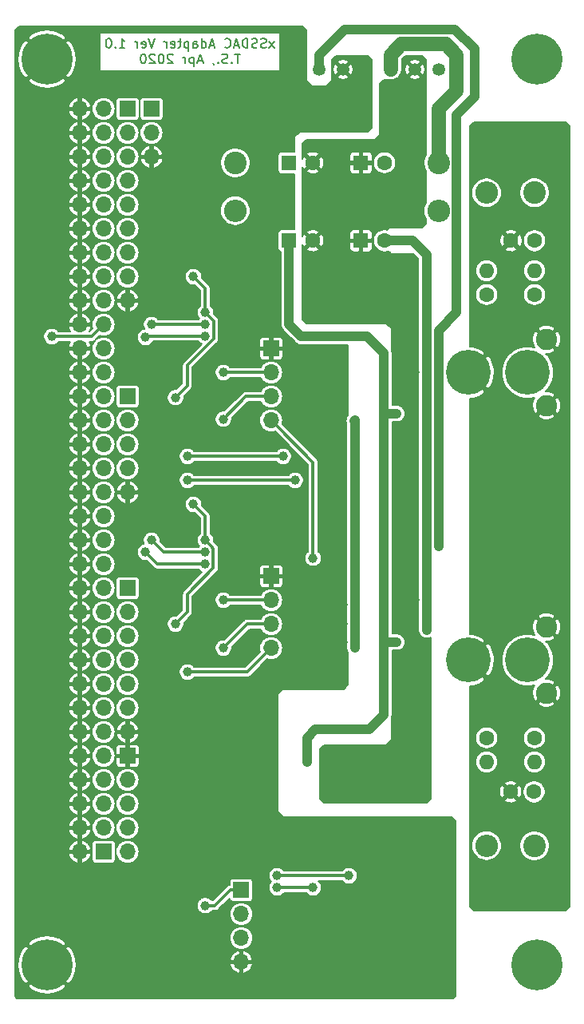
<source format=gbl>
G04 #@! TF.GenerationSoftware,KiCad,Pcbnew,(5.1.4)-1*
G04 #@! TF.CreationDate,2020-04-29T01:37:44+09:00*
G04 #@! TF.ProjectId,xSSdAUGHTER-JK,78535364-4155-4474-9854-45522d4a4b2e,rev?*
G04 #@! TF.SameCoordinates,Original*
G04 #@! TF.FileFunction,Copper,L2,Bot*
G04 #@! TF.FilePolarity,Positive*
%FSLAX46Y46*%
G04 Gerber Fmt 4.6, Leading zero omitted, Abs format (unit mm)*
G04 Created by KiCad (PCBNEW (5.1.4)-1) date 2020-04-29 01:37:44*
%MOMM*%
%LPD*%
G04 APERTURE LIST*
%ADD10C,0.150000*%
%ADD11C,0.800000*%
%ADD12C,5.400000*%
%ADD13O,1.700000X1.700000*%
%ADD14R,1.700000X1.700000*%
%ADD15C,1.600000*%
%ADD16C,2.250000*%
%ADD17C,4.743000*%
%ADD18C,1.349000*%
%ADD19O,2.400000X2.400000*%
%ADD20C,2.400000*%
%ADD21O,1.600000X1.600000*%
%ADD22R,1.600000X1.600000*%
%ADD23C,1.000000*%
%ADD24C,0.500000*%
%ADD25C,0.300000*%
%ADD26C,1.000000*%
%ADD27C,1.500000*%
%ADD28C,0.200000*%
G04 APERTURE END LIST*
D10*
X94296380Y-44331380D02*
X93772571Y-43664714D01*
X94296380Y-43664714D02*
X93772571Y-44331380D01*
X93439238Y-44283761D02*
X93296380Y-44331380D01*
X93058285Y-44331380D01*
X92963047Y-44283761D01*
X92915428Y-44236142D01*
X92867809Y-44140904D01*
X92867809Y-44045666D01*
X92915428Y-43950428D01*
X92963047Y-43902809D01*
X93058285Y-43855190D01*
X93248761Y-43807571D01*
X93344000Y-43759952D01*
X93391619Y-43712333D01*
X93439238Y-43617095D01*
X93439238Y-43521857D01*
X93391619Y-43426619D01*
X93344000Y-43379000D01*
X93248761Y-43331380D01*
X93010666Y-43331380D01*
X92867809Y-43379000D01*
X92486857Y-44283761D02*
X92344000Y-44331380D01*
X92105904Y-44331380D01*
X92010666Y-44283761D01*
X91963047Y-44236142D01*
X91915428Y-44140904D01*
X91915428Y-44045666D01*
X91963047Y-43950428D01*
X92010666Y-43902809D01*
X92105904Y-43855190D01*
X92296380Y-43807571D01*
X92391619Y-43759952D01*
X92439238Y-43712333D01*
X92486857Y-43617095D01*
X92486857Y-43521857D01*
X92439238Y-43426619D01*
X92391619Y-43379000D01*
X92296380Y-43331380D01*
X92058285Y-43331380D01*
X91915428Y-43379000D01*
X91486857Y-44331380D02*
X91486857Y-43331380D01*
X91248761Y-43331380D01*
X91105904Y-43379000D01*
X91010666Y-43474238D01*
X90963047Y-43569476D01*
X90915428Y-43759952D01*
X90915428Y-43902809D01*
X90963047Y-44093285D01*
X91010666Y-44188523D01*
X91105904Y-44283761D01*
X91248761Y-44331380D01*
X91486857Y-44331380D01*
X90534476Y-44045666D02*
X90058285Y-44045666D01*
X90629714Y-44331380D02*
X90296380Y-43331380D01*
X89963047Y-44331380D01*
X89058285Y-44236142D02*
X89105904Y-44283761D01*
X89248761Y-44331380D01*
X89344000Y-44331380D01*
X89486857Y-44283761D01*
X89582095Y-44188523D01*
X89629714Y-44093285D01*
X89677333Y-43902809D01*
X89677333Y-43759952D01*
X89629714Y-43569476D01*
X89582095Y-43474238D01*
X89486857Y-43379000D01*
X89344000Y-43331380D01*
X89248761Y-43331380D01*
X89105904Y-43379000D01*
X89058285Y-43426619D01*
X87915428Y-44045666D02*
X87439238Y-44045666D01*
X88010666Y-44331380D02*
X87677333Y-43331380D01*
X87344000Y-44331380D01*
X86582095Y-44331380D02*
X86582095Y-43331380D01*
X86582095Y-44283761D02*
X86677333Y-44331380D01*
X86867809Y-44331380D01*
X86963047Y-44283761D01*
X87010666Y-44236142D01*
X87058285Y-44140904D01*
X87058285Y-43855190D01*
X87010666Y-43759952D01*
X86963047Y-43712333D01*
X86867809Y-43664714D01*
X86677333Y-43664714D01*
X86582095Y-43712333D01*
X85677333Y-44331380D02*
X85677333Y-43807571D01*
X85724952Y-43712333D01*
X85820190Y-43664714D01*
X86010666Y-43664714D01*
X86105904Y-43712333D01*
X85677333Y-44283761D02*
X85772571Y-44331380D01*
X86010666Y-44331380D01*
X86105904Y-44283761D01*
X86153523Y-44188523D01*
X86153523Y-44093285D01*
X86105904Y-43998047D01*
X86010666Y-43950428D01*
X85772571Y-43950428D01*
X85677333Y-43902809D01*
X85201142Y-43664714D02*
X85201142Y-44664714D01*
X85201142Y-43712333D02*
X85105904Y-43664714D01*
X84915428Y-43664714D01*
X84820190Y-43712333D01*
X84772571Y-43759952D01*
X84724952Y-43855190D01*
X84724952Y-44140904D01*
X84772571Y-44236142D01*
X84820190Y-44283761D01*
X84915428Y-44331380D01*
X85105904Y-44331380D01*
X85201142Y-44283761D01*
X84439238Y-43664714D02*
X84058285Y-43664714D01*
X84296380Y-43331380D02*
X84296380Y-44188523D01*
X84248761Y-44283761D01*
X84153523Y-44331380D01*
X84058285Y-44331380D01*
X83344000Y-44283761D02*
X83439238Y-44331380D01*
X83629714Y-44331380D01*
X83724952Y-44283761D01*
X83772571Y-44188523D01*
X83772571Y-43807571D01*
X83724952Y-43712333D01*
X83629714Y-43664714D01*
X83439238Y-43664714D01*
X83344000Y-43712333D01*
X83296380Y-43807571D01*
X83296380Y-43902809D01*
X83772571Y-43998047D01*
X82867809Y-44331380D02*
X82867809Y-43664714D01*
X82867809Y-43855190D02*
X82820190Y-43759952D01*
X82772571Y-43712333D01*
X82677333Y-43664714D01*
X82582095Y-43664714D01*
X81629714Y-43331380D02*
X81296380Y-44331380D01*
X80963047Y-43331380D01*
X80248761Y-44283761D02*
X80344000Y-44331380D01*
X80534476Y-44331380D01*
X80629714Y-44283761D01*
X80677333Y-44188523D01*
X80677333Y-43807571D01*
X80629714Y-43712333D01*
X80534476Y-43664714D01*
X80344000Y-43664714D01*
X80248761Y-43712333D01*
X80201142Y-43807571D01*
X80201142Y-43902809D01*
X80677333Y-43998047D01*
X79772571Y-44331380D02*
X79772571Y-43664714D01*
X79772571Y-43855190D02*
X79724952Y-43759952D01*
X79677333Y-43712333D01*
X79582095Y-43664714D01*
X79486857Y-43664714D01*
X77867809Y-44331380D02*
X78439238Y-44331380D01*
X78153523Y-44331380D02*
X78153523Y-43331380D01*
X78248761Y-43474238D01*
X78344000Y-43569476D01*
X78439238Y-43617095D01*
X77439238Y-44236142D02*
X77391619Y-44283761D01*
X77439238Y-44331380D01*
X77486857Y-44283761D01*
X77439238Y-44236142D01*
X77439238Y-44331380D01*
X76772571Y-43331380D02*
X76677333Y-43331380D01*
X76582095Y-43379000D01*
X76534476Y-43426619D01*
X76486857Y-43521857D01*
X76439238Y-43712333D01*
X76439238Y-43950428D01*
X76486857Y-44140904D01*
X76534476Y-44236142D01*
X76582095Y-44283761D01*
X76677333Y-44331380D01*
X76772571Y-44331380D01*
X76867809Y-44283761D01*
X76915428Y-44236142D01*
X76963047Y-44140904D01*
X77010666Y-43950428D01*
X77010666Y-43712333D01*
X76963047Y-43521857D01*
X76915428Y-43426619D01*
X76867809Y-43379000D01*
X76772571Y-43331380D01*
X90677333Y-44981380D02*
X90105904Y-44981380D01*
X90391619Y-45981380D02*
X90391619Y-44981380D01*
X89772571Y-45886142D02*
X89724952Y-45933761D01*
X89772571Y-45981380D01*
X89820190Y-45933761D01*
X89772571Y-45886142D01*
X89772571Y-45981380D01*
X89344000Y-45933761D02*
X89201142Y-45981380D01*
X88963047Y-45981380D01*
X88867809Y-45933761D01*
X88820190Y-45886142D01*
X88772571Y-45790904D01*
X88772571Y-45695666D01*
X88820190Y-45600428D01*
X88867809Y-45552809D01*
X88963047Y-45505190D01*
X89153523Y-45457571D01*
X89248761Y-45409952D01*
X89296380Y-45362333D01*
X89344000Y-45267095D01*
X89344000Y-45171857D01*
X89296380Y-45076619D01*
X89248761Y-45029000D01*
X89153523Y-44981380D01*
X88915428Y-44981380D01*
X88772571Y-45029000D01*
X88344000Y-45886142D02*
X88296380Y-45933761D01*
X88344000Y-45981380D01*
X88391619Y-45933761D01*
X88344000Y-45886142D01*
X88344000Y-45981380D01*
X87820190Y-45933761D02*
X87820190Y-45981380D01*
X87867809Y-46076619D01*
X87915428Y-46124238D01*
X86677333Y-45695666D02*
X86201142Y-45695666D01*
X86772571Y-45981380D02*
X86439238Y-44981380D01*
X86105904Y-45981380D01*
X85772571Y-45314714D02*
X85772571Y-46314714D01*
X85772571Y-45362333D02*
X85677333Y-45314714D01*
X85486857Y-45314714D01*
X85391619Y-45362333D01*
X85344000Y-45409952D01*
X85296380Y-45505190D01*
X85296380Y-45790904D01*
X85344000Y-45886142D01*
X85391619Y-45933761D01*
X85486857Y-45981380D01*
X85677333Y-45981380D01*
X85772571Y-45933761D01*
X84867809Y-45981380D02*
X84867809Y-45314714D01*
X84867809Y-45505190D02*
X84820190Y-45409952D01*
X84772571Y-45362333D01*
X84677333Y-45314714D01*
X84582095Y-45314714D01*
X83534476Y-45076619D02*
X83486857Y-45029000D01*
X83391619Y-44981380D01*
X83153523Y-44981380D01*
X83058285Y-45029000D01*
X83010666Y-45076619D01*
X82963047Y-45171857D01*
X82963047Y-45267095D01*
X83010666Y-45409952D01*
X83582095Y-45981380D01*
X82963047Y-45981380D01*
X82344000Y-44981380D02*
X82248761Y-44981380D01*
X82153523Y-45029000D01*
X82105904Y-45076619D01*
X82058285Y-45171857D01*
X82010666Y-45362333D01*
X82010666Y-45600428D01*
X82058285Y-45790904D01*
X82105904Y-45886142D01*
X82153523Y-45933761D01*
X82248761Y-45981380D01*
X82344000Y-45981380D01*
X82439238Y-45933761D01*
X82486857Y-45886142D01*
X82534476Y-45790904D01*
X82582095Y-45600428D01*
X82582095Y-45362333D01*
X82534476Y-45171857D01*
X82486857Y-45076619D01*
X82439238Y-45029000D01*
X82344000Y-44981380D01*
X81629714Y-45076619D02*
X81582095Y-45029000D01*
X81486857Y-44981380D01*
X81248761Y-44981380D01*
X81153523Y-45029000D01*
X81105904Y-45076619D01*
X81058285Y-45171857D01*
X81058285Y-45267095D01*
X81105904Y-45409952D01*
X81677333Y-45981380D01*
X81058285Y-45981380D01*
X80439238Y-44981380D02*
X80344000Y-44981380D01*
X80248761Y-45029000D01*
X80201142Y-45076619D01*
X80153523Y-45171857D01*
X80105904Y-45362333D01*
X80105904Y-45600428D01*
X80153523Y-45790904D01*
X80201142Y-45886142D01*
X80248761Y-45933761D01*
X80344000Y-45981380D01*
X80439238Y-45981380D01*
X80534476Y-45933761D01*
X80582095Y-45886142D01*
X80629714Y-45790904D01*
X80677333Y-45600428D01*
X80677333Y-45362333D01*
X80629714Y-45171857D01*
X80582095Y-45076619D01*
X80534476Y-45029000D01*
X80439238Y-44981380D01*
D11*
X71631891Y-140108109D03*
X70200000Y-139515000D03*
X68768109Y-140108109D03*
X68175000Y-141540000D03*
X68768109Y-142971891D03*
X70200000Y-143565000D03*
X71631891Y-142971891D03*
X72225000Y-141540000D03*
D12*
X70200000Y-141540000D03*
D13*
X90805000Y-141224000D03*
X90805000Y-138684000D03*
X90805000Y-136144000D03*
D14*
X90805000Y-133604000D03*
D13*
X78740000Y-129540000D03*
X78740000Y-127000000D03*
X78740000Y-124460000D03*
X78740000Y-121920000D03*
D14*
X78740000Y-119380000D03*
D13*
X73660000Y-50800000D03*
X76200000Y-50800000D03*
X73660000Y-53340000D03*
X76200000Y-53340000D03*
X73660000Y-55880000D03*
X76200000Y-55880000D03*
X73660000Y-58420000D03*
X76200000Y-58420000D03*
X73660000Y-60960000D03*
X76200000Y-60960000D03*
X73660000Y-63500000D03*
X76200000Y-63500000D03*
X73660000Y-66040000D03*
X76200000Y-66040000D03*
X73660000Y-68580000D03*
X76200000Y-68580000D03*
X73660000Y-71120000D03*
X76200000Y-71120000D03*
X73660000Y-73660000D03*
X76200000Y-73660000D03*
X73660000Y-76200000D03*
X76200000Y-76200000D03*
X73660000Y-78740000D03*
X76200000Y-78740000D03*
X73660000Y-81280000D03*
X76200000Y-81280000D03*
X73660000Y-83820000D03*
X76200000Y-83820000D03*
X73660000Y-86360000D03*
X76200000Y-86360000D03*
X73660000Y-88900000D03*
X76200000Y-88900000D03*
X73660000Y-91440000D03*
X76200000Y-91440000D03*
X73660000Y-93980000D03*
X76200000Y-93980000D03*
X73660000Y-96520000D03*
X76200000Y-96520000D03*
X73660000Y-99060000D03*
X76200000Y-99060000D03*
X73660000Y-101600000D03*
X76200000Y-101600000D03*
X73660000Y-104140000D03*
X76200000Y-104140000D03*
X73660000Y-106680000D03*
X76200000Y-106680000D03*
X73660000Y-109220000D03*
X76200000Y-109220000D03*
X73660000Y-111760000D03*
X76200000Y-111760000D03*
X73660000Y-114300000D03*
X76200000Y-114300000D03*
X73660000Y-116840000D03*
X76200000Y-116840000D03*
X73660000Y-119380000D03*
X76200000Y-119380000D03*
X73660000Y-121920000D03*
X76200000Y-121920000D03*
X73660000Y-124460000D03*
X76200000Y-124460000D03*
X73660000Y-127000000D03*
X76200000Y-127000000D03*
X73660000Y-129540000D03*
D14*
X76200000Y-129540000D03*
D13*
X93980000Y-83820000D03*
X93980000Y-81280000D03*
X93980000Y-78740000D03*
D14*
X93980000Y-76200000D03*
D15*
X119380000Y-123190000D03*
X121880000Y-123190000D03*
X121920000Y-64770000D03*
X119420000Y-64770000D03*
D16*
X123200000Y-105720000D03*
X123200000Y-112720000D03*
D17*
X114900000Y-109220000D03*
X121200000Y-109220000D03*
X121200000Y-78740000D03*
X114900000Y-78740000D03*
D16*
X123200000Y-82240000D03*
X123200000Y-75240000D03*
D13*
X81280000Y-55880000D03*
X81280000Y-53340000D03*
D14*
X81280000Y-50800000D03*
D18*
X99060000Y-46610000D03*
X101600000Y-46610000D03*
X106680000Y-46610000D03*
X109220000Y-46610000D03*
X111760000Y-46610000D03*
D19*
X90170000Y-61595000D03*
D20*
X90170000Y-56515000D03*
D19*
X111760000Y-61595000D03*
D20*
X111760000Y-56515000D03*
X121920000Y-59690000D03*
D19*
X116840000Y-59690000D03*
D20*
X121920000Y-128905000D03*
D19*
X116840000Y-128905000D03*
D15*
X116840000Y-70485000D03*
D21*
X116840000Y-67945000D03*
D15*
X116840000Y-117475000D03*
D21*
X116840000Y-120015000D03*
X121920000Y-67945000D03*
D15*
X121920000Y-70485000D03*
D21*
X121920000Y-120015000D03*
D15*
X121920000Y-117475000D03*
D12*
X70200000Y-45540000D03*
D11*
X72225000Y-45540000D03*
X71631891Y-46971891D03*
X70200000Y-47565000D03*
X68768109Y-46971891D03*
X68175000Y-45540000D03*
X68768109Y-44108109D03*
X70200000Y-43515000D03*
X71631891Y-44108109D03*
D12*
X122200000Y-45540000D03*
D11*
X124225000Y-45540000D03*
X123631891Y-46971891D03*
X122200000Y-47565000D03*
X120768109Y-46971891D03*
X120175000Y-45540000D03*
X120768109Y-44108109D03*
X122200000Y-43515000D03*
X123631891Y-44108109D03*
X123631891Y-140108109D03*
X122200000Y-139515000D03*
X120768109Y-140108109D03*
X120175000Y-141540000D03*
X120768109Y-142971891D03*
X122200000Y-143565000D03*
X123631891Y-142971891D03*
X124225000Y-141540000D03*
D12*
X122200000Y-141540000D03*
D13*
X78740000Y-91440000D03*
X78740000Y-88900000D03*
X78740000Y-86360000D03*
X78740000Y-83820000D03*
D14*
X78740000Y-81280000D03*
D13*
X93980000Y-107950000D03*
X93980000Y-105410000D03*
X93980000Y-102870000D03*
D14*
X93980000Y-100330000D03*
D22*
X95885000Y-56515000D03*
D15*
X98385000Y-56515000D03*
X106005000Y-56515000D03*
D22*
X103505000Y-56515000D03*
D15*
X98385000Y-64770000D03*
D22*
X95885000Y-64770000D03*
X103505000Y-64770000D03*
D15*
X106005000Y-64770000D03*
D13*
X78740000Y-116840000D03*
X78740000Y-114300000D03*
X78740000Y-111760000D03*
X78740000Y-109220000D03*
X78740000Y-106680000D03*
X78740000Y-104140000D03*
D14*
X78740000Y-101600000D03*
D13*
X78740000Y-71120000D03*
X78740000Y-68580000D03*
X78740000Y-66040000D03*
X78740000Y-63500000D03*
X78740000Y-60960000D03*
X78740000Y-58420000D03*
X78740000Y-55880000D03*
X78740000Y-53340000D03*
D14*
X78740000Y-50800000D03*
D23*
X101600000Y-83185000D03*
X101600000Y-81280000D03*
X101600000Y-107315000D03*
X101600000Y-105410000D03*
X105820041Y-137892959D03*
X108331000Y-134620000D03*
X86360000Y-51240000D03*
X86360000Y-50165000D03*
X101600000Y-79375000D03*
X83820000Y-108585000D03*
X101600000Y-103378000D03*
X83185000Y-103505000D03*
X83058000Y-79248000D03*
X100965000Y-140970000D03*
X95250000Y-137160000D03*
X85090008Y-136524968D03*
X95885000Y-92709994D03*
X85090000Y-85090000D03*
X84455000Y-141605000D03*
X111759990Y-97155000D03*
X107315000Y-78740000D03*
X109220000Y-78740000D03*
X119380000Y-87503000D03*
X119380000Y-100203000D03*
X116205000Y-134620000D03*
X109855000Y-112395000D03*
X124460000Y-134620000D03*
X116205000Y-53340000D03*
X124460000Y-53340000D03*
X107315000Y-102870000D03*
X109220000Y-102870000D03*
X119380000Y-93980000D03*
X104480000Y-119040000D03*
X100329992Y-119945011D03*
X107315000Y-107315000D03*
X107319451Y-83084990D03*
X97790000Y-120015000D03*
X110490000Y-106045000D03*
X110489994Y-81915000D03*
X102870000Y-83820000D03*
X102870000Y-107950000D03*
X85725000Y-68580000D03*
X86995000Y-72390000D03*
X83820000Y-81407000D03*
X86995000Y-73660000D03*
X81279998Y-73660000D03*
X85725000Y-92710000D03*
X86995000Y-96520000D03*
X83820000Y-105410000D03*
X86965452Y-74900452D03*
X80645000Y-75010009D03*
X98425000Y-98425000D03*
X85090000Y-110490000D03*
X86995000Y-97790000D03*
X81280000Y-96519988D03*
X86995000Y-99060000D03*
X80647111Y-97790000D03*
X70700010Y-74930000D03*
X102235000Y-132080000D03*
X94615000Y-132080000D03*
X94615000Y-133350000D03*
X98425000Y-133350000D03*
X85090000Y-90170000D03*
X96519990Y-90170000D03*
X85090000Y-87630000D03*
X95249994Y-87630000D03*
X88900000Y-83693000D03*
X88900000Y-107950000D03*
X88900000Y-78740000D03*
X88900000Y-102870000D03*
X86995000Y-135255000D03*
D24*
X91186000Y-141224000D02*
X90805000Y-141224000D01*
D25*
X90489000Y-141540000D02*
X90805000Y-141224000D01*
D24*
X100965000Y-98425000D02*
X100965000Y-101600000D01*
D26*
X111759990Y-74295010D02*
X111759990Y-96447894D01*
X113665000Y-72390000D02*
X111759990Y-74295010D01*
X113665000Y-51435000D02*
X113665000Y-72390000D01*
X99060000Y-45085000D02*
X101780011Y-42364989D01*
X99060000Y-46610000D02*
X99060000Y-45085000D01*
X101780011Y-42364989D02*
X113484989Y-42364989D01*
X113484989Y-42364989D02*
X115570000Y-44450000D01*
X111759990Y-96447894D02*
X111759990Y-97155000D01*
X115570000Y-44450000D02*
X115570000Y-49530000D01*
X115570000Y-49530000D02*
X113665000Y-51435000D01*
X114265000Y-78105000D02*
X114900000Y-78740000D01*
D27*
X106680000Y-45085000D02*
X107823000Y-43942000D01*
X106680000Y-46610000D02*
X106680000Y-45085000D01*
X111760000Y-50800000D02*
X111760000Y-56515000D01*
X107823000Y-43942000D02*
X112522000Y-43942000D01*
X112522000Y-43942000D02*
X113665000Y-45085000D01*
X113665000Y-45085000D02*
X113665000Y-48895000D01*
X113665000Y-48895000D02*
X111760000Y-50800000D01*
D26*
X106612345Y-83084990D02*
X107319451Y-83084990D01*
X105918000Y-83058000D02*
X106612345Y-83084990D01*
X106045000Y-107315000D02*
X105918000Y-107442000D01*
X107315000Y-107315000D02*
X106045000Y-107315000D01*
X105918000Y-83058000D02*
X105918000Y-107442000D01*
X105918000Y-115062000D02*
X105918000Y-107442000D01*
X104394000Y-116586000D02*
X105918000Y-115062000D01*
X98679000Y-116586000D02*
X104394000Y-116586000D01*
X97790000Y-120015000D02*
X97790000Y-117475000D01*
X97790000Y-117475000D02*
X98679000Y-116586000D01*
X105918000Y-76708000D02*
X105918000Y-83058000D01*
X104140000Y-74930000D02*
X105918000Y-76708000D01*
X97155000Y-74930000D02*
X104140000Y-74930000D01*
X95885000Y-64770000D02*
X95885000Y-73660000D01*
X95885000Y-73660000D02*
X97155000Y-74930000D01*
X110490000Y-81915006D02*
X110489994Y-81915000D01*
X110490000Y-106045000D02*
X110490000Y-81915006D01*
X110489994Y-81207894D02*
X110489994Y-81915000D01*
X110489994Y-66293994D02*
X110489994Y-81207894D01*
X106005000Y-64770000D02*
X108966000Y-64770000D01*
X108966000Y-64770000D02*
X110489994Y-66293994D01*
X102870000Y-83820000D02*
X102800001Y-83889999D01*
X102870000Y-83820000D02*
X102870000Y-107950000D01*
D25*
X86995000Y-69850000D02*
X85725000Y-68580000D01*
X86995000Y-69850000D02*
X86995000Y-72390000D01*
X83820000Y-81407000D02*
X85090000Y-80137000D01*
X85090000Y-77978000D02*
X85090000Y-80010000D01*
X87884000Y-75184000D02*
X85090000Y-77978000D01*
X86995000Y-72390000D02*
X87884000Y-73279000D01*
X87884000Y-73279000D02*
X87884000Y-75184000D01*
X86995000Y-73660000D02*
X81279998Y-73660000D01*
X85725000Y-92710000D02*
X86995000Y-93980000D01*
X86995000Y-93980000D02*
X86995000Y-96520000D01*
X86995000Y-96520000D02*
X87630000Y-97155000D01*
X87845001Y-97381999D02*
X87845001Y-99479999D01*
X87630000Y-97155000D02*
X87630000Y-97166998D01*
X87630000Y-97166998D02*
X87845001Y-97381999D01*
X87845001Y-99479999D02*
X85090000Y-102235000D01*
X85090000Y-104140000D02*
X85090000Y-102235000D01*
X83820000Y-105410000D02*
X85090000Y-104140000D01*
X80645000Y-74900452D02*
X80645000Y-74900452D01*
X86965452Y-74900452D02*
X80754557Y-74900452D01*
X80754557Y-74900452D02*
X80645000Y-75010009D01*
X93980000Y-83820000D02*
X94829999Y-84669999D01*
X94829999Y-84669999D02*
X98425000Y-88265000D01*
X98425000Y-88265000D02*
X98425000Y-98425000D01*
X91440000Y-110490000D02*
X85090000Y-110490000D01*
X93980000Y-107950000D02*
X91440000Y-110490000D01*
X86995000Y-97790000D02*
X82550012Y-97790000D01*
X82550012Y-97790000D02*
X81779999Y-97019987D01*
X81779999Y-97019987D02*
X81280000Y-96519988D01*
X81147110Y-98289999D02*
X80647111Y-97790000D01*
X81917111Y-99060000D02*
X81147110Y-98289999D01*
X86995000Y-99060000D02*
X81917111Y-99060000D01*
X74930000Y-74930000D02*
X71407116Y-74930000D01*
X76200000Y-73660000D02*
X74930000Y-74930000D01*
X71407116Y-74930000D02*
X70700010Y-74930000D01*
X102235000Y-132080000D02*
X94615000Y-132080000D01*
X98425000Y-133350000D02*
X94615000Y-133350000D01*
X85090000Y-90170000D02*
X96519990Y-90170000D01*
X85090000Y-87630000D02*
X95249994Y-87630000D01*
X91313000Y-81280000D02*
X88900000Y-83693000D01*
X93980000Y-81280000D02*
X91313000Y-81280000D01*
X91440000Y-105410000D02*
X88900000Y-107950000D01*
X91440000Y-105410000D02*
X93980000Y-105410000D01*
X88900000Y-78740000D02*
X90805000Y-78740000D01*
X90932000Y-78740000D02*
X93980000Y-78740000D01*
X88900000Y-102870000D02*
X93980000Y-102870000D01*
X89655000Y-133604000D02*
X88004000Y-135255000D01*
X90805000Y-133604000D02*
X89655000Y-133604000D01*
X88004000Y-135255000D02*
X86995000Y-135255000D01*
D28*
G36*
X125630000Y-52611422D02*
G01*
X125630000Y-135348578D01*
X125188578Y-135790000D01*
X115476422Y-135790000D01*
X115035000Y-135348578D01*
X115035000Y-128905000D01*
X115232259Y-128905000D01*
X115263151Y-129218655D01*
X115354641Y-129520256D01*
X115503212Y-129798213D01*
X115703155Y-130041845D01*
X115946787Y-130241788D01*
X116224744Y-130390359D01*
X116526345Y-130481849D01*
X116761403Y-130505000D01*
X116918597Y-130505000D01*
X117153655Y-130481849D01*
X117455256Y-130390359D01*
X117733213Y-130241788D01*
X117976845Y-130041845D01*
X118176788Y-129798213D01*
X118325359Y-129520256D01*
X118416849Y-129218655D01*
X118447741Y-128905000D01*
X118432221Y-128747414D01*
X120320000Y-128747414D01*
X120320000Y-129062586D01*
X120381487Y-129371703D01*
X120502098Y-129662884D01*
X120677199Y-129924941D01*
X120900059Y-130147801D01*
X121162116Y-130322902D01*
X121453297Y-130443513D01*
X121762414Y-130505000D01*
X122077586Y-130505000D01*
X122386703Y-130443513D01*
X122677884Y-130322902D01*
X122939941Y-130147801D01*
X123162801Y-129924941D01*
X123337902Y-129662884D01*
X123458513Y-129371703D01*
X123520000Y-129062586D01*
X123520000Y-128747414D01*
X123458513Y-128438297D01*
X123337902Y-128147116D01*
X123162801Y-127885059D01*
X122939941Y-127662199D01*
X122677884Y-127487098D01*
X122386703Y-127366487D01*
X122077586Y-127305000D01*
X121762414Y-127305000D01*
X121453297Y-127366487D01*
X121162116Y-127487098D01*
X120900059Y-127662199D01*
X120677199Y-127885059D01*
X120502098Y-128147116D01*
X120381487Y-128438297D01*
X120320000Y-128747414D01*
X118432221Y-128747414D01*
X118416849Y-128591345D01*
X118325359Y-128289744D01*
X118176788Y-128011787D01*
X117976845Y-127768155D01*
X117733213Y-127568212D01*
X117455256Y-127419641D01*
X117153655Y-127328151D01*
X116918597Y-127305000D01*
X116761403Y-127305000D01*
X116526345Y-127328151D01*
X116224744Y-127419641D01*
X115946787Y-127568212D01*
X115703155Y-127768155D01*
X115503212Y-128011787D01*
X115354641Y-128289744D01*
X115263151Y-128591345D01*
X115232259Y-128905000D01*
X115035000Y-128905000D01*
X115035000Y-124070762D01*
X118711370Y-124070762D01*
X118798103Y-124246109D01*
X119015320Y-124339338D01*
X119246552Y-124388399D01*
X119482912Y-124391407D01*
X119715318Y-124348244D01*
X119934837Y-124260572D01*
X119961897Y-124246109D01*
X120048630Y-124070762D01*
X119380000Y-123402132D01*
X118711370Y-124070762D01*
X115035000Y-124070762D01*
X115035000Y-123292912D01*
X118178593Y-123292912D01*
X118221756Y-123525318D01*
X118309428Y-123744837D01*
X118323891Y-123771897D01*
X118499238Y-123858630D01*
X119167868Y-123190000D01*
X119592132Y-123190000D01*
X120260762Y-123858630D01*
X120436109Y-123771897D01*
X120529338Y-123554680D01*
X120578399Y-123323448D01*
X120581407Y-123087088D01*
X120578570Y-123071810D01*
X120680000Y-123071810D01*
X120680000Y-123308190D01*
X120726116Y-123540027D01*
X120816574Y-123758413D01*
X120947899Y-123954955D01*
X121115045Y-124122101D01*
X121311587Y-124253426D01*
X121529973Y-124343884D01*
X121761810Y-124390000D01*
X121998190Y-124390000D01*
X122230027Y-124343884D01*
X122448413Y-124253426D01*
X122644955Y-124122101D01*
X122812101Y-123954955D01*
X122943426Y-123758413D01*
X123033884Y-123540027D01*
X123080000Y-123308190D01*
X123080000Y-123071810D01*
X123033884Y-122839973D01*
X122943426Y-122621587D01*
X122812101Y-122425045D01*
X122644955Y-122257899D01*
X122448413Y-122126574D01*
X122230027Y-122036116D01*
X121998190Y-121990000D01*
X121761810Y-121990000D01*
X121529973Y-122036116D01*
X121311587Y-122126574D01*
X121115045Y-122257899D01*
X120947899Y-122425045D01*
X120816574Y-122621587D01*
X120726116Y-122839973D01*
X120680000Y-123071810D01*
X120578570Y-123071810D01*
X120538244Y-122854682D01*
X120450572Y-122635163D01*
X120436109Y-122608103D01*
X120260762Y-122521370D01*
X119592132Y-123190000D01*
X119167868Y-123190000D01*
X118499238Y-122521370D01*
X118323891Y-122608103D01*
X118230662Y-122825320D01*
X118181601Y-123056552D01*
X118178593Y-123292912D01*
X115035000Y-123292912D01*
X115035000Y-122309238D01*
X118711370Y-122309238D01*
X119380000Y-122977868D01*
X120048630Y-122309238D01*
X119961897Y-122133891D01*
X119744680Y-122040662D01*
X119513448Y-121991601D01*
X119277088Y-121988593D01*
X119044682Y-122031756D01*
X118825163Y-122119428D01*
X118798103Y-122133891D01*
X118711370Y-122309238D01*
X115035000Y-122309238D01*
X115035000Y-120015000D01*
X115634194Y-120015000D01*
X115657363Y-120250241D01*
X115725981Y-120476442D01*
X115837409Y-120684910D01*
X115987366Y-120867634D01*
X116170090Y-121017591D01*
X116378558Y-121129019D01*
X116604759Y-121197637D01*
X116781050Y-121215000D01*
X116898950Y-121215000D01*
X117075241Y-121197637D01*
X117301442Y-121129019D01*
X117509910Y-121017591D01*
X117692634Y-120867634D01*
X117842591Y-120684910D01*
X117954019Y-120476442D01*
X118022637Y-120250241D01*
X118045806Y-120015000D01*
X120714194Y-120015000D01*
X120737363Y-120250241D01*
X120805981Y-120476442D01*
X120917409Y-120684910D01*
X121067366Y-120867634D01*
X121250090Y-121017591D01*
X121458558Y-121129019D01*
X121684759Y-121197637D01*
X121861050Y-121215000D01*
X121978950Y-121215000D01*
X122155241Y-121197637D01*
X122381442Y-121129019D01*
X122589910Y-121017591D01*
X122772634Y-120867634D01*
X122922591Y-120684910D01*
X123034019Y-120476442D01*
X123102637Y-120250241D01*
X123125806Y-120015000D01*
X123102637Y-119779759D01*
X123034019Y-119553558D01*
X122922591Y-119345090D01*
X122772634Y-119162366D01*
X122589910Y-119012409D01*
X122381442Y-118900981D01*
X122155241Y-118832363D01*
X121978950Y-118815000D01*
X121861050Y-118815000D01*
X121684759Y-118832363D01*
X121458558Y-118900981D01*
X121250090Y-119012409D01*
X121067366Y-119162366D01*
X120917409Y-119345090D01*
X120805981Y-119553558D01*
X120737363Y-119779759D01*
X120714194Y-120015000D01*
X118045806Y-120015000D01*
X118022637Y-119779759D01*
X117954019Y-119553558D01*
X117842591Y-119345090D01*
X117692634Y-119162366D01*
X117509910Y-119012409D01*
X117301442Y-118900981D01*
X117075241Y-118832363D01*
X116898950Y-118815000D01*
X116781050Y-118815000D01*
X116604759Y-118832363D01*
X116378558Y-118900981D01*
X116170090Y-119012409D01*
X115987366Y-119162366D01*
X115837409Y-119345090D01*
X115725981Y-119553558D01*
X115657363Y-119779759D01*
X115634194Y-120015000D01*
X115035000Y-120015000D01*
X115035000Y-117356810D01*
X115640000Y-117356810D01*
X115640000Y-117593190D01*
X115686116Y-117825027D01*
X115776574Y-118043413D01*
X115907899Y-118239955D01*
X116075045Y-118407101D01*
X116271587Y-118538426D01*
X116489973Y-118628884D01*
X116721810Y-118675000D01*
X116958190Y-118675000D01*
X117190027Y-118628884D01*
X117408413Y-118538426D01*
X117604955Y-118407101D01*
X117772101Y-118239955D01*
X117903426Y-118043413D01*
X117993884Y-117825027D01*
X118040000Y-117593190D01*
X118040000Y-117356810D01*
X120720000Y-117356810D01*
X120720000Y-117593190D01*
X120766116Y-117825027D01*
X120856574Y-118043413D01*
X120987899Y-118239955D01*
X121155045Y-118407101D01*
X121351587Y-118538426D01*
X121569973Y-118628884D01*
X121801810Y-118675000D01*
X122038190Y-118675000D01*
X122270027Y-118628884D01*
X122488413Y-118538426D01*
X122684955Y-118407101D01*
X122852101Y-118239955D01*
X122983426Y-118043413D01*
X123073884Y-117825027D01*
X123120000Y-117593190D01*
X123120000Y-117356810D01*
X123073884Y-117124973D01*
X122983426Y-116906587D01*
X122852101Y-116710045D01*
X122684955Y-116542899D01*
X122488413Y-116411574D01*
X122270027Y-116321116D01*
X122038190Y-116275000D01*
X121801810Y-116275000D01*
X121569973Y-116321116D01*
X121351587Y-116411574D01*
X121155045Y-116542899D01*
X120987899Y-116710045D01*
X120856574Y-116906587D01*
X120766116Y-117124973D01*
X120720000Y-117356810D01*
X118040000Y-117356810D01*
X117993884Y-117124973D01*
X117903426Y-116906587D01*
X117772101Y-116710045D01*
X117604955Y-116542899D01*
X117408413Y-116411574D01*
X117190027Y-116321116D01*
X116958190Y-116275000D01*
X116721810Y-116275000D01*
X116489973Y-116321116D01*
X116271587Y-116411574D01*
X116075045Y-116542899D01*
X115907899Y-116710045D01*
X115776574Y-116906587D01*
X115686116Y-117124973D01*
X115640000Y-117356810D01*
X115035000Y-117356810D01*
X115035000Y-113833342D01*
X122298790Y-113833342D01*
X122424969Y-114041935D01*
X122697757Y-114167735D01*
X122989846Y-114237901D01*
X123290012Y-114249734D01*
X123586719Y-114202780D01*
X123868565Y-114098843D01*
X123975031Y-114041935D01*
X124101210Y-113833342D01*
X123200000Y-112932132D01*
X122298790Y-113833342D01*
X115035000Y-113833342D01*
X115035000Y-111993932D01*
X115483177Y-111943165D01*
X116003235Y-111777068D01*
X116413200Y-111557937D01*
X116689487Y-111221619D01*
X115035000Y-109567132D01*
X115035000Y-109220000D01*
X115112132Y-109220000D01*
X116901619Y-111009487D01*
X117237937Y-110733200D01*
X117488225Y-110248015D01*
X117639049Y-109723324D01*
X117684613Y-109179291D01*
X117658304Y-108947031D01*
X118428500Y-108947031D01*
X118428500Y-109492969D01*
X118535007Y-110028417D01*
X118743929Y-110532797D01*
X119047235Y-110986728D01*
X119433272Y-111372765D01*
X119887203Y-111676071D01*
X120391583Y-111884993D01*
X120927031Y-111991500D01*
X121472969Y-111991500D01*
X121961927Y-111894240D01*
X121878065Y-111944969D01*
X121752265Y-112217757D01*
X121682099Y-112509846D01*
X121670266Y-112810012D01*
X121717220Y-113106719D01*
X121821157Y-113388565D01*
X121878065Y-113495031D01*
X122086658Y-113621210D01*
X122987868Y-112720000D01*
X123412132Y-112720000D01*
X124313342Y-113621210D01*
X124521935Y-113495031D01*
X124647735Y-113222243D01*
X124717901Y-112930154D01*
X124729734Y-112629988D01*
X124682780Y-112333281D01*
X124578843Y-112051435D01*
X124521935Y-111944969D01*
X124313342Y-111818790D01*
X123412132Y-112720000D01*
X122987868Y-112720000D01*
X122973726Y-112705858D01*
X123185858Y-112493726D01*
X123200000Y-112507868D01*
X124101210Y-111606658D01*
X123975031Y-111398065D01*
X123702243Y-111272265D01*
X123410154Y-111202099D01*
X123147739Y-111191754D01*
X123352765Y-110986728D01*
X123656071Y-110532797D01*
X123864993Y-110028417D01*
X123971500Y-109492969D01*
X123971500Y-108947031D01*
X123864993Y-108411583D01*
X123656071Y-107907203D01*
X123352765Y-107453272D01*
X123143449Y-107243956D01*
X123290012Y-107249734D01*
X123586719Y-107202780D01*
X123868565Y-107098843D01*
X123975031Y-107041935D01*
X124101210Y-106833342D01*
X123200000Y-105932132D01*
X123185858Y-105946275D01*
X122973726Y-105734143D01*
X122987868Y-105720000D01*
X123412132Y-105720000D01*
X124313342Y-106621210D01*
X124521935Y-106495031D01*
X124647735Y-106222243D01*
X124717901Y-105930154D01*
X124729734Y-105629988D01*
X124682780Y-105333281D01*
X124578843Y-105051435D01*
X124521935Y-104944969D01*
X124313342Y-104818790D01*
X123412132Y-105720000D01*
X122987868Y-105720000D01*
X122086658Y-104818790D01*
X121878065Y-104944969D01*
X121752265Y-105217757D01*
X121682099Y-105509846D01*
X121670266Y-105810012D01*
X121717220Y-106106719D01*
X121821157Y-106388565D01*
X121878065Y-106495031D01*
X121961927Y-106545760D01*
X121472969Y-106448500D01*
X120927031Y-106448500D01*
X120391583Y-106555007D01*
X119887203Y-106763929D01*
X119433272Y-107067235D01*
X119047235Y-107453272D01*
X118743929Y-107907203D01*
X118535007Y-108411583D01*
X118428500Y-108947031D01*
X117658304Y-108947031D01*
X117623165Y-108636823D01*
X117457068Y-108116765D01*
X117237937Y-107706800D01*
X116901619Y-107430513D01*
X115112132Y-109220000D01*
X115035000Y-109220000D01*
X115035000Y-108872868D01*
X116689487Y-107218381D01*
X116413200Y-106882063D01*
X115928015Y-106631775D01*
X115403324Y-106480951D01*
X115035000Y-106450103D01*
X115035000Y-104606658D01*
X122298790Y-104606658D01*
X123200000Y-105507868D01*
X124101210Y-104606658D01*
X123975031Y-104398065D01*
X123702243Y-104272265D01*
X123410154Y-104202099D01*
X123109988Y-104190266D01*
X122813281Y-104237220D01*
X122531435Y-104341157D01*
X122424969Y-104398065D01*
X122298790Y-104606658D01*
X115035000Y-104606658D01*
X115035000Y-83353342D01*
X122298790Y-83353342D01*
X122424969Y-83561935D01*
X122697757Y-83687735D01*
X122989846Y-83757901D01*
X123290012Y-83769734D01*
X123586719Y-83722780D01*
X123868565Y-83618843D01*
X123975031Y-83561935D01*
X124101210Y-83353342D01*
X123200000Y-82452132D01*
X122298790Y-83353342D01*
X115035000Y-83353342D01*
X115035000Y-81513932D01*
X115483177Y-81463165D01*
X116003235Y-81297068D01*
X116413200Y-81077937D01*
X116689487Y-80741619D01*
X115035000Y-79087132D01*
X115035000Y-78740000D01*
X115112132Y-78740000D01*
X116901619Y-80529487D01*
X117237937Y-80253200D01*
X117488225Y-79768015D01*
X117639049Y-79243324D01*
X117684613Y-78699291D01*
X117658304Y-78467031D01*
X118428500Y-78467031D01*
X118428500Y-79012969D01*
X118535007Y-79548417D01*
X118743929Y-80052797D01*
X119047235Y-80506728D01*
X119433272Y-80892765D01*
X119887203Y-81196071D01*
X120391583Y-81404993D01*
X120927031Y-81511500D01*
X121472969Y-81511500D01*
X121961927Y-81414240D01*
X121878065Y-81464969D01*
X121752265Y-81737757D01*
X121682099Y-82029846D01*
X121670266Y-82330012D01*
X121717220Y-82626719D01*
X121821157Y-82908565D01*
X121878065Y-83015031D01*
X122086658Y-83141210D01*
X122987868Y-82240000D01*
X123412132Y-82240000D01*
X124313342Y-83141210D01*
X124521935Y-83015031D01*
X124647735Y-82742243D01*
X124717901Y-82450154D01*
X124729734Y-82149988D01*
X124682780Y-81853281D01*
X124578843Y-81571435D01*
X124521935Y-81464969D01*
X124313342Y-81338790D01*
X123412132Y-82240000D01*
X122987868Y-82240000D01*
X122973726Y-82225858D01*
X123185858Y-82013726D01*
X123200000Y-82027868D01*
X124101210Y-81126658D01*
X123975031Y-80918065D01*
X123702243Y-80792265D01*
X123410154Y-80722099D01*
X123147739Y-80711754D01*
X123352765Y-80506728D01*
X123656071Y-80052797D01*
X123864993Y-79548417D01*
X123971500Y-79012969D01*
X123971500Y-78467031D01*
X123864993Y-77931583D01*
X123656071Y-77427203D01*
X123352765Y-76973272D01*
X123143449Y-76763956D01*
X123290012Y-76769734D01*
X123586719Y-76722780D01*
X123868565Y-76618843D01*
X123975031Y-76561935D01*
X124101210Y-76353342D01*
X123200000Y-75452132D01*
X123185858Y-75466275D01*
X122973726Y-75254143D01*
X122987868Y-75240000D01*
X123412132Y-75240000D01*
X124313342Y-76141210D01*
X124521935Y-76015031D01*
X124647735Y-75742243D01*
X124717901Y-75450154D01*
X124729734Y-75149988D01*
X124682780Y-74853281D01*
X124578843Y-74571435D01*
X124521935Y-74464969D01*
X124313342Y-74338790D01*
X123412132Y-75240000D01*
X122987868Y-75240000D01*
X122086658Y-74338790D01*
X121878065Y-74464969D01*
X121752265Y-74737757D01*
X121682099Y-75029846D01*
X121670266Y-75330012D01*
X121717220Y-75626719D01*
X121821157Y-75908565D01*
X121878065Y-76015031D01*
X121961927Y-76065760D01*
X121472969Y-75968500D01*
X120927031Y-75968500D01*
X120391583Y-76075007D01*
X119887203Y-76283929D01*
X119433272Y-76587235D01*
X119047235Y-76973272D01*
X118743929Y-77427203D01*
X118535007Y-77931583D01*
X118428500Y-78467031D01*
X117658304Y-78467031D01*
X117623165Y-78156823D01*
X117457068Y-77636765D01*
X117237937Y-77226800D01*
X116901619Y-76950513D01*
X115112132Y-78740000D01*
X115035000Y-78740000D01*
X115035000Y-78392868D01*
X116689487Y-76738381D01*
X116413200Y-76402063D01*
X115928015Y-76151775D01*
X115403324Y-76000951D01*
X115035000Y-75970103D01*
X115035000Y-74126658D01*
X122298790Y-74126658D01*
X123200000Y-75027868D01*
X124101210Y-74126658D01*
X123975031Y-73918065D01*
X123702243Y-73792265D01*
X123410154Y-73722099D01*
X123109988Y-73710266D01*
X122813281Y-73757220D01*
X122531435Y-73861157D01*
X122424969Y-73918065D01*
X122298790Y-74126658D01*
X115035000Y-74126658D01*
X115035000Y-70366810D01*
X115640000Y-70366810D01*
X115640000Y-70603190D01*
X115686116Y-70835027D01*
X115776574Y-71053413D01*
X115907899Y-71249955D01*
X116075045Y-71417101D01*
X116271587Y-71548426D01*
X116489973Y-71638884D01*
X116721810Y-71685000D01*
X116958190Y-71685000D01*
X117190027Y-71638884D01*
X117408413Y-71548426D01*
X117604955Y-71417101D01*
X117772101Y-71249955D01*
X117903426Y-71053413D01*
X117993884Y-70835027D01*
X118040000Y-70603190D01*
X118040000Y-70366810D01*
X120720000Y-70366810D01*
X120720000Y-70603190D01*
X120766116Y-70835027D01*
X120856574Y-71053413D01*
X120987899Y-71249955D01*
X121155045Y-71417101D01*
X121351587Y-71548426D01*
X121569973Y-71638884D01*
X121801810Y-71685000D01*
X122038190Y-71685000D01*
X122270027Y-71638884D01*
X122488413Y-71548426D01*
X122684955Y-71417101D01*
X122852101Y-71249955D01*
X122983426Y-71053413D01*
X123073884Y-70835027D01*
X123120000Y-70603190D01*
X123120000Y-70366810D01*
X123073884Y-70134973D01*
X122983426Y-69916587D01*
X122852101Y-69720045D01*
X122684955Y-69552899D01*
X122488413Y-69421574D01*
X122270027Y-69331116D01*
X122038190Y-69285000D01*
X121801810Y-69285000D01*
X121569973Y-69331116D01*
X121351587Y-69421574D01*
X121155045Y-69552899D01*
X120987899Y-69720045D01*
X120856574Y-69916587D01*
X120766116Y-70134973D01*
X120720000Y-70366810D01*
X118040000Y-70366810D01*
X117993884Y-70134973D01*
X117903426Y-69916587D01*
X117772101Y-69720045D01*
X117604955Y-69552899D01*
X117408413Y-69421574D01*
X117190027Y-69331116D01*
X116958190Y-69285000D01*
X116721810Y-69285000D01*
X116489973Y-69331116D01*
X116271587Y-69421574D01*
X116075045Y-69552899D01*
X115907899Y-69720045D01*
X115776574Y-69916587D01*
X115686116Y-70134973D01*
X115640000Y-70366810D01*
X115035000Y-70366810D01*
X115035000Y-67945000D01*
X115634194Y-67945000D01*
X115657363Y-68180241D01*
X115725981Y-68406442D01*
X115837409Y-68614910D01*
X115987366Y-68797634D01*
X116170090Y-68947591D01*
X116378558Y-69059019D01*
X116604759Y-69127637D01*
X116781050Y-69145000D01*
X116898950Y-69145000D01*
X117075241Y-69127637D01*
X117301442Y-69059019D01*
X117509910Y-68947591D01*
X117692634Y-68797634D01*
X117842591Y-68614910D01*
X117954019Y-68406442D01*
X118022637Y-68180241D01*
X118045806Y-67945000D01*
X120714194Y-67945000D01*
X120737363Y-68180241D01*
X120805981Y-68406442D01*
X120917409Y-68614910D01*
X121067366Y-68797634D01*
X121250090Y-68947591D01*
X121458558Y-69059019D01*
X121684759Y-69127637D01*
X121861050Y-69145000D01*
X121978950Y-69145000D01*
X122155241Y-69127637D01*
X122381442Y-69059019D01*
X122589910Y-68947591D01*
X122772634Y-68797634D01*
X122922591Y-68614910D01*
X123034019Y-68406442D01*
X123102637Y-68180241D01*
X123125806Y-67945000D01*
X123102637Y-67709759D01*
X123034019Y-67483558D01*
X122922591Y-67275090D01*
X122772634Y-67092366D01*
X122589910Y-66942409D01*
X122381442Y-66830981D01*
X122155241Y-66762363D01*
X121978950Y-66745000D01*
X121861050Y-66745000D01*
X121684759Y-66762363D01*
X121458558Y-66830981D01*
X121250090Y-66942409D01*
X121067366Y-67092366D01*
X120917409Y-67275090D01*
X120805981Y-67483558D01*
X120737363Y-67709759D01*
X120714194Y-67945000D01*
X118045806Y-67945000D01*
X118022637Y-67709759D01*
X117954019Y-67483558D01*
X117842591Y-67275090D01*
X117692634Y-67092366D01*
X117509910Y-66942409D01*
X117301442Y-66830981D01*
X117075241Y-66762363D01*
X116898950Y-66745000D01*
X116781050Y-66745000D01*
X116604759Y-66762363D01*
X116378558Y-66830981D01*
X116170090Y-66942409D01*
X115987366Y-67092366D01*
X115837409Y-67275090D01*
X115725981Y-67483558D01*
X115657363Y-67709759D01*
X115634194Y-67945000D01*
X115035000Y-67945000D01*
X115035000Y-65650762D01*
X118751370Y-65650762D01*
X118838103Y-65826109D01*
X119055320Y-65919338D01*
X119286552Y-65968399D01*
X119522912Y-65971407D01*
X119755318Y-65928244D01*
X119974837Y-65840572D01*
X120001897Y-65826109D01*
X120088630Y-65650762D01*
X119420000Y-64982132D01*
X118751370Y-65650762D01*
X115035000Y-65650762D01*
X115035000Y-64872912D01*
X118218593Y-64872912D01*
X118261756Y-65105318D01*
X118349428Y-65324837D01*
X118363891Y-65351897D01*
X118539238Y-65438630D01*
X119207868Y-64770000D01*
X119632132Y-64770000D01*
X120300762Y-65438630D01*
X120476109Y-65351897D01*
X120569338Y-65134680D01*
X120618399Y-64903448D01*
X120621407Y-64667088D01*
X120618570Y-64651810D01*
X120720000Y-64651810D01*
X120720000Y-64888190D01*
X120766116Y-65120027D01*
X120856574Y-65338413D01*
X120987899Y-65534955D01*
X121155045Y-65702101D01*
X121351587Y-65833426D01*
X121569973Y-65923884D01*
X121801810Y-65970000D01*
X122038190Y-65970000D01*
X122270027Y-65923884D01*
X122488413Y-65833426D01*
X122684955Y-65702101D01*
X122852101Y-65534955D01*
X122983426Y-65338413D01*
X123073884Y-65120027D01*
X123120000Y-64888190D01*
X123120000Y-64651810D01*
X123073884Y-64419973D01*
X122983426Y-64201587D01*
X122852101Y-64005045D01*
X122684955Y-63837899D01*
X122488413Y-63706574D01*
X122270027Y-63616116D01*
X122038190Y-63570000D01*
X121801810Y-63570000D01*
X121569973Y-63616116D01*
X121351587Y-63706574D01*
X121155045Y-63837899D01*
X120987899Y-64005045D01*
X120856574Y-64201587D01*
X120766116Y-64419973D01*
X120720000Y-64651810D01*
X120618570Y-64651810D01*
X120578244Y-64434682D01*
X120490572Y-64215163D01*
X120476109Y-64188103D01*
X120300762Y-64101370D01*
X119632132Y-64770000D01*
X119207868Y-64770000D01*
X118539238Y-64101370D01*
X118363891Y-64188103D01*
X118270662Y-64405320D01*
X118221601Y-64636552D01*
X118218593Y-64872912D01*
X115035000Y-64872912D01*
X115035000Y-63889238D01*
X118751370Y-63889238D01*
X119420000Y-64557868D01*
X120088630Y-63889238D01*
X120001897Y-63713891D01*
X119784680Y-63620662D01*
X119553448Y-63571601D01*
X119317088Y-63568593D01*
X119084682Y-63611756D01*
X118865163Y-63699428D01*
X118838103Y-63713891D01*
X118751370Y-63889238D01*
X115035000Y-63889238D01*
X115035000Y-59690000D01*
X115232259Y-59690000D01*
X115263151Y-60003655D01*
X115354641Y-60305256D01*
X115503212Y-60583213D01*
X115703155Y-60826845D01*
X115946787Y-61026788D01*
X116224744Y-61175359D01*
X116526345Y-61266849D01*
X116761403Y-61290000D01*
X116918597Y-61290000D01*
X117153655Y-61266849D01*
X117455256Y-61175359D01*
X117733213Y-61026788D01*
X117976845Y-60826845D01*
X118176788Y-60583213D01*
X118325359Y-60305256D01*
X118416849Y-60003655D01*
X118447741Y-59690000D01*
X118432221Y-59532414D01*
X120320000Y-59532414D01*
X120320000Y-59847586D01*
X120381487Y-60156703D01*
X120502098Y-60447884D01*
X120677199Y-60709941D01*
X120900059Y-60932801D01*
X121162116Y-61107902D01*
X121453297Y-61228513D01*
X121762414Y-61290000D01*
X122077586Y-61290000D01*
X122386703Y-61228513D01*
X122677884Y-61107902D01*
X122939941Y-60932801D01*
X123162801Y-60709941D01*
X123337902Y-60447884D01*
X123458513Y-60156703D01*
X123520000Y-59847586D01*
X123520000Y-59532414D01*
X123458513Y-59223297D01*
X123337902Y-58932116D01*
X123162801Y-58670059D01*
X122939941Y-58447199D01*
X122677884Y-58272098D01*
X122386703Y-58151487D01*
X122077586Y-58090000D01*
X121762414Y-58090000D01*
X121453297Y-58151487D01*
X121162116Y-58272098D01*
X120900059Y-58447199D01*
X120677199Y-58670059D01*
X120502098Y-58932116D01*
X120381487Y-59223297D01*
X120320000Y-59532414D01*
X118432221Y-59532414D01*
X118416849Y-59376345D01*
X118325359Y-59074744D01*
X118176788Y-58796787D01*
X117976845Y-58553155D01*
X117733213Y-58353212D01*
X117455256Y-58204641D01*
X117153655Y-58113151D01*
X116918597Y-58090000D01*
X116761403Y-58090000D01*
X116526345Y-58113151D01*
X116224744Y-58204641D01*
X115946787Y-58353212D01*
X115703155Y-58553155D01*
X115503212Y-58796787D01*
X115354641Y-59074744D01*
X115263151Y-59376345D01*
X115232259Y-59690000D01*
X115035000Y-59690000D01*
X115035000Y-52611422D01*
X115476422Y-52170000D01*
X125188578Y-52170000D01*
X125630000Y-52611422D01*
X125630000Y-52611422D01*
G37*
X125630000Y-52611422D02*
X125630000Y-135348578D01*
X125188578Y-135790000D01*
X115476422Y-135790000D01*
X115035000Y-135348578D01*
X115035000Y-128905000D01*
X115232259Y-128905000D01*
X115263151Y-129218655D01*
X115354641Y-129520256D01*
X115503212Y-129798213D01*
X115703155Y-130041845D01*
X115946787Y-130241788D01*
X116224744Y-130390359D01*
X116526345Y-130481849D01*
X116761403Y-130505000D01*
X116918597Y-130505000D01*
X117153655Y-130481849D01*
X117455256Y-130390359D01*
X117733213Y-130241788D01*
X117976845Y-130041845D01*
X118176788Y-129798213D01*
X118325359Y-129520256D01*
X118416849Y-129218655D01*
X118447741Y-128905000D01*
X118432221Y-128747414D01*
X120320000Y-128747414D01*
X120320000Y-129062586D01*
X120381487Y-129371703D01*
X120502098Y-129662884D01*
X120677199Y-129924941D01*
X120900059Y-130147801D01*
X121162116Y-130322902D01*
X121453297Y-130443513D01*
X121762414Y-130505000D01*
X122077586Y-130505000D01*
X122386703Y-130443513D01*
X122677884Y-130322902D01*
X122939941Y-130147801D01*
X123162801Y-129924941D01*
X123337902Y-129662884D01*
X123458513Y-129371703D01*
X123520000Y-129062586D01*
X123520000Y-128747414D01*
X123458513Y-128438297D01*
X123337902Y-128147116D01*
X123162801Y-127885059D01*
X122939941Y-127662199D01*
X122677884Y-127487098D01*
X122386703Y-127366487D01*
X122077586Y-127305000D01*
X121762414Y-127305000D01*
X121453297Y-127366487D01*
X121162116Y-127487098D01*
X120900059Y-127662199D01*
X120677199Y-127885059D01*
X120502098Y-128147116D01*
X120381487Y-128438297D01*
X120320000Y-128747414D01*
X118432221Y-128747414D01*
X118416849Y-128591345D01*
X118325359Y-128289744D01*
X118176788Y-128011787D01*
X117976845Y-127768155D01*
X117733213Y-127568212D01*
X117455256Y-127419641D01*
X117153655Y-127328151D01*
X116918597Y-127305000D01*
X116761403Y-127305000D01*
X116526345Y-127328151D01*
X116224744Y-127419641D01*
X115946787Y-127568212D01*
X115703155Y-127768155D01*
X115503212Y-128011787D01*
X115354641Y-128289744D01*
X115263151Y-128591345D01*
X115232259Y-128905000D01*
X115035000Y-128905000D01*
X115035000Y-124070762D01*
X118711370Y-124070762D01*
X118798103Y-124246109D01*
X119015320Y-124339338D01*
X119246552Y-124388399D01*
X119482912Y-124391407D01*
X119715318Y-124348244D01*
X119934837Y-124260572D01*
X119961897Y-124246109D01*
X120048630Y-124070762D01*
X119380000Y-123402132D01*
X118711370Y-124070762D01*
X115035000Y-124070762D01*
X115035000Y-123292912D01*
X118178593Y-123292912D01*
X118221756Y-123525318D01*
X118309428Y-123744837D01*
X118323891Y-123771897D01*
X118499238Y-123858630D01*
X119167868Y-123190000D01*
X119592132Y-123190000D01*
X120260762Y-123858630D01*
X120436109Y-123771897D01*
X120529338Y-123554680D01*
X120578399Y-123323448D01*
X120581407Y-123087088D01*
X120578570Y-123071810D01*
X120680000Y-123071810D01*
X120680000Y-123308190D01*
X120726116Y-123540027D01*
X120816574Y-123758413D01*
X120947899Y-123954955D01*
X121115045Y-124122101D01*
X121311587Y-124253426D01*
X121529973Y-124343884D01*
X121761810Y-124390000D01*
X121998190Y-124390000D01*
X122230027Y-124343884D01*
X122448413Y-124253426D01*
X122644955Y-124122101D01*
X122812101Y-123954955D01*
X122943426Y-123758413D01*
X123033884Y-123540027D01*
X123080000Y-123308190D01*
X123080000Y-123071810D01*
X123033884Y-122839973D01*
X122943426Y-122621587D01*
X122812101Y-122425045D01*
X122644955Y-122257899D01*
X122448413Y-122126574D01*
X122230027Y-122036116D01*
X121998190Y-121990000D01*
X121761810Y-121990000D01*
X121529973Y-122036116D01*
X121311587Y-122126574D01*
X121115045Y-122257899D01*
X120947899Y-122425045D01*
X120816574Y-122621587D01*
X120726116Y-122839973D01*
X120680000Y-123071810D01*
X120578570Y-123071810D01*
X120538244Y-122854682D01*
X120450572Y-122635163D01*
X120436109Y-122608103D01*
X120260762Y-122521370D01*
X119592132Y-123190000D01*
X119167868Y-123190000D01*
X118499238Y-122521370D01*
X118323891Y-122608103D01*
X118230662Y-122825320D01*
X118181601Y-123056552D01*
X118178593Y-123292912D01*
X115035000Y-123292912D01*
X115035000Y-122309238D01*
X118711370Y-122309238D01*
X119380000Y-122977868D01*
X120048630Y-122309238D01*
X119961897Y-122133891D01*
X119744680Y-122040662D01*
X119513448Y-121991601D01*
X119277088Y-121988593D01*
X119044682Y-122031756D01*
X118825163Y-122119428D01*
X118798103Y-122133891D01*
X118711370Y-122309238D01*
X115035000Y-122309238D01*
X115035000Y-120015000D01*
X115634194Y-120015000D01*
X115657363Y-120250241D01*
X115725981Y-120476442D01*
X115837409Y-120684910D01*
X115987366Y-120867634D01*
X116170090Y-121017591D01*
X116378558Y-121129019D01*
X116604759Y-121197637D01*
X116781050Y-121215000D01*
X116898950Y-121215000D01*
X117075241Y-121197637D01*
X117301442Y-121129019D01*
X117509910Y-121017591D01*
X117692634Y-120867634D01*
X117842591Y-120684910D01*
X117954019Y-120476442D01*
X118022637Y-120250241D01*
X118045806Y-120015000D01*
X120714194Y-120015000D01*
X120737363Y-120250241D01*
X120805981Y-120476442D01*
X120917409Y-120684910D01*
X121067366Y-120867634D01*
X121250090Y-121017591D01*
X121458558Y-121129019D01*
X121684759Y-121197637D01*
X121861050Y-121215000D01*
X121978950Y-121215000D01*
X122155241Y-121197637D01*
X122381442Y-121129019D01*
X122589910Y-121017591D01*
X122772634Y-120867634D01*
X122922591Y-120684910D01*
X123034019Y-120476442D01*
X123102637Y-120250241D01*
X123125806Y-120015000D01*
X123102637Y-119779759D01*
X123034019Y-119553558D01*
X122922591Y-119345090D01*
X122772634Y-119162366D01*
X122589910Y-119012409D01*
X122381442Y-118900981D01*
X122155241Y-118832363D01*
X121978950Y-118815000D01*
X121861050Y-118815000D01*
X121684759Y-118832363D01*
X121458558Y-118900981D01*
X121250090Y-119012409D01*
X121067366Y-119162366D01*
X120917409Y-119345090D01*
X120805981Y-119553558D01*
X120737363Y-119779759D01*
X120714194Y-120015000D01*
X118045806Y-120015000D01*
X118022637Y-119779759D01*
X117954019Y-119553558D01*
X117842591Y-119345090D01*
X117692634Y-119162366D01*
X117509910Y-119012409D01*
X117301442Y-118900981D01*
X117075241Y-118832363D01*
X116898950Y-118815000D01*
X116781050Y-118815000D01*
X116604759Y-118832363D01*
X116378558Y-118900981D01*
X116170090Y-119012409D01*
X115987366Y-119162366D01*
X115837409Y-119345090D01*
X115725981Y-119553558D01*
X115657363Y-119779759D01*
X115634194Y-120015000D01*
X115035000Y-120015000D01*
X115035000Y-117356810D01*
X115640000Y-117356810D01*
X115640000Y-117593190D01*
X115686116Y-117825027D01*
X115776574Y-118043413D01*
X115907899Y-118239955D01*
X116075045Y-118407101D01*
X116271587Y-118538426D01*
X116489973Y-118628884D01*
X116721810Y-118675000D01*
X116958190Y-118675000D01*
X117190027Y-118628884D01*
X117408413Y-118538426D01*
X117604955Y-118407101D01*
X117772101Y-118239955D01*
X117903426Y-118043413D01*
X117993884Y-117825027D01*
X118040000Y-117593190D01*
X118040000Y-117356810D01*
X120720000Y-117356810D01*
X120720000Y-117593190D01*
X120766116Y-117825027D01*
X120856574Y-118043413D01*
X120987899Y-118239955D01*
X121155045Y-118407101D01*
X121351587Y-118538426D01*
X121569973Y-118628884D01*
X121801810Y-118675000D01*
X122038190Y-118675000D01*
X122270027Y-118628884D01*
X122488413Y-118538426D01*
X122684955Y-118407101D01*
X122852101Y-118239955D01*
X122983426Y-118043413D01*
X123073884Y-117825027D01*
X123120000Y-117593190D01*
X123120000Y-117356810D01*
X123073884Y-117124973D01*
X122983426Y-116906587D01*
X122852101Y-116710045D01*
X122684955Y-116542899D01*
X122488413Y-116411574D01*
X122270027Y-116321116D01*
X122038190Y-116275000D01*
X121801810Y-116275000D01*
X121569973Y-116321116D01*
X121351587Y-116411574D01*
X121155045Y-116542899D01*
X120987899Y-116710045D01*
X120856574Y-116906587D01*
X120766116Y-117124973D01*
X120720000Y-117356810D01*
X118040000Y-117356810D01*
X117993884Y-117124973D01*
X117903426Y-116906587D01*
X117772101Y-116710045D01*
X117604955Y-116542899D01*
X117408413Y-116411574D01*
X117190027Y-116321116D01*
X116958190Y-116275000D01*
X116721810Y-116275000D01*
X116489973Y-116321116D01*
X116271587Y-116411574D01*
X116075045Y-116542899D01*
X115907899Y-116710045D01*
X115776574Y-116906587D01*
X115686116Y-117124973D01*
X115640000Y-117356810D01*
X115035000Y-117356810D01*
X115035000Y-113833342D01*
X122298790Y-113833342D01*
X122424969Y-114041935D01*
X122697757Y-114167735D01*
X122989846Y-114237901D01*
X123290012Y-114249734D01*
X123586719Y-114202780D01*
X123868565Y-114098843D01*
X123975031Y-114041935D01*
X124101210Y-113833342D01*
X123200000Y-112932132D01*
X122298790Y-113833342D01*
X115035000Y-113833342D01*
X115035000Y-111993932D01*
X115483177Y-111943165D01*
X116003235Y-111777068D01*
X116413200Y-111557937D01*
X116689487Y-111221619D01*
X115035000Y-109567132D01*
X115035000Y-109220000D01*
X115112132Y-109220000D01*
X116901619Y-111009487D01*
X117237937Y-110733200D01*
X117488225Y-110248015D01*
X117639049Y-109723324D01*
X117684613Y-109179291D01*
X117658304Y-108947031D01*
X118428500Y-108947031D01*
X118428500Y-109492969D01*
X118535007Y-110028417D01*
X118743929Y-110532797D01*
X119047235Y-110986728D01*
X119433272Y-111372765D01*
X119887203Y-111676071D01*
X120391583Y-111884993D01*
X120927031Y-111991500D01*
X121472969Y-111991500D01*
X121961927Y-111894240D01*
X121878065Y-111944969D01*
X121752265Y-112217757D01*
X121682099Y-112509846D01*
X121670266Y-112810012D01*
X121717220Y-113106719D01*
X121821157Y-113388565D01*
X121878065Y-113495031D01*
X122086658Y-113621210D01*
X122987868Y-112720000D01*
X123412132Y-112720000D01*
X124313342Y-113621210D01*
X124521935Y-113495031D01*
X124647735Y-113222243D01*
X124717901Y-112930154D01*
X124729734Y-112629988D01*
X124682780Y-112333281D01*
X124578843Y-112051435D01*
X124521935Y-111944969D01*
X124313342Y-111818790D01*
X123412132Y-112720000D01*
X122987868Y-112720000D01*
X122973726Y-112705858D01*
X123185858Y-112493726D01*
X123200000Y-112507868D01*
X124101210Y-111606658D01*
X123975031Y-111398065D01*
X123702243Y-111272265D01*
X123410154Y-111202099D01*
X123147739Y-111191754D01*
X123352765Y-110986728D01*
X123656071Y-110532797D01*
X123864993Y-110028417D01*
X123971500Y-109492969D01*
X123971500Y-108947031D01*
X123864993Y-108411583D01*
X123656071Y-107907203D01*
X123352765Y-107453272D01*
X123143449Y-107243956D01*
X123290012Y-107249734D01*
X123586719Y-107202780D01*
X123868565Y-107098843D01*
X123975031Y-107041935D01*
X124101210Y-106833342D01*
X123200000Y-105932132D01*
X123185858Y-105946275D01*
X122973726Y-105734143D01*
X122987868Y-105720000D01*
X123412132Y-105720000D01*
X124313342Y-106621210D01*
X124521935Y-106495031D01*
X124647735Y-106222243D01*
X124717901Y-105930154D01*
X124729734Y-105629988D01*
X124682780Y-105333281D01*
X124578843Y-105051435D01*
X124521935Y-104944969D01*
X124313342Y-104818790D01*
X123412132Y-105720000D01*
X122987868Y-105720000D01*
X122086658Y-104818790D01*
X121878065Y-104944969D01*
X121752265Y-105217757D01*
X121682099Y-105509846D01*
X121670266Y-105810012D01*
X121717220Y-106106719D01*
X121821157Y-106388565D01*
X121878065Y-106495031D01*
X121961927Y-106545760D01*
X121472969Y-106448500D01*
X120927031Y-106448500D01*
X120391583Y-106555007D01*
X119887203Y-106763929D01*
X119433272Y-107067235D01*
X119047235Y-107453272D01*
X118743929Y-107907203D01*
X118535007Y-108411583D01*
X118428500Y-108947031D01*
X117658304Y-108947031D01*
X117623165Y-108636823D01*
X117457068Y-108116765D01*
X117237937Y-107706800D01*
X116901619Y-107430513D01*
X115112132Y-109220000D01*
X115035000Y-109220000D01*
X115035000Y-108872868D01*
X116689487Y-107218381D01*
X116413200Y-106882063D01*
X115928015Y-106631775D01*
X115403324Y-106480951D01*
X115035000Y-106450103D01*
X115035000Y-104606658D01*
X122298790Y-104606658D01*
X123200000Y-105507868D01*
X124101210Y-104606658D01*
X123975031Y-104398065D01*
X123702243Y-104272265D01*
X123410154Y-104202099D01*
X123109988Y-104190266D01*
X122813281Y-104237220D01*
X122531435Y-104341157D01*
X122424969Y-104398065D01*
X122298790Y-104606658D01*
X115035000Y-104606658D01*
X115035000Y-83353342D01*
X122298790Y-83353342D01*
X122424969Y-83561935D01*
X122697757Y-83687735D01*
X122989846Y-83757901D01*
X123290012Y-83769734D01*
X123586719Y-83722780D01*
X123868565Y-83618843D01*
X123975031Y-83561935D01*
X124101210Y-83353342D01*
X123200000Y-82452132D01*
X122298790Y-83353342D01*
X115035000Y-83353342D01*
X115035000Y-81513932D01*
X115483177Y-81463165D01*
X116003235Y-81297068D01*
X116413200Y-81077937D01*
X116689487Y-80741619D01*
X115035000Y-79087132D01*
X115035000Y-78740000D01*
X115112132Y-78740000D01*
X116901619Y-80529487D01*
X117237937Y-80253200D01*
X117488225Y-79768015D01*
X117639049Y-79243324D01*
X117684613Y-78699291D01*
X117658304Y-78467031D01*
X118428500Y-78467031D01*
X118428500Y-79012969D01*
X118535007Y-79548417D01*
X118743929Y-80052797D01*
X119047235Y-80506728D01*
X119433272Y-80892765D01*
X119887203Y-81196071D01*
X120391583Y-81404993D01*
X120927031Y-81511500D01*
X121472969Y-81511500D01*
X121961927Y-81414240D01*
X121878065Y-81464969D01*
X121752265Y-81737757D01*
X121682099Y-82029846D01*
X121670266Y-82330012D01*
X121717220Y-82626719D01*
X121821157Y-82908565D01*
X121878065Y-83015031D01*
X122086658Y-83141210D01*
X122987868Y-82240000D01*
X123412132Y-82240000D01*
X124313342Y-83141210D01*
X124521935Y-83015031D01*
X124647735Y-82742243D01*
X124717901Y-82450154D01*
X124729734Y-82149988D01*
X124682780Y-81853281D01*
X124578843Y-81571435D01*
X124521935Y-81464969D01*
X124313342Y-81338790D01*
X123412132Y-82240000D01*
X122987868Y-82240000D01*
X122973726Y-82225858D01*
X123185858Y-82013726D01*
X123200000Y-82027868D01*
X124101210Y-81126658D01*
X123975031Y-80918065D01*
X123702243Y-80792265D01*
X123410154Y-80722099D01*
X123147739Y-80711754D01*
X123352765Y-80506728D01*
X123656071Y-80052797D01*
X123864993Y-79548417D01*
X123971500Y-79012969D01*
X123971500Y-78467031D01*
X123864993Y-77931583D01*
X123656071Y-77427203D01*
X123352765Y-76973272D01*
X123143449Y-76763956D01*
X123290012Y-76769734D01*
X123586719Y-76722780D01*
X123868565Y-76618843D01*
X123975031Y-76561935D01*
X124101210Y-76353342D01*
X123200000Y-75452132D01*
X123185858Y-75466275D01*
X122973726Y-75254143D01*
X122987868Y-75240000D01*
X123412132Y-75240000D01*
X124313342Y-76141210D01*
X124521935Y-76015031D01*
X124647735Y-75742243D01*
X124717901Y-75450154D01*
X124729734Y-75149988D01*
X124682780Y-74853281D01*
X124578843Y-74571435D01*
X124521935Y-74464969D01*
X124313342Y-74338790D01*
X123412132Y-75240000D01*
X122987868Y-75240000D01*
X122086658Y-74338790D01*
X121878065Y-74464969D01*
X121752265Y-74737757D01*
X121682099Y-75029846D01*
X121670266Y-75330012D01*
X121717220Y-75626719D01*
X121821157Y-75908565D01*
X121878065Y-76015031D01*
X121961927Y-76065760D01*
X121472969Y-75968500D01*
X120927031Y-75968500D01*
X120391583Y-76075007D01*
X119887203Y-76283929D01*
X119433272Y-76587235D01*
X119047235Y-76973272D01*
X118743929Y-77427203D01*
X118535007Y-77931583D01*
X118428500Y-78467031D01*
X117658304Y-78467031D01*
X117623165Y-78156823D01*
X117457068Y-77636765D01*
X117237937Y-77226800D01*
X116901619Y-76950513D01*
X115112132Y-78740000D01*
X115035000Y-78740000D01*
X115035000Y-78392868D01*
X116689487Y-76738381D01*
X116413200Y-76402063D01*
X115928015Y-76151775D01*
X115403324Y-76000951D01*
X115035000Y-75970103D01*
X115035000Y-74126658D01*
X122298790Y-74126658D01*
X123200000Y-75027868D01*
X124101210Y-74126658D01*
X123975031Y-73918065D01*
X123702243Y-73792265D01*
X123410154Y-73722099D01*
X123109988Y-73710266D01*
X122813281Y-73757220D01*
X122531435Y-73861157D01*
X122424969Y-73918065D01*
X122298790Y-74126658D01*
X115035000Y-74126658D01*
X115035000Y-70366810D01*
X115640000Y-70366810D01*
X115640000Y-70603190D01*
X115686116Y-70835027D01*
X115776574Y-71053413D01*
X115907899Y-71249955D01*
X116075045Y-71417101D01*
X116271587Y-71548426D01*
X116489973Y-71638884D01*
X116721810Y-71685000D01*
X116958190Y-71685000D01*
X117190027Y-71638884D01*
X117408413Y-71548426D01*
X117604955Y-71417101D01*
X117772101Y-71249955D01*
X117903426Y-71053413D01*
X117993884Y-70835027D01*
X118040000Y-70603190D01*
X118040000Y-70366810D01*
X120720000Y-70366810D01*
X120720000Y-70603190D01*
X120766116Y-70835027D01*
X120856574Y-71053413D01*
X120987899Y-71249955D01*
X121155045Y-71417101D01*
X121351587Y-71548426D01*
X121569973Y-71638884D01*
X121801810Y-71685000D01*
X122038190Y-71685000D01*
X122270027Y-71638884D01*
X122488413Y-71548426D01*
X122684955Y-71417101D01*
X122852101Y-71249955D01*
X122983426Y-71053413D01*
X123073884Y-70835027D01*
X123120000Y-70603190D01*
X123120000Y-70366810D01*
X123073884Y-70134973D01*
X122983426Y-69916587D01*
X122852101Y-69720045D01*
X122684955Y-69552899D01*
X122488413Y-69421574D01*
X122270027Y-69331116D01*
X122038190Y-69285000D01*
X121801810Y-69285000D01*
X121569973Y-69331116D01*
X121351587Y-69421574D01*
X121155045Y-69552899D01*
X120987899Y-69720045D01*
X120856574Y-69916587D01*
X120766116Y-70134973D01*
X120720000Y-70366810D01*
X118040000Y-70366810D01*
X117993884Y-70134973D01*
X117903426Y-69916587D01*
X117772101Y-69720045D01*
X117604955Y-69552899D01*
X117408413Y-69421574D01*
X117190027Y-69331116D01*
X116958190Y-69285000D01*
X116721810Y-69285000D01*
X116489973Y-69331116D01*
X116271587Y-69421574D01*
X116075045Y-69552899D01*
X115907899Y-69720045D01*
X115776574Y-69916587D01*
X115686116Y-70134973D01*
X115640000Y-70366810D01*
X115035000Y-70366810D01*
X115035000Y-67945000D01*
X115634194Y-67945000D01*
X115657363Y-68180241D01*
X115725981Y-68406442D01*
X115837409Y-68614910D01*
X115987366Y-68797634D01*
X116170090Y-68947591D01*
X116378558Y-69059019D01*
X116604759Y-69127637D01*
X116781050Y-69145000D01*
X116898950Y-69145000D01*
X117075241Y-69127637D01*
X117301442Y-69059019D01*
X117509910Y-68947591D01*
X117692634Y-68797634D01*
X117842591Y-68614910D01*
X117954019Y-68406442D01*
X118022637Y-68180241D01*
X118045806Y-67945000D01*
X120714194Y-67945000D01*
X120737363Y-68180241D01*
X120805981Y-68406442D01*
X120917409Y-68614910D01*
X121067366Y-68797634D01*
X121250090Y-68947591D01*
X121458558Y-69059019D01*
X121684759Y-69127637D01*
X121861050Y-69145000D01*
X121978950Y-69145000D01*
X122155241Y-69127637D01*
X122381442Y-69059019D01*
X122589910Y-68947591D01*
X122772634Y-68797634D01*
X122922591Y-68614910D01*
X123034019Y-68406442D01*
X123102637Y-68180241D01*
X123125806Y-67945000D01*
X123102637Y-67709759D01*
X123034019Y-67483558D01*
X122922591Y-67275090D01*
X122772634Y-67092366D01*
X122589910Y-66942409D01*
X122381442Y-66830981D01*
X122155241Y-66762363D01*
X121978950Y-66745000D01*
X121861050Y-66745000D01*
X121684759Y-66762363D01*
X121458558Y-66830981D01*
X121250090Y-66942409D01*
X121067366Y-67092366D01*
X120917409Y-67275090D01*
X120805981Y-67483558D01*
X120737363Y-67709759D01*
X120714194Y-67945000D01*
X118045806Y-67945000D01*
X118022637Y-67709759D01*
X117954019Y-67483558D01*
X117842591Y-67275090D01*
X117692634Y-67092366D01*
X117509910Y-66942409D01*
X117301442Y-66830981D01*
X117075241Y-66762363D01*
X116898950Y-66745000D01*
X116781050Y-66745000D01*
X116604759Y-66762363D01*
X116378558Y-66830981D01*
X116170090Y-66942409D01*
X115987366Y-67092366D01*
X115837409Y-67275090D01*
X115725981Y-67483558D01*
X115657363Y-67709759D01*
X115634194Y-67945000D01*
X115035000Y-67945000D01*
X115035000Y-65650762D01*
X118751370Y-65650762D01*
X118838103Y-65826109D01*
X119055320Y-65919338D01*
X119286552Y-65968399D01*
X119522912Y-65971407D01*
X119755318Y-65928244D01*
X119974837Y-65840572D01*
X120001897Y-65826109D01*
X120088630Y-65650762D01*
X119420000Y-64982132D01*
X118751370Y-65650762D01*
X115035000Y-65650762D01*
X115035000Y-64872912D01*
X118218593Y-64872912D01*
X118261756Y-65105318D01*
X118349428Y-65324837D01*
X118363891Y-65351897D01*
X118539238Y-65438630D01*
X119207868Y-64770000D01*
X119632132Y-64770000D01*
X120300762Y-65438630D01*
X120476109Y-65351897D01*
X120569338Y-65134680D01*
X120618399Y-64903448D01*
X120621407Y-64667088D01*
X120618570Y-64651810D01*
X120720000Y-64651810D01*
X120720000Y-64888190D01*
X120766116Y-65120027D01*
X120856574Y-65338413D01*
X120987899Y-65534955D01*
X121155045Y-65702101D01*
X121351587Y-65833426D01*
X121569973Y-65923884D01*
X121801810Y-65970000D01*
X122038190Y-65970000D01*
X122270027Y-65923884D01*
X122488413Y-65833426D01*
X122684955Y-65702101D01*
X122852101Y-65534955D01*
X122983426Y-65338413D01*
X123073884Y-65120027D01*
X123120000Y-64888190D01*
X123120000Y-64651810D01*
X123073884Y-64419973D01*
X122983426Y-64201587D01*
X122852101Y-64005045D01*
X122684955Y-63837899D01*
X122488413Y-63706574D01*
X122270027Y-63616116D01*
X122038190Y-63570000D01*
X121801810Y-63570000D01*
X121569973Y-63616116D01*
X121351587Y-63706574D01*
X121155045Y-63837899D01*
X120987899Y-64005045D01*
X120856574Y-64201587D01*
X120766116Y-64419973D01*
X120720000Y-64651810D01*
X120618570Y-64651810D01*
X120578244Y-64434682D01*
X120490572Y-64215163D01*
X120476109Y-64188103D01*
X120300762Y-64101370D01*
X119632132Y-64770000D01*
X119207868Y-64770000D01*
X118539238Y-64101370D01*
X118363891Y-64188103D01*
X118270662Y-64405320D01*
X118221601Y-64636552D01*
X118218593Y-64872912D01*
X115035000Y-64872912D01*
X115035000Y-63889238D01*
X118751370Y-63889238D01*
X119420000Y-64557868D01*
X120088630Y-63889238D01*
X120001897Y-63713891D01*
X119784680Y-63620662D01*
X119553448Y-63571601D01*
X119317088Y-63568593D01*
X119084682Y-63611756D01*
X118865163Y-63699428D01*
X118838103Y-63713891D01*
X118751370Y-63889238D01*
X115035000Y-63889238D01*
X115035000Y-59690000D01*
X115232259Y-59690000D01*
X115263151Y-60003655D01*
X115354641Y-60305256D01*
X115503212Y-60583213D01*
X115703155Y-60826845D01*
X115946787Y-61026788D01*
X116224744Y-61175359D01*
X116526345Y-61266849D01*
X116761403Y-61290000D01*
X116918597Y-61290000D01*
X117153655Y-61266849D01*
X117455256Y-61175359D01*
X117733213Y-61026788D01*
X117976845Y-60826845D01*
X118176788Y-60583213D01*
X118325359Y-60305256D01*
X118416849Y-60003655D01*
X118447741Y-59690000D01*
X118432221Y-59532414D01*
X120320000Y-59532414D01*
X120320000Y-59847586D01*
X120381487Y-60156703D01*
X120502098Y-60447884D01*
X120677199Y-60709941D01*
X120900059Y-60932801D01*
X121162116Y-61107902D01*
X121453297Y-61228513D01*
X121762414Y-61290000D01*
X122077586Y-61290000D01*
X122386703Y-61228513D01*
X122677884Y-61107902D01*
X122939941Y-60932801D01*
X123162801Y-60709941D01*
X123337902Y-60447884D01*
X123458513Y-60156703D01*
X123520000Y-59847586D01*
X123520000Y-59532414D01*
X123458513Y-59223297D01*
X123337902Y-58932116D01*
X123162801Y-58670059D01*
X122939941Y-58447199D01*
X122677884Y-58272098D01*
X122386703Y-58151487D01*
X122077586Y-58090000D01*
X121762414Y-58090000D01*
X121453297Y-58151487D01*
X121162116Y-58272098D01*
X120900059Y-58447199D01*
X120677199Y-58670059D01*
X120502098Y-58932116D01*
X120381487Y-59223297D01*
X120320000Y-59532414D01*
X118432221Y-59532414D01*
X118416849Y-59376345D01*
X118325359Y-59074744D01*
X118176788Y-58796787D01*
X117976845Y-58553155D01*
X117733213Y-58353212D01*
X117455256Y-58204641D01*
X117153655Y-58113151D01*
X116918597Y-58090000D01*
X116761403Y-58090000D01*
X116526345Y-58113151D01*
X116224744Y-58204641D01*
X115946787Y-58353212D01*
X115703155Y-58553155D01*
X115503212Y-58796787D01*
X115354641Y-59074744D01*
X115263151Y-59376345D01*
X115232259Y-59690000D01*
X115035000Y-59690000D01*
X115035000Y-52611422D01*
X115476422Y-52170000D01*
X125188578Y-52170000D01*
X125630000Y-52611422D01*
G36*
X97690000Y-42451422D02*
G01*
X97690000Y-47760000D01*
X97691921Y-47779509D01*
X97697612Y-47798268D01*
X97706853Y-47815557D01*
X97719289Y-47830711D01*
X98219289Y-48330711D01*
X98234443Y-48343147D01*
X98251732Y-48352388D01*
X98270491Y-48358079D01*
X98290000Y-48360000D01*
X99830000Y-48360000D01*
X99849509Y-48358079D01*
X99868268Y-48352388D01*
X99885557Y-48343147D01*
X99900711Y-48330711D01*
X100400711Y-47830711D01*
X100413147Y-47815557D01*
X100422388Y-47798268D01*
X100428079Y-47779509D01*
X100430000Y-47760000D01*
X100430000Y-47400650D01*
X101021482Y-47400650D01*
X101092876Y-47563193D01*
X101288579Y-47643813D01*
X101496250Y-47684704D01*
X101707907Y-47684295D01*
X101915418Y-47642600D01*
X102107124Y-47563193D01*
X102178518Y-47400650D01*
X101600000Y-46822132D01*
X101021482Y-47400650D01*
X100430000Y-47400650D01*
X100430000Y-46506250D01*
X100525296Y-46506250D01*
X100525705Y-46717907D01*
X100567400Y-46925418D01*
X100646807Y-47117124D01*
X100809350Y-47188518D01*
X101387868Y-46610000D01*
X101812132Y-46610000D01*
X102390650Y-47188518D01*
X102553193Y-47117124D01*
X102633813Y-46921421D01*
X102674704Y-46713750D01*
X102674295Y-46502093D01*
X102632600Y-46294582D01*
X102553193Y-46102876D01*
X102390650Y-46031482D01*
X101812132Y-46610000D01*
X101387868Y-46610000D01*
X100809350Y-46031482D01*
X100646807Y-46102876D01*
X100566187Y-46298579D01*
X100525296Y-46506250D01*
X100430000Y-46506250D01*
X100430000Y-45819350D01*
X101021482Y-45819350D01*
X101600000Y-46397868D01*
X102178518Y-45819350D01*
X102107124Y-45656807D01*
X101911421Y-45576187D01*
X101703750Y-45535296D01*
X101492093Y-45535705D01*
X101284582Y-45577400D01*
X101092876Y-45656807D01*
X101021482Y-45819350D01*
X100430000Y-45819350D01*
X100430000Y-45626422D01*
X100871422Y-45185000D01*
X104233578Y-45185000D01*
X104675000Y-45626422D01*
X104675000Y-52798578D01*
X104233578Y-53240000D01*
X97020000Y-53240000D01*
X97000491Y-53241921D01*
X96981732Y-53247612D01*
X96964443Y-53256853D01*
X96949289Y-53269289D01*
X96449289Y-53769289D01*
X96436853Y-53784443D01*
X96427612Y-53801732D01*
X96421921Y-53820491D01*
X96420000Y-53840000D01*
X96420000Y-55313065D01*
X95085000Y-55313065D01*
X95006586Y-55320788D01*
X94931186Y-55343660D01*
X94861697Y-55380803D01*
X94800789Y-55430789D01*
X94750803Y-55491697D01*
X94713660Y-55561186D01*
X94690788Y-55636586D01*
X94683065Y-55715000D01*
X94683065Y-57315000D01*
X94690788Y-57393414D01*
X94713660Y-57468814D01*
X94750803Y-57538303D01*
X94800789Y-57599211D01*
X94861697Y-57649197D01*
X94931186Y-57686340D01*
X95006586Y-57709212D01*
X95085000Y-57716935D01*
X96420000Y-57716935D01*
X96420000Y-63568065D01*
X95085000Y-63568065D01*
X95006586Y-63575788D01*
X94931186Y-63598660D01*
X94861697Y-63635803D01*
X94800789Y-63685789D01*
X94750803Y-63746697D01*
X94713660Y-63816186D01*
X94690788Y-63891586D01*
X94683065Y-63970000D01*
X94683065Y-65570000D01*
X94690788Y-65648414D01*
X94713660Y-65723814D01*
X94750803Y-65793303D01*
X94800789Y-65854211D01*
X94861697Y-65904197D01*
X94931186Y-65941340D01*
X94985000Y-65957664D01*
X94985001Y-73615783D01*
X94980646Y-73660000D01*
X94998023Y-73836430D01*
X95049487Y-74006081D01*
X95133057Y-74162431D01*
X95217345Y-74265137D01*
X95217348Y-74265140D01*
X95245526Y-74299475D01*
X95279860Y-74327652D01*
X96487347Y-75535140D01*
X96515525Y-75569475D01*
X96549860Y-75597653D01*
X96549862Y-75597655D01*
X96622010Y-75656865D01*
X96652568Y-75681943D01*
X96808919Y-75765514D01*
X96978569Y-75816977D01*
X97110793Y-75830000D01*
X97110795Y-75830000D01*
X97154999Y-75834354D01*
X97199203Y-75830000D01*
X102135000Y-75830000D01*
X102135000Y-83282208D01*
X102132346Y-83284862D01*
X102048058Y-83387568D01*
X101964488Y-83543918D01*
X101913024Y-83713569D01*
X101895647Y-83889999D01*
X101913024Y-84066429D01*
X101964488Y-84236080D01*
X101970000Y-84246392D01*
X101970001Y-107861353D01*
X101970000Y-107861358D01*
X101970000Y-108038642D01*
X101978671Y-108082235D01*
X101983024Y-108126431D01*
X101995915Y-108168926D01*
X102004586Y-108212520D01*
X102021597Y-108253587D01*
X102034487Y-108296081D01*
X102055420Y-108335244D01*
X102072430Y-108376310D01*
X102097124Y-108413268D01*
X102118058Y-108452432D01*
X102135000Y-108473076D01*
X102135000Y-111853578D01*
X101693578Y-112295000D01*
X95242000Y-112295000D01*
X95222491Y-112296921D01*
X95203732Y-112302612D01*
X95186443Y-112311853D01*
X95171289Y-112324289D01*
X94671289Y-112824289D01*
X94658853Y-112839443D01*
X94649612Y-112856732D01*
X94643921Y-112875491D01*
X94642000Y-112895000D01*
X94642000Y-125230000D01*
X94643921Y-125249509D01*
X94649612Y-125268268D01*
X94658853Y-125285557D01*
X94671289Y-125300711D01*
X95171289Y-125800711D01*
X95186443Y-125813147D01*
X95203732Y-125822388D01*
X95222491Y-125828079D01*
X95242000Y-125830000D01*
X113123578Y-125830000D01*
X113565000Y-126271422D01*
X113565000Y-144873578D01*
X113323578Y-145115000D01*
X67016422Y-145115000D01*
X66775000Y-144873578D01*
X66775000Y-143775353D01*
X68176779Y-143775353D01*
X68492525Y-144145332D01*
X69033609Y-144428383D01*
X69619516Y-144600435D01*
X70227731Y-144654876D01*
X70834881Y-144589615D01*
X71417632Y-144407158D01*
X71907475Y-144145332D01*
X72223221Y-143775353D01*
X70200000Y-141752132D01*
X68176779Y-143775353D01*
X66775000Y-143775353D01*
X66775000Y-141567731D01*
X67085124Y-141567731D01*
X67150385Y-142174881D01*
X67332842Y-142757632D01*
X67594668Y-143247475D01*
X67964647Y-143563221D01*
X69987868Y-141540000D01*
X70412132Y-141540000D01*
X72435353Y-143563221D01*
X72805332Y-143247475D01*
X73088383Y-142706391D01*
X73260435Y-142120484D01*
X73310041Y-141566283D01*
X89602777Y-141566283D01*
X89615220Y-141607325D01*
X89712864Y-141832074D01*
X89852478Y-142033455D01*
X90028697Y-142203729D01*
X90234749Y-142336353D01*
X90462716Y-142426230D01*
X90655000Y-142364974D01*
X90655000Y-141374000D01*
X90955000Y-141374000D01*
X90955000Y-142364974D01*
X91147284Y-142426230D01*
X91375251Y-142336353D01*
X91581303Y-142203729D01*
X91757522Y-142033455D01*
X91897136Y-141832074D01*
X91994780Y-141607325D01*
X92007223Y-141566283D01*
X91945175Y-141374000D01*
X90955000Y-141374000D01*
X90655000Y-141374000D01*
X89664825Y-141374000D01*
X89602777Y-141566283D01*
X73310041Y-141566283D01*
X73314876Y-141512269D01*
X73249615Y-140905119D01*
X73242288Y-140881717D01*
X89602777Y-140881717D01*
X89664825Y-141074000D01*
X90655000Y-141074000D01*
X90655000Y-140083026D01*
X90955000Y-140083026D01*
X90955000Y-141074000D01*
X91945175Y-141074000D01*
X92007223Y-140881717D01*
X91994780Y-140840675D01*
X91897136Y-140615926D01*
X91757522Y-140414545D01*
X91581303Y-140244271D01*
X91375251Y-140111647D01*
X91147284Y-140021770D01*
X90955000Y-140083026D01*
X90655000Y-140083026D01*
X90462716Y-140021770D01*
X90234749Y-140111647D01*
X90028697Y-140244271D01*
X89852478Y-140414545D01*
X89712864Y-140615926D01*
X89615220Y-140840675D01*
X89602777Y-140881717D01*
X73242288Y-140881717D01*
X73067158Y-140322368D01*
X72805332Y-139832525D01*
X72435353Y-139516779D01*
X70412132Y-141540000D01*
X69987868Y-141540000D01*
X67964647Y-139516779D01*
X67594668Y-139832525D01*
X67311617Y-140373609D01*
X67139565Y-140959516D01*
X67085124Y-141567731D01*
X66775000Y-141567731D01*
X66775000Y-139304647D01*
X68176779Y-139304647D01*
X70200000Y-141327868D01*
X72223221Y-139304647D01*
X71907475Y-138934668D01*
X71428295Y-138684000D01*
X89548952Y-138684000D01*
X89573087Y-138929043D01*
X89644563Y-139164669D01*
X89760634Y-139381823D01*
X89916840Y-139572160D01*
X90107177Y-139728366D01*
X90324331Y-139844437D01*
X90559957Y-139915913D01*
X90743595Y-139934000D01*
X90866405Y-139934000D01*
X91050043Y-139915913D01*
X91285669Y-139844437D01*
X91502823Y-139728366D01*
X91693160Y-139572160D01*
X91849366Y-139381823D01*
X91965437Y-139164669D01*
X92036913Y-138929043D01*
X92061048Y-138684000D01*
X92036913Y-138438957D01*
X91965437Y-138203331D01*
X91849366Y-137986177D01*
X91693160Y-137795840D01*
X91502823Y-137639634D01*
X91285669Y-137523563D01*
X91050043Y-137452087D01*
X90866405Y-137434000D01*
X90743595Y-137434000D01*
X90559957Y-137452087D01*
X90324331Y-137523563D01*
X90107177Y-137639634D01*
X89916840Y-137795840D01*
X89760634Y-137986177D01*
X89644563Y-138203331D01*
X89573087Y-138438957D01*
X89548952Y-138684000D01*
X71428295Y-138684000D01*
X71366391Y-138651617D01*
X70780484Y-138479565D01*
X70172269Y-138425124D01*
X69565119Y-138490385D01*
X68982368Y-138672842D01*
X68492525Y-138934668D01*
X68176779Y-139304647D01*
X66775000Y-139304647D01*
X66775000Y-135166358D01*
X86095000Y-135166358D01*
X86095000Y-135343642D01*
X86129586Y-135517520D01*
X86197430Y-135681310D01*
X86295924Y-135828717D01*
X86421283Y-135954076D01*
X86568690Y-136052570D01*
X86732480Y-136120414D01*
X86906358Y-136155000D01*
X87083642Y-136155000D01*
X87138943Y-136144000D01*
X89548952Y-136144000D01*
X89573087Y-136389043D01*
X89644563Y-136624669D01*
X89760634Y-136841823D01*
X89916840Y-137032160D01*
X90107177Y-137188366D01*
X90324331Y-137304437D01*
X90559957Y-137375913D01*
X90743595Y-137394000D01*
X90866405Y-137394000D01*
X91050043Y-137375913D01*
X91285669Y-137304437D01*
X91502823Y-137188366D01*
X91693160Y-137032160D01*
X91849366Y-136841823D01*
X91965437Y-136624669D01*
X92036913Y-136389043D01*
X92061048Y-136144000D01*
X92036913Y-135898957D01*
X91965437Y-135663331D01*
X91849366Y-135446177D01*
X91693160Y-135255840D01*
X91502823Y-135099634D01*
X91285669Y-134983563D01*
X91050043Y-134912087D01*
X90866405Y-134894000D01*
X90743595Y-134894000D01*
X90559957Y-134912087D01*
X90324331Y-134983563D01*
X90107177Y-135099634D01*
X89916840Y-135255840D01*
X89760634Y-135446177D01*
X89644563Y-135663331D01*
X89573087Y-135898957D01*
X89548952Y-136144000D01*
X87138943Y-136144000D01*
X87257520Y-136120414D01*
X87421310Y-136052570D01*
X87568717Y-135954076D01*
X87694076Y-135828717D01*
X87709923Y-135805000D01*
X87976992Y-135805000D01*
X88004000Y-135807660D01*
X88031008Y-135805000D01*
X88031018Y-135805000D01*
X88111819Y-135797042D01*
X88215494Y-135765592D01*
X88311042Y-135714521D01*
X88351509Y-135681310D01*
X88373804Y-135663013D01*
X88394790Y-135645790D01*
X88412013Y-135624804D01*
X89555733Y-134481084D01*
X89560788Y-134532414D01*
X89583660Y-134607814D01*
X89620803Y-134677303D01*
X89670789Y-134738211D01*
X89731697Y-134788197D01*
X89801186Y-134825340D01*
X89876586Y-134848212D01*
X89955000Y-134855935D01*
X91655000Y-134855935D01*
X91733414Y-134848212D01*
X91808814Y-134825340D01*
X91878303Y-134788197D01*
X91939211Y-134738211D01*
X91989197Y-134677303D01*
X92026340Y-134607814D01*
X92049212Y-134532414D01*
X92056935Y-134454000D01*
X92056935Y-132754000D01*
X92049212Y-132675586D01*
X92026340Y-132600186D01*
X91989197Y-132530697D01*
X91939211Y-132469789D01*
X91878303Y-132419803D01*
X91808814Y-132382660D01*
X91733414Y-132359788D01*
X91655000Y-132352065D01*
X89955000Y-132352065D01*
X89876586Y-132359788D01*
X89801186Y-132382660D01*
X89731697Y-132419803D01*
X89670789Y-132469789D01*
X89620803Y-132530697D01*
X89583660Y-132600186D01*
X89560788Y-132675586D01*
X89553065Y-132754000D01*
X89553065Y-133061378D01*
X89547181Y-133061958D01*
X89443506Y-133093408D01*
X89347958Y-133144479D01*
X89264210Y-133213210D01*
X89246987Y-133234196D01*
X87776183Y-134705000D01*
X87709923Y-134705000D01*
X87694076Y-134681283D01*
X87568717Y-134555924D01*
X87421310Y-134457430D01*
X87257520Y-134389586D01*
X87083642Y-134355000D01*
X86906358Y-134355000D01*
X86732480Y-134389586D01*
X86568690Y-134457430D01*
X86421283Y-134555924D01*
X86295924Y-134681283D01*
X86197430Y-134828690D01*
X86129586Y-134992480D01*
X86095000Y-135166358D01*
X66775000Y-135166358D01*
X66775000Y-131991358D01*
X93715000Y-131991358D01*
X93715000Y-132168642D01*
X93749586Y-132342520D01*
X93817430Y-132506310D01*
X93915924Y-132653717D01*
X93977207Y-132715000D01*
X93915924Y-132776283D01*
X93817430Y-132923690D01*
X93749586Y-133087480D01*
X93715000Y-133261358D01*
X93715000Y-133438642D01*
X93749586Y-133612520D01*
X93817430Y-133776310D01*
X93915924Y-133923717D01*
X94041283Y-134049076D01*
X94188690Y-134147570D01*
X94352480Y-134215414D01*
X94526358Y-134250000D01*
X94703642Y-134250000D01*
X94877520Y-134215414D01*
X95041310Y-134147570D01*
X95188717Y-134049076D01*
X95314076Y-133923717D01*
X95329923Y-133900000D01*
X97710077Y-133900000D01*
X97725924Y-133923717D01*
X97851283Y-134049076D01*
X97998690Y-134147570D01*
X98162480Y-134215414D01*
X98336358Y-134250000D01*
X98513642Y-134250000D01*
X98687520Y-134215414D01*
X98851310Y-134147570D01*
X98998717Y-134049076D01*
X99124076Y-133923717D01*
X99222570Y-133776310D01*
X99290414Y-133612520D01*
X99325000Y-133438642D01*
X99325000Y-133261358D01*
X99290414Y-133087480D01*
X99222570Y-132923690D01*
X99124076Y-132776283D01*
X98998717Y-132650924D01*
X98967402Y-132630000D01*
X101520077Y-132630000D01*
X101535924Y-132653717D01*
X101661283Y-132779076D01*
X101808690Y-132877570D01*
X101972480Y-132945414D01*
X102146358Y-132980000D01*
X102323642Y-132980000D01*
X102497520Y-132945414D01*
X102661310Y-132877570D01*
X102808717Y-132779076D01*
X102934076Y-132653717D01*
X103032570Y-132506310D01*
X103100414Y-132342520D01*
X103135000Y-132168642D01*
X103135000Y-131991358D01*
X103100414Y-131817480D01*
X103032570Y-131653690D01*
X102934076Y-131506283D01*
X102808717Y-131380924D01*
X102661310Y-131282430D01*
X102497520Y-131214586D01*
X102323642Y-131180000D01*
X102146358Y-131180000D01*
X101972480Y-131214586D01*
X101808690Y-131282430D01*
X101661283Y-131380924D01*
X101535924Y-131506283D01*
X101520077Y-131530000D01*
X95329923Y-131530000D01*
X95314076Y-131506283D01*
X95188717Y-131380924D01*
X95041310Y-131282430D01*
X94877520Y-131214586D01*
X94703642Y-131180000D01*
X94526358Y-131180000D01*
X94352480Y-131214586D01*
X94188690Y-131282430D01*
X94041283Y-131380924D01*
X93915924Y-131506283D01*
X93817430Y-131653690D01*
X93749586Y-131817480D01*
X93715000Y-131991358D01*
X66775000Y-131991358D01*
X66775000Y-129882283D01*
X72457777Y-129882283D01*
X72470220Y-129923325D01*
X72567864Y-130148074D01*
X72707478Y-130349455D01*
X72883697Y-130519729D01*
X73089749Y-130652353D01*
X73317716Y-130742230D01*
X73510000Y-130680974D01*
X73510000Y-129690000D01*
X73810000Y-129690000D01*
X73810000Y-130680974D01*
X74002284Y-130742230D01*
X74230251Y-130652353D01*
X74436303Y-130519729D01*
X74612522Y-130349455D01*
X74752136Y-130148074D01*
X74849780Y-129923325D01*
X74862223Y-129882283D01*
X74800175Y-129690000D01*
X73810000Y-129690000D01*
X73510000Y-129690000D01*
X72519825Y-129690000D01*
X72457777Y-129882283D01*
X66775000Y-129882283D01*
X66775000Y-129197717D01*
X72457777Y-129197717D01*
X72519825Y-129390000D01*
X73510000Y-129390000D01*
X73510000Y-128399026D01*
X73810000Y-128399026D01*
X73810000Y-129390000D01*
X74800175Y-129390000D01*
X74862223Y-129197717D01*
X74849780Y-129156675D01*
X74752136Y-128931926D01*
X74612522Y-128730545D01*
X74570562Y-128690000D01*
X74948065Y-128690000D01*
X74948065Y-130390000D01*
X74955788Y-130468414D01*
X74978660Y-130543814D01*
X75015803Y-130613303D01*
X75065789Y-130674211D01*
X75126697Y-130724197D01*
X75196186Y-130761340D01*
X75271586Y-130784212D01*
X75350000Y-130791935D01*
X77050000Y-130791935D01*
X77128414Y-130784212D01*
X77203814Y-130761340D01*
X77273303Y-130724197D01*
X77334211Y-130674211D01*
X77384197Y-130613303D01*
X77421340Y-130543814D01*
X77444212Y-130468414D01*
X77451935Y-130390000D01*
X77451935Y-129540000D01*
X77483952Y-129540000D01*
X77508087Y-129785043D01*
X77579563Y-130020669D01*
X77695634Y-130237823D01*
X77851840Y-130428160D01*
X78042177Y-130584366D01*
X78259331Y-130700437D01*
X78494957Y-130771913D01*
X78678595Y-130790000D01*
X78801405Y-130790000D01*
X78985043Y-130771913D01*
X79220669Y-130700437D01*
X79437823Y-130584366D01*
X79628160Y-130428160D01*
X79784366Y-130237823D01*
X79900437Y-130020669D01*
X79971913Y-129785043D01*
X79996048Y-129540000D01*
X79971913Y-129294957D01*
X79900437Y-129059331D01*
X79784366Y-128842177D01*
X79628160Y-128651840D01*
X79437823Y-128495634D01*
X79220669Y-128379563D01*
X78985043Y-128308087D01*
X78801405Y-128290000D01*
X78678595Y-128290000D01*
X78494957Y-128308087D01*
X78259331Y-128379563D01*
X78042177Y-128495634D01*
X77851840Y-128651840D01*
X77695634Y-128842177D01*
X77579563Y-129059331D01*
X77508087Y-129294957D01*
X77483952Y-129540000D01*
X77451935Y-129540000D01*
X77451935Y-128690000D01*
X77444212Y-128611586D01*
X77421340Y-128536186D01*
X77384197Y-128466697D01*
X77334211Y-128405789D01*
X77273303Y-128355803D01*
X77203814Y-128318660D01*
X77128414Y-128295788D01*
X77050000Y-128288065D01*
X75350000Y-128288065D01*
X75271586Y-128295788D01*
X75196186Y-128318660D01*
X75126697Y-128355803D01*
X75065789Y-128405789D01*
X75015803Y-128466697D01*
X74978660Y-128536186D01*
X74955788Y-128611586D01*
X74948065Y-128690000D01*
X74570562Y-128690000D01*
X74436303Y-128560271D01*
X74230251Y-128427647D01*
X74002284Y-128337770D01*
X73810000Y-128399026D01*
X73510000Y-128399026D01*
X73317716Y-128337770D01*
X73089749Y-128427647D01*
X72883697Y-128560271D01*
X72707478Y-128730545D01*
X72567864Y-128931926D01*
X72470220Y-129156675D01*
X72457777Y-129197717D01*
X66775000Y-129197717D01*
X66775000Y-127342283D01*
X72457777Y-127342283D01*
X72470220Y-127383325D01*
X72567864Y-127608074D01*
X72707478Y-127809455D01*
X72883697Y-127979729D01*
X73089749Y-128112353D01*
X73317716Y-128202230D01*
X73510000Y-128140974D01*
X73510000Y-127150000D01*
X73810000Y-127150000D01*
X73810000Y-128140974D01*
X74002284Y-128202230D01*
X74230251Y-128112353D01*
X74436303Y-127979729D01*
X74612522Y-127809455D01*
X74752136Y-127608074D01*
X74849780Y-127383325D01*
X74862223Y-127342283D01*
X74800175Y-127150000D01*
X73810000Y-127150000D01*
X73510000Y-127150000D01*
X72519825Y-127150000D01*
X72457777Y-127342283D01*
X66775000Y-127342283D01*
X66775000Y-127000000D01*
X74943952Y-127000000D01*
X74968087Y-127245043D01*
X75039563Y-127480669D01*
X75155634Y-127697823D01*
X75311840Y-127888160D01*
X75502177Y-128044366D01*
X75719331Y-128160437D01*
X75954957Y-128231913D01*
X76138595Y-128250000D01*
X76261405Y-128250000D01*
X76445043Y-128231913D01*
X76680669Y-128160437D01*
X76897823Y-128044366D01*
X77088160Y-127888160D01*
X77244366Y-127697823D01*
X77360437Y-127480669D01*
X77431913Y-127245043D01*
X77456048Y-127000000D01*
X77483952Y-127000000D01*
X77508087Y-127245043D01*
X77579563Y-127480669D01*
X77695634Y-127697823D01*
X77851840Y-127888160D01*
X78042177Y-128044366D01*
X78259331Y-128160437D01*
X78494957Y-128231913D01*
X78678595Y-128250000D01*
X78801405Y-128250000D01*
X78985043Y-128231913D01*
X79220669Y-128160437D01*
X79437823Y-128044366D01*
X79628160Y-127888160D01*
X79784366Y-127697823D01*
X79900437Y-127480669D01*
X79971913Y-127245043D01*
X79996048Y-127000000D01*
X79971913Y-126754957D01*
X79900437Y-126519331D01*
X79784366Y-126302177D01*
X79628160Y-126111840D01*
X79437823Y-125955634D01*
X79220669Y-125839563D01*
X78985043Y-125768087D01*
X78801405Y-125750000D01*
X78678595Y-125750000D01*
X78494957Y-125768087D01*
X78259331Y-125839563D01*
X78042177Y-125955634D01*
X77851840Y-126111840D01*
X77695634Y-126302177D01*
X77579563Y-126519331D01*
X77508087Y-126754957D01*
X77483952Y-127000000D01*
X77456048Y-127000000D01*
X77431913Y-126754957D01*
X77360437Y-126519331D01*
X77244366Y-126302177D01*
X77088160Y-126111840D01*
X76897823Y-125955634D01*
X76680669Y-125839563D01*
X76445043Y-125768087D01*
X76261405Y-125750000D01*
X76138595Y-125750000D01*
X75954957Y-125768087D01*
X75719331Y-125839563D01*
X75502177Y-125955634D01*
X75311840Y-126111840D01*
X75155634Y-126302177D01*
X75039563Y-126519331D01*
X74968087Y-126754957D01*
X74943952Y-127000000D01*
X66775000Y-127000000D01*
X66775000Y-126657717D01*
X72457777Y-126657717D01*
X72519825Y-126850000D01*
X73510000Y-126850000D01*
X73510000Y-125859026D01*
X73810000Y-125859026D01*
X73810000Y-126850000D01*
X74800175Y-126850000D01*
X74862223Y-126657717D01*
X74849780Y-126616675D01*
X74752136Y-126391926D01*
X74612522Y-126190545D01*
X74436303Y-126020271D01*
X74230251Y-125887647D01*
X74002284Y-125797770D01*
X73810000Y-125859026D01*
X73510000Y-125859026D01*
X73317716Y-125797770D01*
X73089749Y-125887647D01*
X72883697Y-126020271D01*
X72707478Y-126190545D01*
X72567864Y-126391926D01*
X72470220Y-126616675D01*
X72457777Y-126657717D01*
X66775000Y-126657717D01*
X66775000Y-124802283D01*
X72457777Y-124802283D01*
X72470220Y-124843325D01*
X72567864Y-125068074D01*
X72707478Y-125269455D01*
X72883697Y-125439729D01*
X73089749Y-125572353D01*
X73317716Y-125662230D01*
X73510000Y-125600974D01*
X73510000Y-124610000D01*
X73810000Y-124610000D01*
X73810000Y-125600974D01*
X74002284Y-125662230D01*
X74230251Y-125572353D01*
X74436303Y-125439729D01*
X74612522Y-125269455D01*
X74752136Y-125068074D01*
X74849780Y-124843325D01*
X74862223Y-124802283D01*
X74800175Y-124610000D01*
X73810000Y-124610000D01*
X73510000Y-124610000D01*
X72519825Y-124610000D01*
X72457777Y-124802283D01*
X66775000Y-124802283D01*
X66775000Y-124460000D01*
X74943952Y-124460000D01*
X74968087Y-124705043D01*
X75039563Y-124940669D01*
X75155634Y-125157823D01*
X75311840Y-125348160D01*
X75502177Y-125504366D01*
X75719331Y-125620437D01*
X75954957Y-125691913D01*
X76138595Y-125710000D01*
X76261405Y-125710000D01*
X76445043Y-125691913D01*
X76680669Y-125620437D01*
X76897823Y-125504366D01*
X77088160Y-125348160D01*
X77244366Y-125157823D01*
X77360437Y-124940669D01*
X77431913Y-124705043D01*
X77456048Y-124460000D01*
X77483952Y-124460000D01*
X77508087Y-124705043D01*
X77579563Y-124940669D01*
X77695634Y-125157823D01*
X77851840Y-125348160D01*
X78042177Y-125504366D01*
X78259331Y-125620437D01*
X78494957Y-125691913D01*
X78678595Y-125710000D01*
X78801405Y-125710000D01*
X78985043Y-125691913D01*
X79220669Y-125620437D01*
X79437823Y-125504366D01*
X79628160Y-125348160D01*
X79784366Y-125157823D01*
X79900437Y-124940669D01*
X79971913Y-124705043D01*
X79996048Y-124460000D01*
X79971913Y-124214957D01*
X79900437Y-123979331D01*
X79784366Y-123762177D01*
X79628160Y-123571840D01*
X79437823Y-123415634D01*
X79220669Y-123299563D01*
X78985043Y-123228087D01*
X78801405Y-123210000D01*
X78678595Y-123210000D01*
X78494957Y-123228087D01*
X78259331Y-123299563D01*
X78042177Y-123415634D01*
X77851840Y-123571840D01*
X77695634Y-123762177D01*
X77579563Y-123979331D01*
X77508087Y-124214957D01*
X77483952Y-124460000D01*
X77456048Y-124460000D01*
X77431913Y-124214957D01*
X77360437Y-123979331D01*
X77244366Y-123762177D01*
X77088160Y-123571840D01*
X76897823Y-123415634D01*
X76680669Y-123299563D01*
X76445043Y-123228087D01*
X76261405Y-123210000D01*
X76138595Y-123210000D01*
X75954957Y-123228087D01*
X75719331Y-123299563D01*
X75502177Y-123415634D01*
X75311840Y-123571840D01*
X75155634Y-123762177D01*
X75039563Y-123979331D01*
X74968087Y-124214957D01*
X74943952Y-124460000D01*
X66775000Y-124460000D01*
X66775000Y-124117717D01*
X72457777Y-124117717D01*
X72519825Y-124310000D01*
X73510000Y-124310000D01*
X73510000Y-123319026D01*
X73810000Y-123319026D01*
X73810000Y-124310000D01*
X74800175Y-124310000D01*
X74862223Y-124117717D01*
X74849780Y-124076675D01*
X74752136Y-123851926D01*
X74612522Y-123650545D01*
X74436303Y-123480271D01*
X74230251Y-123347647D01*
X74002284Y-123257770D01*
X73810000Y-123319026D01*
X73510000Y-123319026D01*
X73317716Y-123257770D01*
X73089749Y-123347647D01*
X72883697Y-123480271D01*
X72707478Y-123650545D01*
X72567864Y-123851926D01*
X72470220Y-124076675D01*
X72457777Y-124117717D01*
X66775000Y-124117717D01*
X66775000Y-122262283D01*
X72457777Y-122262283D01*
X72470220Y-122303325D01*
X72567864Y-122528074D01*
X72707478Y-122729455D01*
X72883697Y-122899729D01*
X73089749Y-123032353D01*
X73317716Y-123122230D01*
X73510000Y-123060974D01*
X73510000Y-122070000D01*
X73810000Y-122070000D01*
X73810000Y-123060974D01*
X74002284Y-123122230D01*
X74230251Y-123032353D01*
X74436303Y-122899729D01*
X74612522Y-122729455D01*
X74752136Y-122528074D01*
X74849780Y-122303325D01*
X74862223Y-122262283D01*
X74800175Y-122070000D01*
X73810000Y-122070000D01*
X73510000Y-122070000D01*
X72519825Y-122070000D01*
X72457777Y-122262283D01*
X66775000Y-122262283D01*
X66775000Y-121920000D01*
X74943952Y-121920000D01*
X74968087Y-122165043D01*
X75039563Y-122400669D01*
X75155634Y-122617823D01*
X75311840Y-122808160D01*
X75502177Y-122964366D01*
X75719331Y-123080437D01*
X75954957Y-123151913D01*
X76138595Y-123170000D01*
X76261405Y-123170000D01*
X76445043Y-123151913D01*
X76680669Y-123080437D01*
X76897823Y-122964366D01*
X77088160Y-122808160D01*
X77244366Y-122617823D01*
X77360437Y-122400669D01*
X77431913Y-122165043D01*
X77456048Y-121920000D01*
X77483952Y-121920000D01*
X77508087Y-122165043D01*
X77579563Y-122400669D01*
X77695634Y-122617823D01*
X77851840Y-122808160D01*
X78042177Y-122964366D01*
X78259331Y-123080437D01*
X78494957Y-123151913D01*
X78678595Y-123170000D01*
X78801405Y-123170000D01*
X78985043Y-123151913D01*
X79220669Y-123080437D01*
X79437823Y-122964366D01*
X79628160Y-122808160D01*
X79784366Y-122617823D01*
X79900437Y-122400669D01*
X79971913Y-122165043D01*
X79996048Y-121920000D01*
X79971913Y-121674957D01*
X79900437Y-121439331D01*
X79784366Y-121222177D01*
X79628160Y-121031840D01*
X79437823Y-120875634D01*
X79220669Y-120759563D01*
X78985043Y-120688087D01*
X78801405Y-120670000D01*
X78678595Y-120670000D01*
X78494957Y-120688087D01*
X78259331Y-120759563D01*
X78042177Y-120875634D01*
X77851840Y-121031840D01*
X77695634Y-121222177D01*
X77579563Y-121439331D01*
X77508087Y-121674957D01*
X77483952Y-121920000D01*
X77456048Y-121920000D01*
X77431913Y-121674957D01*
X77360437Y-121439331D01*
X77244366Y-121222177D01*
X77088160Y-121031840D01*
X76897823Y-120875634D01*
X76680669Y-120759563D01*
X76445043Y-120688087D01*
X76261405Y-120670000D01*
X76138595Y-120670000D01*
X75954957Y-120688087D01*
X75719331Y-120759563D01*
X75502177Y-120875634D01*
X75311840Y-121031840D01*
X75155634Y-121222177D01*
X75039563Y-121439331D01*
X74968087Y-121674957D01*
X74943952Y-121920000D01*
X66775000Y-121920000D01*
X66775000Y-121577717D01*
X72457777Y-121577717D01*
X72519825Y-121770000D01*
X73510000Y-121770000D01*
X73510000Y-120779026D01*
X73810000Y-120779026D01*
X73810000Y-121770000D01*
X74800175Y-121770000D01*
X74862223Y-121577717D01*
X74849780Y-121536675D01*
X74752136Y-121311926D01*
X74612522Y-121110545D01*
X74436303Y-120940271D01*
X74230251Y-120807647D01*
X74002284Y-120717770D01*
X73810000Y-120779026D01*
X73510000Y-120779026D01*
X73317716Y-120717770D01*
X73089749Y-120807647D01*
X72883697Y-120940271D01*
X72707478Y-121110545D01*
X72567864Y-121311926D01*
X72470220Y-121536675D01*
X72457777Y-121577717D01*
X66775000Y-121577717D01*
X66775000Y-119722283D01*
X72457777Y-119722283D01*
X72470220Y-119763325D01*
X72567864Y-119988074D01*
X72707478Y-120189455D01*
X72883697Y-120359729D01*
X73089749Y-120492353D01*
X73317716Y-120582230D01*
X73510000Y-120520974D01*
X73510000Y-119530000D01*
X73810000Y-119530000D01*
X73810000Y-120520974D01*
X74002284Y-120582230D01*
X74230251Y-120492353D01*
X74436303Y-120359729D01*
X74612522Y-120189455D01*
X74752136Y-119988074D01*
X74849780Y-119763325D01*
X74862223Y-119722283D01*
X74800175Y-119530000D01*
X73810000Y-119530000D01*
X73510000Y-119530000D01*
X72519825Y-119530000D01*
X72457777Y-119722283D01*
X66775000Y-119722283D01*
X66775000Y-119380000D01*
X74943952Y-119380000D01*
X74968087Y-119625043D01*
X75039563Y-119860669D01*
X75155634Y-120077823D01*
X75311840Y-120268160D01*
X75502177Y-120424366D01*
X75719331Y-120540437D01*
X75954957Y-120611913D01*
X76138595Y-120630000D01*
X76261405Y-120630000D01*
X76445043Y-120611913D01*
X76680669Y-120540437D01*
X76897823Y-120424366D01*
X77088160Y-120268160D01*
X77119477Y-120230000D01*
X77488065Y-120230000D01*
X77495788Y-120308414D01*
X77518660Y-120383814D01*
X77555803Y-120453303D01*
X77605789Y-120514211D01*
X77666697Y-120564197D01*
X77736186Y-120601340D01*
X77811586Y-120624212D01*
X77890000Y-120631935D01*
X78490000Y-120630000D01*
X78590000Y-120530000D01*
X78590000Y-119530000D01*
X78890000Y-119530000D01*
X78890000Y-120530000D01*
X78990000Y-120630000D01*
X79590000Y-120631935D01*
X79668414Y-120624212D01*
X79743814Y-120601340D01*
X79813303Y-120564197D01*
X79874211Y-120514211D01*
X79924197Y-120453303D01*
X79961340Y-120383814D01*
X79984212Y-120308414D01*
X79991935Y-120230000D01*
X79990000Y-119630000D01*
X79890000Y-119530000D01*
X78890000Y-119530000D01*
X78590000Y-119530000D01*
X77590000Y-119530000D01*
X77490000Y-119630000D01*
X77488065Y-120230000D01*
X77119477Y-120230000D01*
X77244366Y-120077823D01*
X77360437Y-119860669D01*
X77431913Y-119625043D01*
X77456048Y-119380000D01*
X77431913Y-119134957D01*
X77360437Y-118899331D01*
X77244366Y-118682177D01*
X77119478Y-118530000D01*
X77488065Y-118530000D01*
X77490000Y-119130000D01*
X77590000Y-119230000D01*
X78590000Y-119230000D01*
X78590000Y-118230000D01*
X78890000Y-118230000D01*
X78890000Y-119230000D01*
X79890000Y-119230000D01*
X79990000Y-119130000D01*
X79991935Y-118530000D01*
X79984212Y-118451586D01*
X79961340Y-118376186D01*
X79924197Y-118306697D01*
X79874211Y-118245789D01*
X79813303Y-118195803D01*
X79743814Y-118158660D01*
X79668414Y-118135788D01*
X79590000Y-118128065D01*
X78990000Y-118130000D01*
X78890000Y-118230000D01*
X78590000Y-118230000D01*
X78490000Y-118130000D01*
X77890000Y-118128065D01*
X77811586Y-118135788D01*
X77736186Y-118158660D01*
X77666697Y-118195803D01*
X77605789Y-118245789D01*
X77555803Y-118306697D01*
X77518660Y-118376186D01*
X77495788Y-118451586D01*
X77488065Y-118530000D01*
X77119478Y-118530000D01*
X77088160Y-118491840D01*
X76897823Y-118335634D01*
X76680669Y-118219563D01*
X76445043Y-118148087D01*
X76261405Y-118130000D01*
X76138595Y-118130000D01*
X75954957Y-118148087D01*
X75719331Y-118219563D01*
X75502177Y-118335634D01*
X75311840Y-118491840D01*
X75155634Y-118682177D01*
X75039563Y-118899331D01*
X74968087Y-119134957D01*
X74943952Y-119380000D01*
X66775000Y-119380000D01*
X66775000Y-119037717D01*
X72457777Y-119037717D01*
X72519825Y-119230000D01*
X73510000Y-119230000D01*
X73510000Y-118239026D01*
X73810000Y-118239026D01*
X73810000Y-119230000D01*
X74800175Y-119230000D01*
X74862223Y-119037717D01*
X74849780Y-118996675D01*
X74752136Y-118771926D01*
X74612522Y-118570545D01*
X74436303Y-118400271D01*
X74230251Y-118267647D01*
X74002284Y-118177770D01*
X73810000Y-118239026D01*
X73510000Y-118239026D01*
X73317716Y-118177770D01*
X73089749Y-118267647D01*
X72883697Y-118400271D01*
X72707478Y-118570545D01*
X72567864Y-118771926D01*
X72470220Y-118996675D01*
X72457777Y-119037717D01*
X66775000Y-119037717D01*
X66775000Y-117182283D01*
X72457777Y-117182283D01*
X72470220Y-117223325D01*
X72567864Y-117448074D01*
X72707478Y-117649455D01*
X72883697Y-117819729D01*
X73089749Y-117952353D01*
X73317716Y-118042230D01*
X73510000Y-117980974D01*
X73510000Y-116990000D01*
X73810000Y-116990000D01*
X73810000Y-117980974D01*
X74002284Y-118042230D01*
X74230251Y-117952353D01*
X74436303Y-117819729D01*
X74612522Y-117649455D01*
X74752136Y-117448074D01*
X74849780Y-117223325D01*
X74862223Y-117182283D01*
X74800175Y-116990000D01*
X73810000Y-116990000D01*
X73510000Y-116990000D01*
X72519825Y-116990000D01*
X72457777Y-117182283D01*
X66775000Y-117182283D01*
X66775000Y-116840000D01*
X74943952Y-116840000D01*
X74968087Y-117085043D01*
X75039563Y-117320669D01*
X75155634Y-117537823D01*
X75311840Y-117728160D01*
X75502177Y-117884366D01*
X75719331Y-118000437D01*
X75954957Y-118071913D01*
X76138595Y-118090000D01*
X76261405Y-118090000D01*
X76445043Y-118071913D01*
X76680669Y-118000437D01*
X76897823Y-117884366D01*
X77088160Y-117728160D01*
X77244366Y-117537823D01*
X77360437Y-117320669D01*
X77402415Y-117182283D01*
X77537777Y-117182283D01*
X77550220Y-117223325D01*
X77647864Y-117448074D01*
X77787478Y-117649455D01*
X77963697Y-117819729D01*
X78169749Y-117952353D01*
X78397716Y-118042230D01*
X78590000Y-117980974D01*
X78590000Y-116990000D01*
X78890000Y-116990000D01*
X78890000Y-117980974D01*
X79082284Y-118042230D01*
X79310251Y-117952353D01*
X79516303Y-117819729D01*
X79692522Y-117649455D01*
X79832136Y-117448074D01*
X79929780Y-117223325D01*
X79942223Y-117182283D01*
X79880175Y-116990000D01*
X78890000Y-116990000D01*
X78590000Y-116990000D01*
X77599825Y-116990000D01*
X77537777Y-117182283D01*
X77402415Y-117182283D01*
X77431913Y-117085043D01*
X77456048Y-116840000D01*
X77431913Y-116594957D01*
X77402416Y-116497717D01*
X77537777Y-116497717D01*
X77599825Y-116690000D01*
X78590000Y-116690000D01*
X78590000Y-115699026D01*
X78890000Y-115699026D01*
X78890000Y-116690000D01*
X79880175Y-116690000D01*
X79942223Y-116497717D01*
X79929780Y-116456675D01*
X79832136Y-116231926D01*
X79692522Y-116030545D01*
X79516303Y-115860271D01*
X79310251Y-115727647D01*
X79082284Y-115637770D01*
X78890000Y-115699026D01*
X78590000Y-115699026D01*
X78397716Y-115637770D01*
X78169749Y-115727647D01*
X77963697Y-115860271D01*
X77787478Y-116030545D01*
X77647864Y-116231926D01*
X77550220Y-116456675D01*
X77537777Y-116497717D01*
X77402416Y-116497717D01*
X77360437Y-116359331D01*
X77244366Y-116142177D01*
X77088160Y-115951840D01*
X76897823Y-115795634D01*
X76680669Y-115679563D01*
X76445043Y-115608087D01*
X76261405Y-115590000D01*
X76138595Y-115590000D01*
X75954957Y-115608087D01*
X75719331Y-115679563D01*
X75502177Y-115795634D01*
X75311840Y-115951840D01*
X75155634Y-116142177D01*
X75039563Y-116359331D01*
X74968087Y-116594957D01*
X74943952Y-116840000D01*
X66775000Y-116840000D01*
X66775000Y-116497717D01*
X72457777Y-116497717D01*
X72519825Y-116690000D01*
X73510000Y-116690000D01*
X73510000Y-115699026D01*
X73810000Y-115699026D01*
X73810000Y-116690000D01*
X74800175Y-116690000D01*
X74862223Y-116497717D01*
X74849780Y-116456675D01*
X74752136Y-116231926D01*
X74612522Y-116030545D01*
X74436303Y-115860271D01*
X74230251Y-115727647D01*
X74002284Y-115637770D01*
X73810000Y-115699026D01*
X73510000Y-115699026D01*
X73317716Y-115637770D01*
X73089749Y-115727647D01*
X72883697Y-115860271D01*
X72707478Y-116030545D01*
X72567864Y-116231926D01*
X72470220Y-116456675D01*
X72457777Y-116497717D01*
X66775000Y-116497717D01*
X66775000Y-114642283D01*
X72457777Y-114642283D01*
X72470220Y-114683325D01*
X72567864Y-114908074D01*
X72707478Y-115109455D01*
X72883697Y-115279729D01*
X73089749Y-115412353D01*
X73317716Y-115502230D01*
X73510000Y-115440974D01*
X73510000Y-114450000D01*
X73810000Y-114450000D01*
X73810000Y-115440974D01*
X74002284Y-115502230D01*
X74230251Y-115412353D01*
X74436303Y-115279729D01*
X74612522Y-115109455D01*
X74752136Y-114908074D01*
X74849780Y-114683325D01*
X74862223Y-114642283D01*
X74800175Y-114450000D01*
X73810000Y-114450000D01*
X73510000Y-114450000D01*
X72519825Y-114450000D01*
X72457777Y-114642283D01*
X66775000Y-114642283D01*
X66775000Y-114300000D01*
X74943952Y-114300000D01*
X74968087Y-114545043D01*
X75039563Y-114780669D01*
X75155634Y-114997823D01*
X75311840Y-115188160D01*
X75502177Y-115344366D01*
X75719331Y-115460437D01*
X75954957Y-115531913D01*
X76138595Y-115550000D01*
X76261405Y-115550000D01*
X76445043Y-115531913D01*
X76680669Y-115460437D01*
X76897823Y-115344366D01*
X77088160Y-115188160D01*
X77244366Y-114997823D01*
X77360437Y-114780669D01*
X77431913Y-114545043D01*
X77456048Y-114300000D01*
X77483952Y-114300000D01*
X77508087Y-114545043D01*
X77579563Y-114780669D01*
X77695634Y-114997823D01*
X77851840Y-115188160D01*
X78042177Y-115344366D01*
X78259331Y-115460437D01*
X78494957Y-115531913D01*
X78678595Y-115550000D01*
X78801405Y-115550000D01*
X78985043Y-115531913D01*
X79220669Y-115460437D01*
X79437823Y-115344366D01*
X79628160Y-115188160D01*
X79784366Y-114997823D01*
X79900437Y-114780669D01*
X79971913Y-114545043D01*
X79996048Y-114300000D01*
X79971913Y-114054957D01*
X79900437Y-113819331D01*
X79784366Y-113602177D01*
X79628160Y-113411840D01*
X79437823Y-113255634D01*
X79220669Y-113139563D01*
X78985043Y-113068087D01*
X78801405Y-113050000D01*
X78678595Y-113050000D01*
X78494957Y-113068087D01*
X78259331Y-113139563D01*
X78042177Y-113255634D01*
X77851840Y-113411840D01*
X77695634Y-113602177D01*
X77579563Y-113819331D01*
X77508087Y-114054957D01*
X77483952Y-114300000D01*
X77456048Y-114300000D01*
X77431913Y-114054957D01*
X77360437Y-113819331D01*
X77244366Y-113602177D01*
X77088160Y-113411840D01*
X76897823Y-113255634D01*
X76680669Y-113139563D01*
X76445043Y-113068087D01*
X76261405Y-113050000D01*
X76138595Y-113050000D01*
X75954957Y-113068087D01*
X75719331Y-113139563D01*
X75502177Y-113255634D01*
X75311840Y-113411840D01*
X75155634Y-113602177D01*
X75039563Y-113819331D01*
X74968087Y-114054957D01*
X74943952Y-114300000D01*
X66775000Y-114300000D01*
X66775000Y-113957717D01*
X72457777Y-113957717D01*
X72519825Y-114150000D01*
X73510000Y-114150000D01*
X73510000Y-113159026D01*
X73810000Y-113159026D01*
X73810000Y-114150000D01*
X74800175Y-114150000D01*
X74862223Y-113957717D01*
X74849780Y-113916675D01*
X74752136Y-113691926D01*
X74612522Y-113490545D01*
X74436303Y-113320271D01*
X74230251Y-113187647D01*
X74002284Y-113097770D01*
X73810000Y-113159026D01*
X73510000Y-113159026D01*
X73317716Y-113097770D01*
X73089749Y-113187647D01*
X72883697Y-113320271D01*
X72707478Y-113490545D01*
X72567864Y-113691926D01*
X72470220Y-113916675D01*
X72457777Y-113957717D01*
X66775000Y-113957717D01*
X66775000Y-112102283D01*
X72457777Y-112102283D01*
X72470220Y-112143325D01*
X72567864Y-112368074D01*
X72707478Y-112569455D01*
X72883697Y-112739729D01*
X73089749Y-112872353D01*
X73317716Y-112962230D01*
X73510000Y-112900974D01*
X73510000Y-111910000D01*
X73810000Y-111910000D01*
X73810000Y-112900974D01*
X74002284Y-112962230D01*
X74230251Y-112872353D01*
X74436303Y-112739729D01*
X74612522Y-112569455D01*
X74752136Y-112368074D01*
X74849780Y-112143325D01*
X74862223Y-112102283D01*
X74800175Y-111910000D01*
X73810000Y-111910000D01*
X73510000Y-111910000D01*
X72519825Y-111910000D01*
X72457777Y-112102283D01*
X66775000Y-112102283D01*
X66775000Y-111760000D01*
X74943952Y-111760000D01*
X74968087Y-112005043D01*
X75039563Y-112240669D01*
X75155634Y-112457823D01*
X75311840Y-112648160D01*
X75502177Y-112804366D01*
X75719331Y-112920437D01*
X75954957Y-112991913D01*
X76138595Y-113010000D01*
X76261405Y-113010000D01*
X76445043Y-112991913D01*
X76680669Y-112920437D01*
X76897823Y-112804366D01*
X77088160Y-112648160D01*
X77244366Y-112457823D01*
X77360437Y-112240669D01*
X77431913Y-112005043D01*
X77456048Y-111760000D01*
X77483952Y-111760000D01*
X77508087Y-112005043D01*
X77579563Y-112240669D01*
X77695634Y-112457823D01*
X77851840Y-112648160D01*
X78042177Y-112804366D01*
X78259331Y-112920437D01*
X78494957Y-112991913D01*
X78678595Y-113010000D01*
X78801405Y-113010000D01*
X78985043Y-112991913D01*
X79220669Y-112920437D01*
X79437823Y-112804366D01*
X79628160Y-112648160D01*
X79784366Y-112457823D01*
X79900437Y-112240669D01*
X79971913Y-112005043D01*
X79996048Y-111760000D01*
X79971913Y-111514957D01*
X79900437Y-111279331D01*
X79784366Y-111062177D01*
X79628160Y-110871840D01*
X79437823Y-110715634D01*
X79220669Y-110599563D01*
X78985043Y-110528087D01*
X78801405Y-110510000D01*
X78678595Y-110510000D01*
X78494957Y-110528087D01*
X78259331Y-110599563D01*
X78042177Y-110715634D01*
X77851840Y-110871840D01*
X77695634Y-111062177D01*
X77579563Y-111279331D01*
X77508087Y-111514957D01*
X77483952Y-111760000D01*
X77456048Y-111760000D01*
X77431913Y-111514957D01*
X77360437Y-111279331D01*
X77244366Y-111062177D01*
X77088160Y-110871840D01*
X76897823Y-110715634D01*
X76680669Y-110599563D01*
X76445043Y-110528087D01*
X76261405Y-110510000D01*
X76138595Y-110510000D01*
X75954957Y-110528087D01*
X75719331Y-110599563D01*
X75502177Y-110715634D01*
X75311840Y-110871840D01*
X75155634Y-111062177D01*
X75039563Y-111279331D01*
X74968087Y-111514957D01*
X74943952Y-111760000D01*
X66775000Y-111760000D01*
X66775000Y-111417717D01*
X72457777Y-111417717D01*
X72519825Y-111610000D01*
X73510000Y-111610000D01*
X73510000Y-110619026D01*
X73810000Y-110619026D01*
X73810000Y-111610000D01*
X74800175Y-111610000D01*
X74862223Y-111417717D01*
X74849780Y-111376675D01*
X74752136Y-111151926D01*
X74612522Y-110950545D01*
X74436303Y-110780271D01*
X74230251Y-110647647D01*
X74002284Y-110557770D01*
X73810000Y-110619026D01*
X73510000Y-110619026D01*
X73317716Y-110557770D01*
X73089749Y-110647647D01*
X72883697Y-110780271D01*
X72707478Y-110950545D01*
X72567864Y-111151926D01*
X72470220Y-111376675D01*
X72457777Y-111417717D01*
X66775000Y-111417717D01*
X66775000Y-109562283D01*
X72457777Y-109562283D01*
X72470220Y-109603325D01*
X72567864Y-109828074D01*
X72707478Y-110029455D01*
X72883697Y-110199729D01*
X73089749Y-110332353D01*
X73317716Y-110422230D01*
X73510000Y-110360974D01*
X73510000Y-109370000D01*
X73810000Y-109370000D01*
X73810000Y-110360974D01*
X74002284Y-110422230D01*
X74230251Y-110332353D01*
X74436303Y-110199729D01*
X74612522Y-110029455D01*
X74752136Y-109828074D01*
X74849780Y-109603325D01*
X74862223Y-109562283D01*
X74800175Y-109370000D01*
X73810000Y-109370000D01*
X73510000Y-109370000D01*
X72519825Y-109370000D01*
X72457777Y-109562283D01*
X66775000Y-109562283D01*
X66775000Y-109220000D01*
X74943952Y-109220000D01*
X74968087Y-109465043D01*
X75039563Y-109700669D01*
X75155634Y-109917823D01*
X75311840Y-110108160D01*
X75502177Y-110264366D01*
X75719331Y-110380437D01*
X75954957Y-110451913D01*
X76138595Y-110470000D01*
X76261405Y-110470000D01*
X76445043Y-110451913D01*
X76680669Y-110380437D01*
X76897823Y-110264366D01*
X77088160Y-110108160D01*
X77244366Y-109917823D01*
X77360437Y-109700669D01*
X77431913Y-109465043D01*
X77456048Y-109220000D01*
X77483952Y-109220000D01*
X77508087Y-109465043D01*
X77579563Y-109700669D01*
X77695634Y-109917823D01*
X77851840Y-110108160D01*
X78042177Y-110264366D01*
X78259331Y-110380437D01*
X78494957Y-110451913D01*
X78678595Y-110470000D01*
X78801405Y-110470000D01*
X78985043Y-110451913D01*
X79151701Y-110401358D01*
X84190000Y-110401358D01*
X84190000Y-110578642D01*
X84224586Y-110752520D01*
X84292430Y-110916310D01*
X84390924Y-111063717D01*
X84516283Y-111189076D01*
X84663690Y-111287570D01*
X84827480Y-111355414D01*
X85001358Y-111390000D01*
X85178642Y-111390000D01*
X85352520Y-111355414D01*
X85516310Y-111287570D01*
X85663717Y-111189076D01*
X85789076Y-111063717D01*
X85804923Y-111040000D01*
X91412992Y-111040000D01*
X91440000Y-111042660D01*
X91467008Y-111040000D01*
X91467018Y-111040000D01*
X91547819Y-111032042D01*
X91651494Y-111000592D01*
X91747042Y-110949521D01*
X91830790Y-110880790D01*
X91848013Y-110859804D01*
X93574560Y-109133257D01*
X93734957Y-109181913D01*
X93918595Y-109200000D01*
X94041405Y-109200000D01*
X94225043Y-109181913D01*
X94460669Y-109110437D01*
X94677823Y-108994366D01*
X94868160Y-108838160D01*
X95024366Y-108647823D01*
X95140437Y-108430669D01*
X95211913Y-108195043D01*
X95236048Y-107950000D01*
X95211913Y-107704957D01*
X95140437Y-107469331D01*
X95024366Y-107252177D01*
X94868160Y-107061840D01*
X94677823Y-106905634D01*
X94460669Y-106789563D01*
X94225043Y-106718087D01*
X94041405Y-106700000D01*
X93918595Y-106700000D01*
X93734957Y-106718087D01*
X93499331Y-106789563D01*
X93282177Y-106905634D01*
X93091840Y-107061840D01*
X92935634Y-107252177D01*
X92819563Y-107469331D01*
X92748087Y-107704957D01*
X92723952Y-107950000D01*
X92748087Y-108195043D01*
X92796743Y-108355440D01*
X91212183Y-109940000D01*
X85804923Y-109940000D01*
X85789076Y-109916283D01*
X85663717Y-109790924D01*
X85516310Y-109692430D01*
X85352520Y-109624586D01*
X85178642Y-109590000D01*
X85001358Y-109590000D01*
X84827480Y-109624586D01*
X84663690Y-109692430D01*
X84516283Y-109790924D01*
X84390924Y-109916283D01*
X84292430Y-110063690D01*
X84224586Y-110227480D01*
X84190000Y-110401358D01*
X79151701Y-110401358D01*
X79220669Y-110380437D01*
X79437823Y-110264366D01*
X79628160Y-110108160D01*
X79784366Y-109917823D01*
X79900437Y-109700669D01*
X79971913Y-109465043D01*
X79996048Y-109220000D01*
X79971913Y-108974957D01*
X79900437Y-108739331D01*
X79784366Y-108522177D01*
X79628160Y-108331840D01*
X79437823Y-108175634D01*
X79220669Y-108059563D01*
X78985043Y-107988087D01*
X78801405Y-107970000D01*
X78678595Y-107970000D01*
X78494957Y-107988087D01*
X78259331Y-108059563D01*
X78042177Y-108175634D01*
X77851840Y-108331840D01*
X77695634Y-108522177D01*
X77579563Y-108739331D01*
X77508087Y-108974957D01*
X77483952Y-109220000D01*
X77456048Y-109220000D01*
X77431913Y-108974957D01*
X77360437Y-108739331D01*
X77244366Y-108522177D01*
X77088160Y-108331840D01*
X76897823Y-108175634D01*
X76680669Y-108059563D01*
X76445043Y-107988087D01*
X76261405Y-107970000D01*
X76138595Y-107970000D01*
X75954957Y-107988087D01*
X75719331Y-108059563D01*
X75502177Y-108175634D01*
X75311840Y-108331840D01*
X75155634Y-108522177D01*
X75039563Y-108739331D01*
X74968087Y-108974957D01*
X74943952Y-109220000D01*
X66775000Y-109220000D01*
X66775000Y-108877717D01*
X72457777Y-108877717D01*
X72519825Y-109070000D01*
X73510000Y-109070000D01*
X73510000Y-108079026D01*
X73810000Y-108079026D01*
X73810000Y-109070000D01*
X74800175Y-109070000D01*
X74862223Y-108877717D01*
X74849780Y-108836675D01*
X74752136Y-108611926D01*
X74612522Y-108410545D01*
X74436303Y-108240271D01*
X74230251Y-108107647D01*
X74002284Y-108017770D01*
X73810000Y-108079026D01*
X73510000Y-108079026D01*
X73317716Y-108017770D01*
X73089749Y-108107647D01*
X72883697Y-108240271D01*
X72707478Y-108410545D01*
X72567864Y-108611926D01*
X72470220Y-108836675D01*
X72457777Y-108877717D01*
X66775000Y-108877717D01*
X66775000Y-107022283D01*
X72457777Y-107022283D01*
X72470220Y-107063325D01*
X72567864Y-107288074D01*
X72707478Y-107489455D01*
X72883697Y-107659729D01*
X73089749Y-107792353D01*
X73317716Y-107882230D01*
X73510000Y-107820974D01*
X73510000Y-106830000D01*
X73810000Y-106830000D01*
X73810000Y-107820974D01*
X74002284Y-107882230D01*
X74230251Y-107792353D01*
X74436303Y-107659729D01*
X74612522Y-107489455D01*
X74752136Y-107288074D01*
X74849780Y-107063325D01*
X74862223Y-107022283D01*
X74800175Y-106830000D01*
X73810000Y-106830000D01*
X73510000Y-106830000D01*
X72519825Y-106830000D01*
X72457777Y-107022283D01*
X66775000Y-107022283D01*
X66775000Y-106680000D01*
X74943952Y-106680000D01*
X74968087Y-106925043D01*
X75039563Y-107160669D01*
X75155634Y-107377823D01*
X75311840Y-107568160D01*
X75502177Y-107724366D01*
X75719331Y-107840437D01*
X75954957Y-107911913D01*
X76138595Y-107930000D01*
X76261405Y-107930000D01*
X76445043Y-107911913D01*
X76680669Y-107840437D01*
X76897823Y-107724366D01*
X77088160Y-107568160D01*
X77244366Y-107377823D01*
X77360437Y-107160669D01*
X77431913Y-106925043D01*
X77456048Y-106680000D01*
X77483952Y-106680000D01*
X77508087Y-106925043D01*
X77579563Y-107160669D01*
X77695634Y-107377823D01*
X77851840Y-107568160D01*
X78042177Y-107724366D01*
X78259331Y-107840437D01*
X78494957Y-107911913D01*
X78678595Y-107930000D01*
X78801405Y-107930000D01*
X78985043Y-107911913D01*
X79151701Y-107861358D01*
X88000000Y-107861358D01*
X88000000Y-108038642D01*
X88034586Y-108212520D01*
X88102430Y-108376310D01*
X88200924Y-108523717D01*
X88326283Y-108649076D01*
X88473690Y-108747570D01*
X88637480Y-108815414D01*
X88811358Y-108850000D01*
X88988642Y-108850000D01*
X89162520Y-108815414D01*
X89326310Y-108747570D01*
X89473717Y-108649076D01*
X89599076Y-108523717D01*
X89697570Y-108376310D01*
X89765414Y-108212520D01*
X89800000Y-108038642D01*
X89800000Y-107861358D01*
X89794435Y-107833382D01*
X91667818Y-105960000D01*
X92856621Y-105960000D01*
X92935634Y-106107823D01*
X93091840Y-106298160D01*
X93282177Y-106454366D01*
X93499331Y-106570437D01*
X93734957Y-106641913D01*
X93918595Y-106660000D01*
X94041405Y-106660000D01*
X94225043Y-106641913D01*
X94460669Y-106570437D01*
X94677823Y-106454366D01*
X94868160Y-106298160D01*
X95024366Y-106107823D01*
X95140437Y-105890669D01*
X95211913Y-105655043D01*
X95236048Y-105410000D01*
X95211913Y-105164957D01*
X95140437Y-104929331D01*
X95024366Y-104712177D01*
X94868160Y-104521840D01*
X94677823Y-104365634D01*
X94460669Y-104249563D01*
X94225043Y-104178087D01*
X94041405Y-104160000D01*
X93918595Y-104160000D01*
X93734957Y-104178087D01*
X93499331Y-104249563D01*
X93282177Y-104365634D01*
X93091840Y-104521840D01*
X92935634Y-104712177D01*
X92856621Y-104860000D01*
X91467007Y-104860000D01*
X91439999Y-104857340D01*
X91412991Y-104860000D01*
X91412982Y-104860000D01*
X91332181Y-104867958D01*
X91228506Y-104899408D01*
X91132958Y-104950479D01*
X91132956Y-104950480D01*
X91132957Y-104950480D01*
X91070195Y-105001987D01*
X91070190Y-105001992D01*
X91049210Y-105019210D01*
X91031992Y-105040190D01*
X89016618Y-107055565D01*
X88988642Y-107050000D01*
X88811358Y-107050000D01*
X88637480Y-107084586D01*
X88473690Y-107152430D01*
X88326283Y-107250924D01*
X88200924Y-107376283D01*
X88102430Y-107523690D01*
X88034586Y-107687480D01*
X88000000Y-107861358D01*
X79151701Y-107861358D01*
X79220669Y-107840437D01*
X79437823Y-107724366D01*
X79628160Y-107568160D01*
X79784366Y-107377823D01*
X79900437Y-107160669D01*
X79971913Y-106925043D01*
X79996048Y-106680000D01*
X79971913Y-106434957D01*
X79900437Y-106199331D01*
X79784366Y-105982177D01*
X79628160Y-105791840D01*
X79437823Y-105635634D01*
X79220669Y-105519563D01*
X78985043Y-105448087D01*
X78801405Y-105430000D01*
X78678595Y-105430000D01*
X78494957Y-105448087D01*
X78259331Y-105519563D01*
X78042177Y-105635634D01*
X77851840Y-105791840D01*
X77695634Y-105982177D01*
X77579563Y-106199331D01*
X77508087Y-106434957D01*
X77483952Y-106680000D01*
X77456048Y-106680000D01*
X77431913Y-106434957D01*
X77360437Y-106199331D01*
X77244366Y-105982177D01*
X77088160Y-105791840D01*
X76897823Y-105635634D01*
X76680669Y-105519563D01*
X76445043Y-105448087D01*
X76261405Y-105430000D01*
X76138595Y-105430000D01*
X75954957Y-105448087D01*
X75719331Y-105519563D01*
X75502177Y-105635634D01*
X75311840Y-105791840D01*
X75155634Y-105982177D01*
X75039563Y-106199331D01*
X74968087Y-106434957D01*
X74943952Y-106680000D01*
X66775000Y-106680000D01*
X66775000Y-106337717D01*
X72457777Y-106337717D01*
X72519825Y-106530000D01*
X73510000Y-106530000D01*
X73510000Y-105539026D01*
X73810000Y-105539026D01*
X73810000Y-106530000D01*
X74800175Y-106530000D01*
X74862223Y-106337717D01*
X74849780Y-106296675D01*
X74752136Y-106071926D01*
X74612522Y-105870545D01*
X74436303Y-105700271D01*
X74230251Y-105567647D01*
X74002284Y-105477770D01*
X73810000Y-105539026D01*
X73510000Y-105539026D01*
X73317716Y-105477770D01*
X73089749Y-105567647D01*
X72883697Y-105700271D01*
X72707478Y-105870545D01*
X72567864Y-106071926D01*
X72470220Y-106296675D01*
X72457777Y-106337717D01*
X66775000Y-106337717D01*
X66775000Y-104482283D01*
X72457777Y-104482283D01*
X72470220Y-104523325D01*
X72567864Y-104748074D01*
X72707478Y-104949455D01*
X72883697Y-105119729D01*
X73089749Y-105252353D01*
X73317716Y-105342230D01*
X73510000Y-105280974D01*
X73510000Y-104290000D01*
X73810000Y-104290000D01*
X73810000Y-105280974D01*
X74002284Y-105342230D01*
X74230251Y-105252353D01*
X74436303Y-105119729D01*
X74612522Y-104949455D01*
X74752136Y-104748074D01*
X74849780Y-104523325D01*
X74862223Y-104482283D01*
X74800175Y-104290000D01*
X73810000Y-104290000D01*
X73510000Y-104290000D01*
X72519825Y-104290000D01*
X72457777Y-104482283D01*
X66775000Y-104482283D01*
X66775000Y-104140000D01*
X74943952Y-104140000D01*
X74968087Y-104385043D01*
X75039563Y-104620669D01*
X75155634Y-104837823D01*
X75311840Y-105028160D01*
X75502177Y-105184366D01*
X75719331Y-105300437D01*
X75954957Y-105371913D01*
X76138595Y-105390000D01*
X76261405Y-105390000D01*
X76445043Y-105371913D01*
X76680669Y-105300437D01*
X76897823Y-105184366D01*
X77088160Y-105028160D01*
X77244366Y-104837823D01*
X77360437Y-104620669D01*
X77431913Y-104385043D01*
X77456048Y-104140000D01*
X77483952Y-104140000D01*
X77508087Y-104385043D01*
X77579563Y-104620669D01*
X77695634Y-104837823D01*
X77851840Y-105028160D01*
X78042177Y-105184366D01*
X78259331Y-105300437D01*
X78494957Y-105371913D01*
X78678595Y-105390000D01*
X78801405Y-105390000D01*
X78985043Y-105371913D01*
X79220669Y-105300437D01*
X79437823Y-105184366D01*
X79628160Y-105028160D01*
X79784366Y-104837823D01*
X79900437Y-104620669D01*
X79971913Y-104385043D01*
X79996048Y-104140000D01*
X79971913Y-103894957D01*
X79900437Y-103659331D01*
X79784366Y-103442177D01*
X79628160Y-103251840D01*
X79437823Y-103095634D01*
X79220669Y-102979563D01*
X78985043Y-102908087D01*
X78801405Y-102890000D01*
X78678595Y-102890000D01*
X78494957Y-102908087D01*
X78259331Y-102979563D01*
X78042177Y-103095634D01*
X77851840Y-103251840D01*
X77695634Y-103442177D01*
X77579563Y-103659331D01*
X77508087Y-103894957D01*
X77483952Y-104140000D01*
X77456048Y-104140000D01*
X77431913Y-103894957D01*
X77360437Y-103659331D01*
X77244366Y-103442177D01*
X77088160Y-103251840D01*
X76897823Y-103095634D01*
X76680669Y-102979563D01*
X76445043Y-102908087D01*
X76261405Y-102890000D01*
X76138595Y-102890000D01*
X75954957Y-102908087D01*
X75719331Y-102979563D01*
X75502177Y-103095634D01*
X75311840Y-103251840D01*
X75155634Y-103442177D01*
X75039563Y-103659331D01*
X74968087Y-103894957D01*
X74943952Y-104140000D01*
X66775000Y-104140000D01*
X66775000Y-103797717D01*
X72457777Y-103797717D01*
X72519825Y-103990000D01*
X73510000Y-103990000D01*
X73510000Y-102999026D01*
X73810000Y-102999026D01*
X73810000Y-103990000D01*
X74800175Y-103990000D01*
X74862223Y-103797717D01*
X74849780Y-103756675D01*
X74752136Y-103531926D01*
X74612522Y-103330545D01*
X74436303Y-103160271D01*
X74230251Y-103027647D01*
X74002284Y-102937770D01*
X73810000Y-102999026D01*
X73510000Y-102999026D01*
X73317716Y-102937770D01*
X73089749Y-103027647D01*
X72883697Y-103160271D01*
X72707478Y-103330545D01*
X72567864Y-103531926D01*
X72470220Y-103756675D01*
X72457777Y-103797717D01*
X66775000Y-103797717D01*
X66775000Y-101942283D01*
X72457777Y-101942283D01*
X72470220Y-101983325D01*
X72567864Y-102208074D01*
X72707478Y-102409455D01*
X72883697Y-102579729D01*
X73089749Y-102712353D01*
X73317716Y-102802230D01*
X73510000Y-102740974D01*
X73510000Y-101750000D01*
X73810000Y-101750000D01*
X73810000Y-102740974D01*
X74002284Y-102802230D01*
X74230251Y-102712353D01*
X74436303Y-102579729D01*
X74612522Y-102409455D01*
X74752136Y-102208074D01*
X74849780Y-101983325D01*
X74862223Y-101942283D01*
X74800175Y-101750000D01*
X73810000Y-101750000D01*
X73510000Y-101750000D01*
X72519825Y-101750000D01*
X72457777Y-101942283D01*
X66775000Y-101942283D01*
X66775000Y-101600000D01*
X74943952Y-101600000D01*
X74968087Y-101845043D01*
X75039563Y-102080669D01*
X75155634Y-102297823D01*
X75311840Y-102488160D01*
X75502177Y-102644366D01*
X75719331Y-102760437D01*
X75954957Y-102831913D01*
X76138595Y-102850000D01*
X76261405Y-102850000D01*
X76445043Y-102831913D01*
X76680669Y-102760437D01*
X76897823Y-102644366D01*
X77088160Y-102488160D01*
X77244366Y-102297823D01*
X77360437Y-102080669D01*
X77431913Y-101845043D01*
X77456048Y-101600000D01*
X77431913Y-101354957D01*
X77360437Y-101119331D01*
X77244366Y-100902177D01*
X77119478Y-100750000D01*
X77488065Y-100750000D01*
X77488065Y-102450000D01*
X77495788Y-102528414D01*
X77518660Y-102603814D01*
X77555803Y-102673303D01*
X77605789Y-102734211D01*
X77666697Y-102784197D01*
X77736186Y-102821340D01*
X77811586Y-102844212D01*
X77890000Y-102851935D01*
X79590000Y-102851935D01*
X79668414Y-102844212D01*
X79743814Y-102821340D01*
X79813303Y-102784197D01*
X79874211Y-102734211D01*
X79924197Y-102673303D01*
X79961340Y-102603814D01*
X79984212Y-102528414D01*
X79991935Y-102450000D01*
X79991935Y-100750000D01*
X79984212Y-100671586D01*
X79961340Y-100596186D01*
X79924197Y-100526697D01*
X79874211Y-100465789D01*
X79813303Y-100415803D01*
X79743814Y-100378660D01*
X79668414Y-100355788D01*
X79590000Y-100348065D01*
X77890000Y-100348065D01*
X77811586Y-100355788D01*
X77736186Y-100378660D01*
X77666697Y-100415803D01*
X77605789Y-100465789D01*
X77555803Y-100526697D01*
X77518660Y-100596186D01*
X77495788Y-100671586D01*
X77488065Y-100750000D01*
X77119478Y-100750000D01*
X77088160Y-100711840D01*
X76897823Y-100555634D01*
X76680669Y-100439563D01*
X76445043Y-100368087D01*
X76261405Y-100350000D01*
X76138595Y-100350000D01*
X75954957Y-100368087D01*
X75719331Y-100439563D01*
X75502177Y-100555634D01*
X75311840Y-100711840D01*
X75155634Y-100902177D01*
X75039563Y-101119331D01*
X74968087Y-101354957D01*
X74943952Y-101600000D01*
X66775000Y-101600000D01*
X66775000Y-101257717D01*
X72457777Y-101257717D01*
X72519825Y-101450000D01*
X73510000Y-101450000D01*
X73510000Y-100459026D01*
X73810000Y-100459026D01*
X73810000Y-101450000D01*
X74800175Y-101450000D01*
X74862223Y-101257717D01*
X74849780Y-101216675D01*
X74752136Y-100991926D01*
X74612522Y-100790545D01*
X74436303Y-100620271D01*
X74230251Y-100487647D01*
X74002284Y-100397770D01*
X73810000Y-100459026D01*
X73510000Y-100459026D01*
X73317716Y-100397770D01*
X73089749Y-100487647D01*
X72883697Y-100620271D01*
X72707478Y-100790545D01*
X72567864Y-100991926D01*
X72470220Y-101216675D01*
X72457777Y-101257717D01*
X66775000Y-101257717D01*
X66775000Y-99402283D01*
X72457777Y-99402283D01*
X72470220Y-99443325D01*
X72567864Y-99668074D01*
X72707478Y-99869455D01*
X72883697Y-100039729D01*
X73089749Y-100172353D01*
X73317716Y-100262230D01*
X73510000Y-100200974D01*
X73510000Y-99210000D01*
X73810000Y-99210000D01*
X73810000Y-100200974D01*
X74002284Y-100262230D01*
X74230251Y-100172353D01*
X74436303Y-100039729D01*
X74612522Y-99869455D01*
X74752136Y-99668074D01*
X74849780Y-99443325D01*
X74862223Y-99402283D01*
X74800175Y-99210000D01*
X73810000Y-99210000D01*
X73510000Y-99210000D01*
X72519825Y-99210000D01*
X72457777Y-99402283D01*
X66775000Y-99402283D01*
X66775000Y-99060000D01*
X74943952Y-99060000D01*
X74968087Y-99305043D01*
X75039563Y-99540669D01*
X75155634Y-99757823D01*
X75311840Y-99948160D01*
X75502177Y-100104366D01*
X75719331Y-100220437D01*
X75954957Y-100291913D01*
X76138595Y-100310000D01*
X76261405Y-100310000D01*
X76445043Y-100291913D01*
X76680669Y-100220437D01*
X76897823Y-100104366D01*
X77088160Y-99948160D01*
X77244366Y-99757823D01*
X77360437Y-99540669D01*
X77431913Y-99305043D01*
X77456048Y-99060000D01*
X77431913Y-98814957D01*
X77360437Y-98579331D01*
X77244366Y-98362177D01*
X77088160Y-98171840D01*
X76897823Y-98015634D01*
X76680669Y-97899563D01*
X76445043Y-97828087D01*
X76261405Y-97810000D01*
X76138595Y-97810000D01*
X75954957Y-97828087D01*
X75719331Y-97899563D01*
X75502177Y-98015634D01*
X75311840Y-98171840D01*
X75155634Y-98362177D01*
X75039563Y-98579331D01*
X74968087Y-98814957D01*
X74943952Y-99060000D01*
X66775000Y-99060000D01*
X66775000Y-98717717D01*
X72457777Y-98717717D01*
X72519825Y-98910000D01*
X73510000Y-98910000D01*
X73510000Y-97919026D01*
X73810000Y-97919026D01*
X73810000Y-98910000D01*
X74800175Y-98910000D01*
X74862223Y-98717717D01*
X74849780Y-98676675D01*
X74752136Y-98451926D01*
X74612522Y-98250545D01*
X74436303Y-98080271D01*
X74230251Y-97947647D01*
X74002284Y-97857770D01*
X73810000Y-97919026D01*
X73510000Y-97919026D01*
X73317716Y-97857770D01*
X73089749Y-97947647D01*
X72883697Y-98080271D01*
X72707478Y-98250545D01*
X72567864Y-98451926D01*
X72470220Y-98676675D01*
X72457777Y-98717717D01*
X66775000Y-98717717D01*
X66775000Y-96862283D01*
X72457777Y-96862283D01*
X72470220Y-96903325D01*
X72567864Y-97128074D01*
X72707478Y-97329455D01*
X72883697Y-97499729D01*
X73089749Y-97632353D01*
X73317716Y-97722230D01*
X73510000Y-97660974D01*
X73510000Y-96670000D01*
X73810000Y-96670000D01*
X73810000Y-97660974D01*
X74002284Y-97722230D01*
X74230251Y-97632353D01*
X74436303Y-97499729D01*
X74612522Y-97329455D01*
X74752136Y-97128074D01*
X74849780Y-96903325D01*
X74862223Y-96862283D01*
X74800175Y-96670000D01*
X73810000Y-96670000D01*
X73510000Y-96670000D01*
X72519825Y-96670000D01*
X72457777Y-96862283D01*
X66775000Y-96862283D01*
X66775000Y-96520000D01*
X74943952Y-96520000D01*
X74968087Y-96765043D01*
X75039563Y-97000669D01*
X75155634Y-97217823D01*
X75311840Y-97408160D01*
X75502177Y-97564366D01*
X75719331Y-97680437D01*
X75954957Y-97751913D01*
X76138595Y-97770000D01*
X76261405Y-97770000D01*
X76445043Y-97751913D01*
X76611701Y-97701358D01*
X79747111Y-97701358D01*
X79747111Y-97878642D01*
X79781697Y-98052520D01*
X79849541Y-98216310D01*
X79948035Y-98363717D01*
X80073394Y-98489076D01*
X80220801Y-98587570D01*
X80384591Y-98655414D01*
X80558469Y-98690000D01*
X80735753Y-98690000D01*
X80763728Y-98684435D01*
X80777305Y-98698012D01*
X80777310Y-98698016D01*
X81509103Y-99429810D01*
X81526321Y-99450790D01*
X81547301Y-99468008D01*
X81547306Y-99468013D01*
X81610069Y-99519521D01*
X81705616Y-99570592D01*
X81729746Y-99577912D01*
X81809292Y-99602042D01*
X81890093Y-99610000D01*
X81890103Y-99610000D01*
X81917111Y-99612660D01*
X81944119Y-99610000D01*
X86280077Y-99610000D01*
X86295924Y-99633717D01*
X86421283Y-99759076D01*
X86568690Y-99857570D01*
X86654195Y-99892988D01*
X84720191Y-101826992D01*
X84699211Y-101844210D01*
X84681993Y-101865190D01*
X84681987Y-101865196D01*
X84630479Y-101927958D01*
X84600886Y-101983325D01*
X84579409Y-102023506D01*
X84562069Y-102080669D01*
X84547959Y-102127182D01*
X84537340Y-102235000D01*
X84540001Y-102262018D01*
X84540000Y-103912182D01*
X83936618Y-104515565D01*
X83908642Y-104510000D01*
X83731358Y-104510000D01*
X83557480Y-104544586D01*
X83393690Y-104612430D01*
X83246283Y-104710924D01*
X83120924Y-104836283D01*
X83022430Y-104983690D01*
X82954586Y-105147480D01*
X82920000Y-105321358D01*
X82920000Y-105498642D01*
X82954586Y-105672520D01*
X83022430Y-105836310D01*
X83120924Y-105983717D01*
X83246283Y-106109076D01*
X83393690Y-106207570D01*
X83557480Y-106275414D01*
X83731358Y-106310000D01*
X83908642Y-106310000D01*
X84082520Y-106275414D01*
X84246310Y-106207570D01*
X84393717Y-106109076D01*
X84519076Y-105983717D01*
X84617570Y-105836310D01*
X84685414Y-105672520D01*
X84720000Y-105498642D01*
X84720000Y-105321358D01*
X84714435Y-105293382D01*
X85459810Y-104548008D01*
X85480790Y-104530790D01*
X85498008Y-104509810D01*
X85498013Y-104509805D01*
X85549520Y-104447043D01*
X85549521Y-104447042D01*
X85600592Y-104351494D01*
X85632042Y-104247819D01*
X85640000Y-104167018D01*
X85640000Y-104167009D01*
X85642660Y-104140001D01*
X85640000Y-104112993D01*
X85640000Y-102781358D01*
X88000000Y-102781358D01*
X88000000Y-102958642D01*
X88034586Y-103132520D01*
X88102430Y-103296310D01*
X88200924Y-103443717D01*
X88326283Y-103569076D01*
X88473690Y-103667570D01*
X88637480Y-103735414D01*
X88811358Y-103770000D01*
X88988642Y-103770000D01*
X89162520Y-103735414D01*
X89326310Y-103667570D01*
X89473717Y-103569076D01*
X89599076Y-103443717D01*
X89614923Y-103420000D01*
X92856621Y-103420000D01*
X92935634Y-103567823D01*
X93091840Y-103758160D01*
X93282177Y-103914366D01*
X93499331Y-104030437D01*
X93734957Y-104101913D01*
X93918595Y-104120000D01*
X94041405Y-104120000D01*
X94225043Y-104101913D01*
X94460669Y-104030437D01*
X94677823Y-103914366D01*
X94868160Y-103758160D01*
X95024366Y-103567823D01*
X95140437Y-103350669D01*
X95211913Y-103115043D01*
X95236048Y-102870000D01*
X95211913Y-102624957D01*
X95140437Y-102389331D01*
X95024366Y-102172177D01*
X94868160Y-101981840D01*
X94677823Y-101825634D01*
X94460669Y-101709563D01*
X94225043Y-101638087D01*
X94041405Y-101620000D01*
X93918595Y-101620000D01*
X93734957Y-101638087D01*
X93499331Y-101709563D01*
X93282177Y-101825634D01*
X93091840Y-101981840D01*
X92935634Y-102172177D01*
X92856621Y-102320000D01*
X89614923Y-102320000D01*
X89599076Y-102296283D01*
X89473717Y-102170924D01*
X89326310Y-102072430D01*
X89162520Y-102004586D01*
X88988642Y-101970000D01*
X88811358Y-101970000D01*
X88637480Y-102004586D01*
X88473690Y-102072430D01*
X88326283Y-102170924D01*
X88200924Y-102296283D01*
X88102430Y-102443690D01*
X88034586Y-102607480D01*
X88000000Y-102781358D01*
X85640000Y-102781358D01*
X85640000Y-102462817D01*
X86922817Y-101180000D01*
X92728065Y-101180000D01*
X92735788Y-101258414D01*
X92758660Y-101333814D01*
X92795803Y-101403303D01*
X92845789Y-101464211D01*
X92906697Y-101514197D01*
X92976186Y-101551340D01*
X93051586Y-101574212D01*
X93130000Y-101581935D01*
X93730000Y-101580000D01*
X93830000Y-101480000D01*
X93830000Y-100480000D01*
X94130000Y-100480000D01*
X94130000Y-101480000D01*
X94230000Y-101580000D01*
X94830000Y-101581935D01*
X94908414Y-101574212D01*
X94983814Y-101551340D01*
X95053303Y-101514197D01*
X95114211Y-101464211D01*
X95164197Y-101403303D01*
X95201340Y-101333814D01*
X95224212Y-101258414D01*
X95231935Y-101180000D01*
X95230000Y-100580000D01*
X95130000Y-100480000D01*
X94130000Y-100480000D01*
X93830000Y-100480000D01*
X92830000Y-100480000D01*
X92730000Y-100580000D01*
X92728065Y-101180000D01*
X86922817Y-101180000D01*
X88214805Y-99888012D01*
X88235791Y-99870789D01*
X88304522Y-99787041D01*
X88355593Y-99691494D01*
X88387043Y-99587818D01*
X88395001Y-99507017D01*
X88395001Y-99507010D01*
X88397660Y-99480000D01*
X92728065Y-99480000D01*
X92730000Y-100080000D01*
X92830000Y-100180000D01*
X93830000Y-100180000D01*
X93830000Y-99180000D01*
X94130000Y-99180000D01*
X94130000Y-100180000D01*
X95130000Y-100180000D01*
X95230000Y-100080000D01*
X95231935Y-99480000D01*
X95224212Y-99401586D01*
X95201340Y-99326186D01*
X95164197Y-99256697D01*
X95114211Y-99195789D01*
X95053303Y-99145803D01*
X94983814Y-99108660D01*
X94908414Y-99085788D01*
X94830000Y-99078065D01*
X94230000Y-99080000D01*
X94130000Y-99180000D01*
X93830000Y-99180000D01*
X93730000Y-99080000D01*
X93130000Y-99078065D01*
X93051586Y-99085788D01*
X92976186Y-99108660D01*
X92906697Y-99145803D01*
X92845789Y-99195789D01*
X92795803Y-99256697D01*
X92758660Y-99326186D01*
X92735788Y-99401586D01*
X92728065Y-99480000D01*
X88397660Y-99480000D01*
X88397661Y-99479999D01*
X88395001Y-99452988D01*
X88395001Y-97409006D01*
X88397661Y-97381998D01*
X88395001Y-97354990D01*
X88395001Y-97354981D01*
X88387043Y-97274180D01*
X88355593Y-97170505D01*
X88304522Y-97074957D01*
X88235791Y-96991209D01*
X88214805Y-96973986D01*
X88090375Y-96849556D01*
X88089521Y-96847958D01*
X88020790Y-96764210D01*
X87999804Y-96746987D01*
X87889435Y-96636618D01*
X87895000Y-96608642D01*
X87895000Y-96431358D01*
X87860414Y-96257480D01*
X87792570Y-96093690D01*
X87694076Y-95946283D01*
X87568717Y-95820924D01*
X87545000Y-95805077D01*
X87545000Y-94007007D01*
X87547660Y-93979999D01*
X87545000Y-93952991D01*
X87545000Y-93952982D01*
X87537042Y-93872181D01*
X87505592Y-93768506D01*
X87454521Y-93672958D01*
X87445607Y-93662097D01*
X87403013Y-93610195D01*
X87403008Y-93610190D01*
X87385790Y-93589210D01*
X87364810Y-93571992D01*
X86619435Y-92826618D01*
X86625000Y-92798642D01*
X86625000Y-92621358D01*
X86590414Y-92447480D01*
X86522570Y-92283690D01*
X86424076Y-92136283D01*
X86298717Y-92010924D01*
X86151310Y-91912430D01*
X85987520Y-91844586D01*
X85813642Y-91810000D01*
X85636358Y-91810000D01*
X85462480Y-91844586D01*
X85298690Y-91912430D01*
X85151283Y-92010924D01*
X85025924Y-92136283D01*
X84927430Y-92283690D01*
X84859586Y-92447480D01*
X84825000Y-92621358D01*
X84825000Y-92798642D01*
X84859586Y-92972520D01*
X84927430Y-93136310D01*
X85025924Y-93283717D01*
X85151283Y-93409076D01*
X85298690Y-93507570D01*
X85462480Y-93575414D01*
X85636358Y-93610000D01*
X85813642Y-93610000D01*
X85841618Y-93604435D01*
X86445000Y-94207818D01*
X86445001Y-95805076D01*
X86421283Y-95820924D01*
X86295924Y-95946283D01*
X86197430Y-96093690D01*
X86129586Y-96257480D01*
X86095000Y-96431358D01*
X86095000Y-96608642D01*
X86129586Y-96782520D01*
X86197430Y-96946310D01*
X86295924Y-97093717D01*
X86357207Y-97155000D01*
X86295924Y-97216283D01*
X86280077Y-97240000D01*
X82777829Y-97240000D01*
X82188017Y-96650188D01*
X82188012Y-96650182D01*
X82174435Y-96636605D01*
X82180000Y-96608630D01*
X82180000Y-96431346D01*
X82145414Y-96257468D01*
X82077570Y-96093678D01*
X81979076Y-95946271D01*
X81853717Y-95820912D01*
X81706310Y-95722418D01*
X81542520Y-95654574D01*
X81368642Y-95619988D01*
X81191358Y-95619988D01*
X81017480Y-95654574D01*
X80853690Y-95722418D01*
X80706283Y-95820912D01*
X80580924Y-95946271D01*
X80482430Y-96093678D01*
X80414586Y-96257468D01*
X80380000Y-96431346D01*
X80380000Y-96608630D01*
X80414586Y-96782508D01*
X80466674Y-96908259D01*
X80384591Y-96924586D01*
X80220801Y-96992430D01*
X80073394Y-97090924D01*
X79948035Y-97216283D01*
X79849541Y-97363690D01*
X79781697Y-97527480D01*
X79747111Y-97701358D01*
X76611701Y-97701358D01*
X76680669Y-97680437D01*
X76897823Y-97564366D01*
X77088160Y-97408160D01*
X77244366Y-97217823D01*
X77360437Y-97000669D01*
X77431913Y-96765043D01*
X77456048Y-96520000D01*
X77431913Y-96274957D01*
X77360437Y-96039331D01*
X77244366Y-95822177D01*
X77088160Y-95631840D01*
X76897823Y-95475634D01*
X76680669Y-95359563D01*
X76445043Y-95288087D01*
X76261405Y-95270000D01*
X76138595Y-95270000D01*
X75954957Y-95288087D01*
X75719331Y-95359563D01*
X75502177Y-95475634D01*
X75311840Y-95631840D01*
X75155634Y-95822177D01*
X75039563Y-96039331D01*
X74968087Y-96274957D01*
X74943952Y-96520000D01*
X66775000Y-96520000D01*
X66775000Y-96177717D01*
X72457777Y-96177717D01*
X72519825Y-96370000D01*
X73510000Y-96370000D01*
X73510000Y-95379026D01*
X73810000Y-95379026D01*
X73810000Y-96370000D01*
X74800175Y-96370000D01*
X74862223Y-96177717D01*
X74849780Y-96136675D01*
X74752136Y-95911926D01*
X74612522Y-95710545D01*
X74436303Y-95540271D01*
X74230251Y-95407647D01*
X74002284Y-95317770D01*
X73810000Y-95379026D01*
X73510000Y-95379026D01*
X73317716Y-95317770D01*
X73089749Y-95407647D01*
X72883697Y-95540271D01*
X72707478Y-95710545D01*
X72567864Y-95911926D01*
X72470220Y-96136675D01*
X72457777Y-96177717D01*
X66775000Y-96177717D01*
X66775000Y-94322283D01*
X72457777Y-94322283D01*
X72470220Y-94363325D01*
X72567864Y-94588074D01*
X72707478Y-94789455D01*
X72883697Y-94959729D01*
X73089749Y-95092353D01*
X73317716Y-95182230D01*
X73510000Y-95120974D01*
X73510000Y-94130000D01*
X73810000Y-94130000D01*
X73810000Y-95120974D01*
X74002284Y-95182230D01*
X74230251Y-95092353D01*
X74436303Y-94959729D01*
X74612522Y-94789455D01*
X74752136Y-94588074D01*
X74849780Y-94363325D01*
X74862223Y-94322283D01*
X74800175Y-94130000D01*
X73810000Y-94130000D01*
X73510000Y-94130000D01*
X72519825Y-94130000D01*
X72457777Y-94322283D01*
X66775000Y-94322283D01*
X66775000Y-93980000D01*
X74943952Y-93980000D01*
X74968087Y-94225043D01*
X75039563Y-94460669D01*
X75155634Y-94677823D01*
X75311840Y-94868160D01*
X75502177Y-95024366D01*
X75719331Y-95140437D01*
X75954957Y-95211913D01*
X76138595Y-95230000D01*
X76261405Y-95230000D01*
X76445043Y-95211913D01*
X76680669Y-95140437D01*
X76897823Y-95024366D01*
X77088160Y-94868160D01*
X77244366Y-94677823D01*
X77360437Y-94460669D01*
X77431913Y-94225043D01*
X77456048Y-93980000D01*
X77431913Y-93734957D01*
X77360437Y-93499331D01*
X77244366Y-93282177D01*
X77088160Y-93091840D01*
X76897823Y-92935634D01*
X76680669Y-92819563D01*
X76445043Y-92748087D01*
X76261405Y-92730000D01*
X76138595Y-92730000D01*
X75954957Y-92748087D01*
X75719331Y-92819563D01*
X75502177Y-92935634D01*
X75311840Y-93091840D01*
X75155634Y-93282177D01*
X75039563Y-93499331D01*
X74968087Y-93734957D01*
X74943952Y-93980000D01*
X66775000Y-93980000D01*
X66775000Y-93637717D01*
X72457777Y-93637717D01*
X72519825Y-93830000D01*
X73510000Y-93830000D01*
X73510000Y-92839026D01*
X73810000Y-92839026D01*
X73810000Y-93830000D01*
X74800175Y-93830000D01*
X74862223Y-93637717D01*
X74849780Y-93596675D01*
X74752136Y-93371926D01*
X74612522Y-93170545D01*
X74436303Y-93000271D01*
X74230251Y-92867647D01*
X74002284Y-92777770D01*
X73810000Y-92839026D01*
X73510000Y-92839026D01*
X73317716Y-92777770D01*
X73089749Y-92867647D01*
X72883697Y-93000271D01*
X72707478Y-93170545D01*
X72567864Y-93371926D01*
X72470220Y-93596675D01*
X72457777Y-93637717D01*
X66775000Y-93637717D01*
X66775000Y-91782283D01*
X72457777Y-91782283D01*
X72470220Y-91823325D01*
X72567864Y-92048074D01*
X72707478Y-92249455D01*
X72883697Y-92419729D01*
X73089749Y-92552353D01*
X73317716Y-92642230D01*
X73510000Y-92580974D01*
X73510000Y-91590000D01*
X73810000Y-91590000D01*
X73810000Y-92580974D01*
X74002284Y-92642230D01*
X74230251Y-92552353D01*
X74436303Y-92419729D01*
X74612522Y-92249455D01*
X74752136Y-92048074D01*
X74849780Y-91823325D01*
X74862223Y-91782283D01*
X74800175Y-91590000D01*
X73810000Y-91590000D01*
X73510000Y-91590000D01*
X72519825Y-91590000D01*
X72457777Y-91782283D01*
X66775000Y-91782283D01*
X66775000Y-91440000D01*
X74943952Y-91440000D01*
X74968087Y-91685043D01*
X75039563Y-91920669D01*
X75155634Y-92137823D01*
X75311840Y-92328160D01*
X75502177Y-92484366D01*
X75719331Y-92600437D01*
X75954957Y-92671913D01*
X76138595Y-92690000D01*
X76261405Y-92690000D01*
X76445043Y-92671913D01*
X76680669Y-92600437D01*
X76897823Y-92484366D01*
X77088160Y-92328160D01*
X77244366Y-92137823D01*
X77360437Y-91920669D01*
X77402415Y-91782283D01*
X77537777Y-91782283D01*
X77550220Y-91823325D01*
X77647864Y-92048074D01*
X77787478Y-92249455D01*
X77963697Y-92419729D01*
X78169749Y-92552353D01*
X78397716Y-92642230D01*
X78590000Y-92580974D01*
X78590000Y-91590000D01*
X78890000Y-91590000D01*
X78890000Y-92580974D01*
X79082284Y-92642230D01*
X79310251Y-92552353D01*
X79516303Y-92419729D01*
X79692522Y-92249455D01*
X79832136Y-92048074D01*
X79929780Y-91823325D01*
X79942223Y-91782283D01*
X79880175Y-91590000D01*
X78890000Y-91590000D01*
X78590000Y-91590000D01*
X77599825Y-91590000D01*
X77537777Y-91782283D01*
X77402415Y-91782283D01*
X77431913Y-91685043D01*
X77456048Y-91440000D01*
X77431913Y-91194957D01*
X77402416Y-91097717D01*
X77537777Y-91097717D01*
X77599825Y-91290000D01*
X78590000Y-91290000D01*
X78590000Y-90299026D01*
X78890000Y-90299026D01*
X78890000Y-91290000D01*
X79880175Y-91290000D01*
X79942223Y-91097717D01*
X79929780Y-91056675D01*
X79832136Y-90831926D01*
X79692522Y-90630545D01*
X79516303Y-90460271D01*
X79310251Y-90327647D01*
X79082284Y-90237770D01*
X78890000Y-90299026D01*
X78590000Y-90299026D01*
X78397716Y-90237770D01*
X78169749Y-90327647D01*
X77963697Y-90460271D01*
X77787478Y-90630545D01*
X77647864Y-90831926D01*
X77550220Y-91056675D01*
X77537777Y-91097717D01*
X77402416Y-91097717D01*
X77360437Y-90959331D01*
X77244366Y-90742177D01*
X77088160Y-90551840D01*
X76897823Y-90395634D01*
X76680669Y-90279563D01*
X76445043Y-90208087D01*
X76261405Y-90190000D01*
X76138595Y-90190000D01*
X75954957Y-90208087D01*
X75719331Y-90279563D01*
X75502177Y-90395634D01*
X75311840Y-90551840D01*
X75155634Y-90742177D01*
X75039563Y-90959331D01*
X74968087Y-91194957D01*
X74943952Y-91440000D01*
X66775000Y-91440000D01*
X66775000Y-91097717D01*
X72457777Y-91097717D01*
X72519825Y-91290000D01*
X73510000Y-91290000D01*
X73510000Y-90299026D01*
X73810000Y-90299026D01*
X73810000Y-91290000D01*
X74800175Y-91290000D01*
X74862223Y-91097717D01*
X74849780Y-91056675D01*
X74752136Y-90831926D01*
X74612522Y-90630545D01*
X74436303Y-90460271D01*
X74230251Y-90327647D01*
X74002284Y-90237770D01*
X73810000Y-90299026D01*
X73510000Y-90299026D01*
X73317716Y-90237770D01*
X73089749Y-90327647D01*
X72883697Y-90460271D01*
X72707478Y-90630545D01*
X72567864Y-90831926D01*
X72470220Y-91056675D01*
X72457777Y-91097717D01*
X66775000Y-91097717D01*
X66775000Y-89242283D01*
X72457777Y-89242283D01*
X72470220Y-89283325D01*
X72567864Y-89508074D01*
X72707478Y-89709455D01*
X72883697Y-89879729D01*
X73089749Y-90012353D01*
X73317716Y-90102230D01*
X73510000Y-90040974D01*
X73510000Y-89050000D01*
X73810000Y-89050000D01*
X73810000Y-90040974D01*
X74002284Y-90102230D01*
X74230251Y-90012353D01*
X74436303Y-89879729D01*
X74612522Y-89709455D01*
X74752136Y-89508074D01*
X74849780Y-89283325D01*
X74862223Y-89242283D01*
X74800175Y-89050000D01*
X73810000Y-89050000D01*
X73510000Y-89050000D01*
X72519825Y-89050000D01*
X72457777Y-89242283D01*
X66775000Y-89242283D01*
X66775000Y-88900000D01*
X74943952Y-88900000D01*
X74968087Y-89145043D01*
X75039563Y-89380669D01*
X75155634Y-89597823D01*
X75311840Y-89788160D01*
X75502177Y-89944366D01*
X75719331Y-90060437D01*
X75954957Y-90131913D01*
X76138595Y-90150000D01*
X76261405Y-90150000D01*
X76445043Y-90131913D01*
X76680669Y-90060437D01*
X76897823Y-89944366D01*
X77088160Y-89788160D01*
X77244366Y-89597823D01*
X77360437Y-89380669D01*
X77431913Y-89145043D01*
X77456048Y-88900000D01*
X77483952Y-88900000D01*
X77508087Y-89145043D01*
X77579563Y-89380669D01*
X77695634Y-89597823D01*
X77851840Y-89788160D01*
X78042177Y-89944366D01*
X78259331Y-90060437D01*
X78494957Y-90131913D01*
X78678595Y-90150000D01*
X78801405Y-90150000D01*
X78985043Y-90131913D01*
X79151701Y-90081358D01*
X84190000Y-90081358D01*
X84190000Y-90258642D01*
X84224586Y-90432520D01*
X84292430Y-90596310D01*
X84390924Y-90743717D01*
X84516283Y-90869076D01*
X84663690Y-90967570D01*
X84827480Y-91035414D01*
X85001358Y-91070000D01*
X85178642Y-91070000D01*
X85352520Y-91035414D01*
X85516310Y-90967570D01*
X85663717Y-90869076D01*
X85789076Y-90743717D01*
X85804923Y-90720000D01*
X95805067Y-90720000D01*
X95820914Y-90743717D01*
X95946273Y-90869076D01*
X96093680Y-90967570D01*
X96257470Y-91035414D01*
X96431348Y-91070000D01*
X96608632Y-91070000D01*
X96782510Y-91035414D01*
X96946300Y-90967570D01*
X97093707Y-90869076D01*
X97219066Y-90743717D01*
X97317560Y-90596310D01*
X97385404Y-90432520D01*
X97419990Y-90258642D01*
X97419990Y-90081358D01*
X97385404Y-89907480D01*
X97317560Y-89743690D01*
X97219066Y-89596283D01*
X97093707Y-89470924D01*
X96946300Y-89372430D01*
X96782510Y-89304586D01*
X96608632Y-89270000D01*
X96431348Y-89270000D01*
X96257470Y-89304586D01*
X96093680Y-89372430D01*
X95946273Y-89470924D01*
X95820914Y-89596283D01*
X95805067Y-89620000D01*
X85804923Y-89620000D01*
X85789076Y-89596283D01*
X85663717Y-89470924D01*
X85516310Y-89372430D01*
X85352520Y-89304586D01*
X85178642Y-89270000D01*
X85001358Y-89270000D01*
X84827480Y-89304586D01*
X84663690Y-89372430D01*
X84516283Y-89470924D01*
X84390924Y-89596283D01*
X84292430Y-89743690D01*
X84224586Y-89907480D01*
X84190000Y-90081358D01*
X79151701Y-90081358D01*
X79220669Y-90060437D01*
X79437823Y-89944366D01*
X79628160Y-89788160D01*
X79784366Y-89597823D01*
X79900437Y-89380669D01*
X79971913Y-89145043D01*
X79996048Y-88900000D01*
X79971913Y-88654957D01*
X79900437Y-88419331D01*
X79784366Y-88202177D01*
X79628160Y-88011840D01*
X79437823Y-87855634D01*
X79220669Y-87739563D01*
X78985043Y-87668087D01*
X78801405Y-87650000D01*
X78678595Y-87650000D01*
X78494957Y-87668087D01*
X78259331Y-87739563D01*
X78042177Y-87855634D01*
X77851840Y-88011840D01*
X77695634Y-88202177D01*
X77579563Y-88419331D01*
X77508087Y-88654957D01*
X77483952Y-88900000D01*
X77456048Y-88900000D01*
X77431913Y-88654957D01*
X77360437Y-88419331D01*
X77244366Y-88202177D01*
X77088160Y-88011840D01*
X76897823Y-87855634D01*
X76680669Y-87739563D01*
X76445043Y-87668087D01*
X76261405Y-87650000D01*
X76138595Y-87650000D01*
X75954957Y-87668087D01*
X75719331Y-87739563D01*
X75502177Y-87855634D01*
X75311840Y-88011840D01*
X75155634Y-88202177D01*
X75039563Y-88419331D01*
X74968087Y-88654957D01*
X74943952Y-88900000D01*
X66775000Y-88900000D01*
X66775000Y-88557717D01*
X72457777Y-88557717D01*
X72519825Y-88750000D01*
X73510000Y-88750000D01*
X73510000Y-87759026D01*
X73810000Y-87759026D01*
X73810000Y-88750000D01*
X74800175Y-88750000D01*
X74862223Y-88557717D01*
X74849780Y-88516675D01*
X74752136Y-88291926D01*
X74612522Y-88090545D01*
X74436303Y-87920271D01*
X74230251Y-87787647D01*
X74002284Y-87697770D01*
X73810000Y-87759026D01*
X73510000Y-87759026D01*
X73317716Y-87697770D01*
X73089749Y-87787647D01*
X72883697Y-87920271D01*
X72707478Y-88090545D01*
X72567864Y-88291926D01*
X72470220Y-88516675D01*
X72457777Y-88557717D01*
X66775000Y-88557717D01*
X66775000Y-86702283D01*
X72457777Y-86702283D01*
X72470220Y-86743325D01*
X72567864Y-86968074D01*
X72707478Y-87169455D01*
X72883697Y-87339729D01*
X73089749Y-87472353D01*
X73317716Y-87562230D01*
X73510000Y-87500974D01*
X73510000Y-86510000D01*
X73810000Y-86510000D01*
X73810000Y-87500974D01*
X74002284Y-87562230D01*
X74230251Y-87472353D01*
X74436303Y-87339729D01*
X74612522Y-87169455D01*
X74752136Y-86968074D01*
X74849780Y-86743325D01*
X74862223Y-86702283D01*
X74800175Y-86510000D01*
X73810000Y-86510000D01*
X73510000Y-86510000D01*
X72519825Y-86510000D01*
X72457777Y-86702283D01*
X66775000Y-86702283D01*
X66775000Y-86360000D01*
X74943952Y-86360000D01*
X74968087Y-86605043D01*
X75039563Y-86840669D01*
X75155634Y-87057823D01*
X75311840Y-87248160D01*
X75502177Y-87404366D01*
X75719331Y-87520437D01*
X75954957Y-87591913D01*
X76138595Y-87610000D01*
X76261405Y-87610000D01*
X76445043Y-87591913D01*
X76680669Y-87520437D01*
X76897823Y-87404366D01*
X77088160Y-87248160D01*
X77244366Y-87057823D01*
X77360437Y-86840669D01*
X77431913Y-86605043D01*
X77456048Y-86360000D01*
X77483952Y-86360000D01*
X77508087Y-86605043D01*
X77579563Y-86840669D01*
X77695634Y-87057823D01*
X77851840Y-87248160D01*
X78042177Y-87404366D01*
X78259331Y-87520437D01*
X78494957Y-87591913D01*
X78678595Y-87610000D01*
X78801405Y-87610000D01*
X78985043Y-87591913D01*
X79151701Y-87541358D01*
X84190000Y-87541358D01*
X84190000Y-87718642D01*
X84224586Y-87892520D01*
X84292430Y-88056310D01*
X84390924Y-88203717D01*
X84516283Y-88329076D01*
X84663690Y-88427570D01*
X84827480Y-88495414D01*
X85001358Y-88530000D01*
X85178642Y-88530000D01*
X85352520Y-88495414D01*
X85516310Y-88427570D01*
X85663717Y-88329076D01*
X85789076Y-88203717D01*
X85804923Y-88180000D01*
X94535071Y-88180000D01*
X94550918Y-88203717D01*
X94676277Y-88329076D01*
X94823684Y-88427570D01*
X94987474Y-88495414D01*
X95161352Y-88530000D01*
X95338636Y-88530000D01*
X95512514Y-88495414D01*
X95676304Y-88427570D01*
X95823711Y-88329076D01*
X95949070Y-88203717D01*
X96047564Y-88056310D01*
X96115408Y-87892520D01*
X96149994Y-87718642D01*
X96149994Y-87541358D01*
X96115408Y-87367480D01*
X96047564Y-87203690D01*
X95949070Y-87056283D01*
X95823711Y-86930924D01*
X95676304Y-86832430D01*
X95512514Y-86764586D01*
X95338636Y-86730000D01*
X95161352Y-86730000D01*
X94987474Y-86764586D01*
X94823684Y-86832430D01*
X94676277Y-86930924D01*
X94550918Y-87056283D01*
X94535071Y-87080000D01*
X85804923Y-87080000D01*
X85789076Y-87056283D01*
X85663717Y-86930924D01*
X85516310Y-86832430D01*
X85352520Y-86764586D01*
X85178642Y-86730000D01*
X85001358Y-86730000D01*
X84827480Y-86764586D01*
X84663690Y-86832430D01*
X84516283Y-86930924D01*
X84390924Y-87056283D01*
X84292430Y-87203690D01*
X84224586Y-87367480D01*
X84190000Y-87541358D01*
X79151701Y-87541358D01*
X79220669Y-87520437D01*
X79437823Y-87404366D01*
X79628160Y-87248160D01*
X79784366Y-87057823D01*
X79900437Y-86840669D01*
X79971913Y-86605043D01*
X79996048Y-86360000D01*
X79971913Y-86114957D01*
X79900437Y-85879331D01*
X79784366Y-85662177D01*
X79628160Y-85471840D01*
X79437823Y-85315634D01*
X79220669Y-85199563D01*
X78985043Y-85128087D01*
X78801405Y-85110000D01*
X78678595Y-85110000D01*
X78494957Y-85128087D01*
X78259331Y-85199563D01*
X78042177Y-85315634D01*
X77851840Y-85471840D01*
X77695634Y-85662177D01*
X77579563Y-85879331D01*
X77508087Y-86114957D01*
X77483952Y-86360000D01*
X77456048Y-86360000D01*
X77431913Y-86114957D01*
X77360437Y-85879331D01*
X77244366Y-85662177D01*
X77088160Y-85471840D01*
X76897823Y-85315634D01*
X76680669Y-85199563D01*
X76445043Y-85128087D01*
X76261405Y-85110000D01*
X76138595Y-85110000D01*
X75954957Y-85128087D01*
X75719331Y-85199563D01*
X75502177Y-85315634D01*
X75311840Y-85471840D01*
X75155634Y-85662177D01*
X75039563Y-85879331D01*
X74968087Y-86114957D01*
X74943952Y-86360000D01*
X66775000Y-86360000D01*
X66775000Y-86017717D01*
X72457777Y-86017717D01*
X72519825Y-86210000D01*
X73510000Y-86210000D01*
X73510000Y-85219026D01*
X73810000Y-85219026D01*
X73810000Y-86210000D01*
X74800175Y-86210000D01*
X74862223Y-86017717D01*
X74849780Y-85976675D01*
X74752136Y-85751926D01*
X74612522Y-85550545D01*
X74436303Y-85380271D01*
X74230251Y-85247647D01*
X74002284Y-85157770D01*
X73810000Y-85219026D01*
X73510000Y-85219026D01*
X73317716Y-85157770D01*
X73089749Y-85247647D01*
X72883697Y-85380271D01*
X72707478Y-85550545D01*
X72567864Y-85751926D01*
X72470220Y-85976675D01*
X72457777Y-86017717D01*
X66775000Y-86017717D01*
X66775000Y-84162283D01*
X72457777Y-84162283D01*
X72470220Y-84203325D01*
X72567864Y-84428074D01*
X72707478Y-84629455D01*
X72883697Y-84799729D01*
X73089749Y-84932353D01*
X73317716Y-85022230D01*
X73510000Y-84960974D01*
X73510000Y-83970000D01*
X73810000Y-83970000D01*
X73810000Y-84960974D01*
X74002284Y-85022230D01*
X74230251Y-84932353D01*
X74436303Y-84799729D01*
X74612522Y-84629455D01*
X74752136Y-84428074D01*
X74849780Y-84203325D01*
X74862223Y-84162283D01*
X74800175Y-83970000D01*
X73810000Y-83970000D01*
X73510000Y-83970000D01*
X72519825Y-83970000D01*
X72457777Y-84162283D01*
X66775000Y-84162283D01*
X66775000Y-83820000D01*
X74943952Y-83820000D01*
X74968087Y-84065043D01*
X75039563Y-84300669D01*
X75155634Y-84517823D01*
X75311840Y-84708160D01*
X75502177Y-84864366D01*
X75719331Y-84980437D01*
X75954957Y-85051913D01*
X76138595Y-85070000D01*
X76261405Y-85070000D01*
X76445043Y-85051913D01*
X76680669Y-84980437D01*
X76897823Y-84864366D01*
X77088160Y-84708160D01*
X77244366Y-84517823D01*
X77360437Y-84300669D01*
X77431913Y-84065043D01*
X77456048Y-83820000D01*
X77483952Y-83820000D01*
X77508087Y-84065043D01*
X77579563Y-84300669D01*
X77695634Y-84517823D01*
X77851840Y-84708160D01*
X78042177Y-84864366D01*
X78259331Y-84980437D01*
X78494957Y-85051913D01*
X78678595Y-85070000D01*
X78801405Y-85070000D01*
X78985043Y-85051913D01*
X79220669Y-84980437D01*
X79437823Y-84864366D01*
X79628160Y-84708160D01*
X79784366Y-84517823D01*
X79900437Y-84300669D01*
X79971913Y-84065043D01*
X79996048Y-83820000D01*
X79974809Y-83604358D01*
X88000000Y-83604358D01*
X88000000Y-83781642D01*
X88034586Y-83955520D01*
X88102430Y-84119310D01*
X88200924Y-84266717D01*
X88326283Y-84392076D01*
X88473690Y-84490570D01*
X88637480Y-84558414D01*
X88811358Y-84593000D01*
X88988642Y-84593000D01*
X89162520Y-84558414D01*
X89326310Y-84490570D01*
X89473717Y-84392076D01*
X89599076Y-84266717D01*
X89697570Y-84119310D01*
X89765414Y-83955520D01*
X89792370Y-83820000D01*
X92723952Y-83820000D01*
X92748087Y-84065043D01*
X92819563Y-84300669D01*
X92935634Y-84517823D01*
X93091840Y-84708160D01*
X93282177Y-84864366D01*
X93499331Y-84980437D01*
X93734957Y-85051913D01*
X93918595Y-85070000D01*
X94041405Y-85070000D01*
X94225043Y-85051913D01*
X94385440Y-85003257D01*
X94460194Y-85078012D01*
X94460200Y-85078017D01*
X97875000Y-88492818D01*
X97875001Y-97710076D01*
X97851283Y-97725924D01*
X97725924Y-97851283D01*
X97627430Y-97998690D01*
X97559586Y-98162480D01*
X97525000Y-98336358D01*
X97525000Y-98513642D01*
X97559586Y-98687520D01*
X97627430Y-98851310D01*
X97725924Y-98998717D01*
X97851283Y-99124076D01*
X97998690Y-99222570D01*
X98162480Y-99290414D01*
X98336358Y-99325000D01*
X98513642Y-99325000D01*
X98687520Y-99290414D01*
X98851310Y-99222570D01*
X98998717Y-99124076D01*
X99124076Y-98998717D01*
X99222570Y-98851310D01*
X99290414Y-98687520D01*
X99325000Y-98513642D01*
X99325000Y-98336358D01*
X99290414Y-98162480D01*
X99222570Y-97998690D01*
X99124076Y-97851283D01*
X98998717Y-97725924D01*
X98975000Y-97710077D01*
X98975000Y-88292007D01*
X98977660Y-88264999D01*
X98975000Y-88237991D01*
X98975000Y-88237982D01*
X98967042Y-88157181D01*
X98935592Y-88053506D01*
X98884521Y-87957958D01*
X98875607Y-87947097D01*
X98833013Y-87895195D01*
X98833008Y-87895190D01*
X98815790Y-87874210D01*
X98794810Y-87856992D01*
X95238017Y-84300200D01*
X95238012Y-84300194D01*
X95163257Y-84225440D01*
X95211913Y-84065043D01*
X95236048Y-83820000D01*
X95211913Y-83574957D01*
X95140437Y-83339331D01*
X95024366Y-83122177D01*
X94868160Y-82931840D01*
X94677823Y-82775634D01*
X94460669Y-82659563D01*
X94225043Y-82588087D01*
X94041405Y-82570000D01*
X93918595Y-82570000D01*
X93734957Y-82588087D01*
X93499331Y-82659563D01*
X93282177Y-82775634D01*
X93091840Y-82931840D01*
X92935634Y-83122177D01*
X92819563Y-83339331D01*
X92748087Y-83574957D01*
X92723952Y-83820000D01*
X89792370Y-83820000D01*
X89800000Y-83781642D01*
X89800000Y-83604358D01*
X89794435Y-83576382D01*
X91540818Y-81830000D01*
X92856621Y-81830000D01*
X92935634Y-81977823D01*
X93091840Y-82168160D01*
X93282177Y-82324366D01*
X93499331Y-82440437D01*
X93734957Y-82511913D01*
X93918595Y-82530000D01*
X94041405Y-82530000D01*
X94225043Y-82511913D01*
X94460669Y-82440437D01*
X94677823Y-82324366D01*
X94868160Y-82168160D01*
X95024366Y-81977823D01*
X95140437Y-81760669D01*
X95211913Y-81525043D01*
X95236048Y-81280000D01*
X95211913Y-81034957D01*
X95140437Y-80799331D01*
X95024366Y-80582177D01*
X94868160Y-80391840D01*
X94677823Y-80235634D01*
X94460669Y-80119563D01*
X94225043Y-80048087D01*
X94041405Y-80030000D01*
X93918595Y-80030000D01*
X93734957Y-80048087D01*
X93499331Y-80119563D01*
X93282177Y-80235634D01*
X93091840Y-80391840D01*
X92935634Y-80582177D01*
X92856621Y-80730000D01*
X91340007Y-80730000D01*
X91312999Y-80727340D01*
X91285991Y-80730000D01*
X91285982Y-80730000D01*
X91205181Y-80737958D01*
X91101506Y-80769408D01*
X91005958Y-80820479D01*
X91005956Y-80820480D01*
X91005957Y-80820480D01*
X90943195Y-80871987D01*
X90943190Y-80871992D01*
X90922210Y-80889210D01*
X90904992Y-80910190D01*
X89016618Y-82798565D01*
X88988642Y-82793000D01*
X88811358Y-82793000D01*
X88637480Y-82827586D01*
X88473690Y-82895430D01*
X88326283Y-82993924D01*
X88200924Y-83119283D01*
X88102430Y-83266690D01*
X88034586Y-83430480D01*
X88000000Y-83604358D01*
X79974809Y-83604358D01*
X79971913Y-83574957D01*
X79900437Y-83339331D01*
X79784366Y-83122177D01*
X79628160Y-82931840D01*
X79437823Y-82775634D01*
X79220669Y-82659563D01*
X78985043Y-82588087D01*
X78801405Y-82570000D01*
X78678595Y-82570000D01*
X78494957Y-82588087D01*
X78259331Y-82659563D01*
X78042177Y-82775634D01*
X77851840Y-82931840D01*
X77695634Y-83122177D01*
X77579563Y-83339331D01*
X77508087Y-83574957D01*
X77483952Y-83820000D01*
X77456048Y-83820000D01*
X77431913Y-83574957D01*
X77360437Y-83339331D01*
X77244366Y-83122177D01*
X77088160Y-82931840D01*
X76897823Y-82775634D01*
X76680669Y-82659563D01*
X76445043Y-82588087D01*
X76261405Y-82570000D01*
X76138595Y-82570000D01*
X75954957Y-82588087D01*
X75719331Y-82659563D01*
X75502177Y-82775634D01*
X75311840Y-82931840D01*
X75155634Y-83122177D01*
X75039563Y-83339331D01*
X74968087Y-83574957D01*
X74943952Y-83820000D01*
X66775000Y-83820000D01*
X66775000Y-83477717D01*
X72457777Y-83477717D01*
X72519825Y-83670000D01*
X73510000Y-83670000D01*
X73510000Y-82679026D01*
X73810000Y-82679026D01*
X73810000Y-83670000D01*
X74800175Y-83670000D01*
X74862223Y-83477717D01*
X74849780Y-83436675D01*
X74752136Y-83211926D01*
X74612522Y-83010545D01*
X74436303Y-82840271D01*
X74230251Y-82707647D01*
X74002284Y-82617770D01*
X73810000Y-82679026D01*
X73510000Y-82679026D01*
X73317716Y-82617770D01*
X73089749Y-82707647D01*
X72883697Y-82840271D01*
X72707478Y-83010545D01*
X72567864Y-83211926D01*
X72470220Y-83436675D01*
X72457777Y-83477717D01*
X66775000Y-83477717D01*
X66775000Y-81622283D01*
X72457777Y-81622283D01*
X72470220Y-81663325D01*
X72567864Y-81888074D01*
X72707478Y-82089455D01*
X72883697Y-82259729D01*
X73089749Y-82392353D01*
X73317716Y-82482230D01*
X73510000Y-82420974D01*
X73510000Y-81430000D01*
X73810000Y-81430000D01*
X73810000Y-82420974D01*
X74002284Y-82482230D01*
X74230251Y-82392353D01*
X74436303Y-82259729D01*
X74612522Y-82089455D01*
X74752136Y-81888074D01*
X74849780Y-81663325D01*
X74862223Y-81622283D01*
X74800175Y-81430000D01*
X73810000Y-81430000D01*
X73510000Y-81430000D01*
X72519825Y-81430000D01*
X72457777Y-81622283D01*
X66775000Y-81622283D01*
X66775000Y-81280000D01*
X74943952Y-81280000D01*
X74968087Y-81525043D01*
X75039563Y-81760669D01*
X75155634Y-81977823D01*
X75311840Y-82168160D01*
X75502177Y-82324366D01*
X75719331Y-82440437D01*
X75954957Y-82511913D01*
X76138595Y-82530000D01*
X76261405Y-82530000D01*
X76445043Y-82511913D01*
X76680669Y-82440437D01*
X76897823Y-82324366D01*
X77088160Y-82168160D01*
X77244366Y-81977823D01*
X77360437Y-81760669D01*
X77431913Y-81525043D01*
X77456048Y-81280000D01*
X77431913Y-81034957D01*
X77360437Y-80799331D01*
X77244366Y-80582177D01*
X77119478Y-80430000D01*
X77488065Y-80430000D01*
X77488065Y-82130000D01*
X77495788Y-82208414D01*
X77518660Y-82283814D01*
X77555803Y-82353303D01*
X77605789Y-82414211D01*
X77666697Y-82464197D01*
X77736186Y-82501340D01*
X77811586Y-82524212D01*
X77890000Y-82531935D01*
X79590000Y-82531935D01*
X79668414Y-82524212D01*
X79743814Y-82501340D01*
X79813303Y-82464197D01*
X79874211Y-82414211D01*
X79924197Y-82353303D01*
X79961340Y-82283814D01*
X79984212Y-82208414D01*
X79991935Y-82130000D01*
X79991935Y-80430000D01*
X79984212Y-80351586D01*
X79961340Y-80276186D01*
X79924197Y-80206697D01*
X79874211Y-80145789D01*
X79813303Y-80095803D01*
X79743814Y-80058660D01*
X79668414Y-80035788D01*
X79590000Y-80028065D01*
X77890000Y-80028065D01*
X77811586Y-80035788D01*
X77736186Y-80058660D01*
X77666697Y-80095803D01*
X77605789Y-80145789D01*
X77555803Y-80206697D01*
X77518660Y-80276186D01*
X77495788Y-80351586D01*
X77488065Y-80430000D01*
X77119478Y-80430000D01*
X77088160Y-80391840D01*
X76897823Y-80235634D01*
X76680669Y-80119563D01*
X76445043Y-80048087D01*
X76261405Y-80030000D01*
X76138595Y-80030000D01*
X75954957Y-80048087D01*
X75719331Y-80119563D01*
X75502177Y-80235634D01*
X75311840Y-80391840D01*
X75155634Y-80582177D01*
X75039563Y-80799331D01*
X74968087Y-81034957D01*
X74943952Y-81280000D01*
X66775000Y-81280000D01*
X66775000Y-80937717D01*
X72457777Y-80937717D01*
X72519825Y-81130000D01*
X73510000Y-81130000D01*
X73510000Y-80139026D01*
X73810000Y-80139026D01*
X73810000Y-81130000D01*
X74800175Y-81130000D01*
X74862223Y-80937717D01*
X74849780Y-80896675D01*
X74752136Y-80671926D01*
X74612522Y-80470545D01*
X74436303Y-80300271D01*
X74230251Y-80167647D01*
X74002284Y-80077770D01*
X73810000Y-80139026D01*
X73510000Y-80139026D01*
X73317716Y-80077770D01*
X73089749Y-80167647D01*
X72883697Y-80300271D01*
X72707478Y-80470545D01*
X72567864Y-80671926D01*
X72470220Y-80896675D01*
X72457777Y-80937717D01*
X66775000Y-80937717D01*
X66775000Y-79082283D01*
X72457777Y-79082283D01*
X72470220Y-79123325D01*
X72567864Y-79348074D01*
X72707478Y-79549455D01*
X72883697Y-79719729D01*
X73089749Y-79852353D01*
X73317716Y-79942230D01*
X73510000Y-79880974D01*
X73510000Y-78890000D01*
X73810000Y-78890000D01*
X73810000Y-79880974D01*
X74002284Y-79942230D01*
X74230251Y-79852353D01*
X74436303Y-79719729D01*
X74612522Y-79549455D01*
X74752136Y-79348074D01*
X74849780Y-79123325D01*
X74862223Y-79082283D01*
X74800175Y-78890000D01*
X73810000Y-78890000D01*
X73510000Y-78890000D01*
X72519825Y-78890000D01*
X72457777Y-79082283D01*
X66775000Y-79082283D01*
X66775000Y-78740000D01*
X74943952Y-78740000D01*
X74968087Y-78985043D01*
X75039563Y-79220669D01*
X75155634Y-79437823D01*
X75311840Y-79628160D01*
X75502177Y-79784366D01*
X75719331Y-79900437D01*
X75954957Y-79971913D01*
X76138595Y-79990000D01*
X76261405Y-79990000D01*
X76445043Y-79971913D01*
X76680669Y-79900437D01*
X76897823Y-79784366D01*
X77088160Y-79628160D01*
X77244366Y-79437823D01*
X77360437Y-79220669D01*
X77431913Y-78985043D01*
X77456048Y-78740000D01*
X77431913Y-78494957D01*
X77360437Y-78259331D01*
X77244366Y-78042177D01*
X77088160Y-77851840D01*
X76897823Y-77695634D01*
X76680669Y-77579563D01*
X76445043Y-77508087D01*
X76261405Y-77490000D01*
X76138595Y-77490000D01*
X75954957Y-77508087D01*
X75719331Y-77579563D01*
X75502177Y-77695634D01*
X75311840Y-77851840D01*
X75155634Y-78042177D01*
X75039563Y-78259331D01*
X74968087Y-78494957D01*
X74943952Y-78740000D01*
X66775000Y-78740000D01*
X66775000Y-78397717D01*
X72457777Y-78397717D01*
X72519825Y-78590000D01*
X73510000Y-78590000D01*
X73510000Y-77599026D01*
X73810000Y-77599026D01*
X73810000Y-78590000D01*
X74800175Y-78590000D01*
X74862223Y-78397717D01*
X74849780Y-78356675D01*
X74752136Y-78131926D01*
X74612522Y-77930545D01*
X74436303Y-77760271D01*
X74230251Y-77627647D01*
X74002284Y-77537770D01*
X73810000Y-77599026D01*
X73510000Y-77599026D01*
X73317716Y-77537770D01*
X73089749Y-77627647D01*
X72883697Y-77760271D01*
X72707478Y-77930545D01*
X72567864Y-78131926D01*
X72470220Y-78356675D01*
X72457777Y-78397717D01*
X66775000Y-78397717D01*
X66775000Y-76542283D01*
X72457777Y-76542283D01*
X72470220Y-76583325D01*
X72567864Y-76808074D01*
X72707478Y-77009455D01*
X72883697Y-77179729D01*
X73089749Y-77312353D01*
X73317716Y-77402230D01*
X73510000Y-77340974D01*
X73510000Y-76350000D01*
X73810000Y-76350000D01*
X73810000Y-77340974D01*
X74002284Y-77402230D01*
X74230251Y-77312353D01*
X74436303Y-77179729D01*
X74612522Y-77009455D01*
X74752136Y-76808074D01*
X74849780Y-76583325D01*
X74862223Y-76542283D01*
X74800175Y-76350000D01*
X73810000Y-76350000D01*
X73510000Y-76350000D01*
X72519825Y-76350000D01*
X72457777Y-76542283D01*
X66775000Y-76542283D01*
X66775000Y-74841358D01*
X69800010Y-74841358D01*
X69800010Y-75018642D01*
X69834596Y-75192520D01*
X69902440Y-75356310D01*
X70000934Y-75503717D01*
X70126293Y-75629076D01*
X70273700Y-75727570D01*
X70437490Y-75795414D01*
X70611368Y-75830000D01*
X70788652Y-75830000D01*
X70962530Y-75795414D01*
X71126320Y-75727570D01*
X71273727Y-75629076D01*
X71399086Y-75503717D01*
X71414933Y-75480000D01*
X72645460Y-75480000D01*
X72567864Y-75591926D01*
X72470220Y-75816675D01*
X72457777Y-75857717D01*
X72519825Y-76050000D01*
X73510000Y-76050000D01*
X73510000Y-76030000D01*
X73810000Y-76030000D01*
X73810000Y-76050000D01*
X74800175Y-76050000D01*
X74862223Y-75857717D01*
X74849780Y-75816675D01*
X74752136Y-75591926D01*
X74674540Y-75480000D01*
X74902992Y-75480000D01*
X74930000Y-75482660D01*
X74957008Y-75480000D01*
X74957018Y-75480000D01*
X75037819Y-75472042D01*
X75141494Y-75440592D01*
X75237042Y-75389521D01*
X75270878Y-75361752D01*
X75155634Y-75502177D01*
X75039563Y-75719331D01*
X74968087Y-75954957D01*
X74943952Y-76200000D01*
X74968087Y-76445043D01*
X75039563Y-76680669D01*
X75155634Y-76897823D01*
X75311840Y-77088160D01*
X75502177Y-77244366D01*
X75719331Y-77360437D01*
X75954957Y-77431913D01*
X76138595Y-77450000D01*
X76261405Y-77450000D01*
X76445043Y-77431913D01*
X76680669Y-77360437D01*
X76897823Y-77244366D01*
X77088160Y-77088160D01*
X77244366Y-76897823D01*
X77360437Y-76680669D01*
X77431913Y-76445043D01*
X77456048Y-76200000D01*
X77431913Y-75954957D01*
X77360437Y-75719331D01*
X77244366Y-75502177D01*
X77088160Y-75311840D01*
X76897823Y-75155634D01*
X76680669Y-75039563D01*
X76445043Y-74968087D01*
X76261405Y-74950000D01*
X76138595Y-74950000D01*
X75954957Y-74968087D01*
X75719331Y-75039563D01*
X75502177Y-75155634D01*
X75390678Y-75247139D01*
X75716450Y-74921367D01*
X79745000Y-74921367D01*
X79745000Y-75098651D01*
X79779586Y-75272529D01*
X79847430Y-75436319D01*
X79945924Y-75583726D01*
X80071283Y-75709085D01*
X80218690Y-75807579D01*
X80382480Y-75875423D01*
X80556358Y-75910009D01*
X80733642Y-75910009D01*
X80907520Y-75875423D01*
X81071310Y-75807579D01*
X81218717Y-75709085D01*
X81344076Y-75583726D01*
X81433127Y-75450452D01*
X86250529Y-75450452D01*
X86266376Y-75474169D01*
X86391735Y-75599528D01*
X86539142Y-75698022D01*
X86576632Y-75713551D01*
X84720196Y-77569987D01*
X84699210Y-77587210D01*
X84630479Y-77670958D01*
X84579408Y-77766507D01*
X84547958Y-77870182D01*
X84540000Y-77950983D01*
X84540000Y-77950992D01*
X84537340Y-77978000D01*
X84540000Y-78005008D01*
X84540001Y-79909181D01*
X83936618Y-80512565D01*
X83908642Y-80507000D01*
X83731358Y-80507000D01*
X83557480Y-80541586D01*
X83393690Y-80609430D01*
X83246283Y-80707924D01*
X83120924Y-80833283D01*
X83022430Y-80980690D01*
X82954586Y-81144480D01*
X82920000Y-81318358D01*
X82920000Y-81495642D01*
X82954586Y-81669520D01*
X83022430Y-81833310D01*
X83120924Y-81980717D01*
X83246283Y-82106076D01*
X83393690Y-82204570D01*
X83557480Y-82272414D01*
X83731358Y-82307000D01*
X83908642Y-82307000D01*
X84082520Y-82272414D01*
X84246310Y-82204570D01*
X84393717Y-82106076D01*
X84519076Y-81980717D01*
X84617570Y-81833310D01*
X84685414Y-81669520D01*
X84720000Y-81495642D01*
X84720000Y-81318358D01*
X84714435Y-81290382D01*
X85498013Y-80506805D01*
X85549520Y-80444043D01*
X85600591Y-80348495D01*
X85632041Y-80244820D01*
X85642660Y-80137001D01*
X85636406Y-80073506D01*
X85640000Y-80037018D01*
X85640000Y-78651358D01*
X88000000Y-78651358D01*
X88000000Y-78828642D01*
X88034586Y-79002520D01*
X88102430Y-79166310D01*
X88200924Y-79313717D01*
X88326283Y-79439076D01*
X88473690Y-79537570D01*
X88637480Y-79605414D01*
X88811358Y-79640000D01*
X88988642Y-79640000D01*
X89162520Y-79605414D01*
X89326310Y-79537570D01*
X89473717Y-79439076D01*
X89599076Y-79313717D01*
X89614923Y-79290000D01*
X90832018Y-79290000D01*
X90868500Y-79286407D01*
X90904982Y-79290000D01*
X92856621Y-79290000D01*
X92935634Y-79437823D01*
X93091840Y-79628160D01*
X93282177Y-79784366D01*
X93499331Y-79900437D01*
X93734957Y-79971913D01*
X93918595Y-79990000D01*
X94041405Y-79990000D01*
X94225043Y-79971913D01*
X94460669Y-79900437D01*
X94677823Y-79784366D01*
X94868160Y-79628160D01*
X95024366Y-79437823D01*
X95140437Y-79220669D01*
X95211913Y-78985043D01*
X95236048Y-78740000D01*
X95211913Y-78494957D01*
X95140437Y-78259331D01*
X95024366Y-78042177D01*
X94868160Y-77851840D01*
X94677823Y-77695634D01*
X94460669Y-77579563D01*
X94225043Y-77508087D01*
X94041405Y-77490000D01*
X93918595Y-77490000D01*
X93734957Y-77508087D01*
X93499331Y-77579563D01*
X93282177Y-77695634D01*
X93091840Y-77851840D01*
X92935634Y-78042177D01*
X92856621Y-78190000D01*
X90904982Y-78190000D01*
X90868500Y-78193593D01*
X90832018Y-78190000D01*
X89614923Y-78190000D01*
X89599076Y-78166283D01*
X89473717Y-78040924D01*
X89326310Y-77942430D01*
X89162520Y-77874586D01*
X88988642Y-77840000D01*
X88811358Y-77840000D01*
X88637480Y-77874586D01*
X88473690Y-77942430D01*
X88326283Y-78040924D01*
X88200924Y-78166283D01*
X88102430Y-78313690D01*
X88034586Y-78477480D01*
X88000000Y-78651358D01*
X85640000Y-78651358D01*
X85640000Y-78205817D01*
X86795817Y-77050000D01*
X92728065Y-77050000D01*
X92735788Y-77128414D01*
X92758660Y-77203814D01*
X92795803Y-77273303D01*
X92845789Y-77334211D01*
X92906697Y-77384197D01*
X92976186Y-77421340D01*
X93051586Y-77444212D01*
X93130000Y-77451935D01*
X93730000Y-77450000D01*
X93830000Y-77350000D01*
X93830000Y-76350000D01*
X94130000Y-76350000D01*
X94130000Y-77350000D01*
X94230000Y-77450000D01*
X94830000Y-77451935D01*
X94908414Y-77444212D01*
X94983814Y-77421340D01*
X95053303Y-77384197D01*
X95114211Y-77334211D01*
X95164197Y-77273303D01*
X95201340Y-77203814D01*
X95224212Y-77128414D01*
X95231935Y-77050000D01*
X95230000Y-76450000D01*
X95130000Y-76350000D01*
X94130000Y-76350000D01*
X93830000Y-76350000D01*
X92830000Y-76350000D01*
X92730000Y-76450000D01*
X92728065Y-77050000D01*
X86795817Y-77050000D01*
X88253804Y-75592013D01*
X88274790Y-75574790D01*
X88343521Y-75491042D01*
X88370487Y-75440592D01*
X88394592Y-75395495D01*
X88408392Y-75350000D01*
X92728065Y-75350000D01*
X92730000Y-75950000D01*
X92830000Y-76050000D01*
X93830000Y-76050000D01*
X93830000Y-75050000D01*
X94130000Y-75050000D01*
X94130000Y-76050000D01*
X95130000Y-76050000D01*
X95230000Y-75950000D01*
X95231935Y-75350000D01*
X95224212Y-75271586D01*
X95201340Y-75196186D01*
X95164197Y-75126697D01*
X95114211Y-75065789D01*
X95053303Y-75015803D01*
X94983814Y-74978660D01*
X94908414Y-74955788D01*
X94830000Y-74948065D01*
X94230000Y-74950000D01*
X94130000Y-75050000D01*
X93830000Y-75050000D01*
X93730000Y-74950000D01*
X93130000Y-74948065D01*
X93051586Y-74955788D01*
X92976186Y-74978660D01*
X92906697Y-75015803D01*
X92845789Y-75065789D01*
X92795803Y-75126697D01*
X92758660Y-75196186D01*
X92735788Y-75271586D01*
X92728065Y-75350000D01*
X88408392Y-75350000D01*
X88426042Y-75291819D01*
X88428166Y-75270256D01*
X88434000Y-75211018D01*
X88434000Y-75211011D01*
X88436660Y-75184000D01*
X88434000Y-75156989D01*
X88434000Y-73306008D01*
X88436660Y-73279000D01*
X88434000Y-73251987D01*
X88434000Y-73251982D01*
X88426042Y-73171181D01*
X88400288Y-73086283D01*
X88394592Y-73067505D01*
X88343521Y-72971958D01*
X88292013Y-72909195D01*
X88292008Y-72909190D01*
X88274790Y-72888210D01*
X88253810Y-72870992D01*
X87889435Y-72506618D01*
X87895000Y-72478642D01*
X87895000Y-72301358D01*
X87860414Y-72127480D01*
X87792570Y-71963690D01*
X87694076Y-71816283D01*
X87568717Y-71690924D01*
X87545000Y-71675077D01*
X87545000Y-69877007D01*
X87547660Y-69849999D01*
X87545000Y-69822991D01*
X87545000Y-69822982D01*
X87537042Y-69742181D01*
X87505592Y-69638506D01*
X87454521Y-69542958D01*
X87445607Y-69532097D01*
X87403013Y-69480195D01*
X87403008Y-69480190D01*
X87385790Y-69459210D01*
X87364810Y-69441992D01*
X86619435Y-68696618D01*
X86625000Y-68668642D01*
X86625000Y-68491358D01*
X86590414Y-68317480D01*
X86522570Y-68153690D01*
X86424076Y-68006283D01*
X86298717Y-67880924D01*
X86151310Y-67782430D01*
X85987520Y-67714586D01*
X85813642Y-67680000D01*
X85636358Y-67680000D01*
X85462480Y-67714586D01*
X85298690Y-67782430D01*
X85151283Y-67880924D01*
X85025924Y-68006283D01*
X84927430Y-68153690D01*
X84859586Y-68317480D01*
X84825000Y-68491358D01*
X84825000Y-68668642D01*
X84859586Y-68842520D01*
X84927430Y-69006310D01*
X85025924Y-69153717D01*
X85151283Y-69279076D01*
X85298690Y-69377570D01*
X85462480Y-69445414D01*
X85636358Y-69480000D01*
X85813642Y-69480000D01*
X85841618Y-69474435D01*
X86445000Y-70077818D01*
X86445001Y-71675076D01*
X86421283Y-71690924D01*
X86295924Y-71816283D01*
X86197430Y-71963690D01*
X86129586Y-72127480D01*
X86095000Y-72301358D01*
X86095000Y-72478642D01*
X86129586Y-72652520D01*
X86197430Y-72816310D01*
X86295924Y-72963717D01*
X86357207Y-73025000D01*
X86295924Y-73086283D01*
X86280077Y-73110000D01*
X81994921Y-73110000D01*
X81979074Y-73086283D01*
X81853715Y-72960924D01*
X81706308Y-72862430D01*
X81542518Y-72794586D01*
X81368640Y-72760000D01*
X81191356Y-72760000D01*
X81017478Y-72794586D01*
X80853688Y-72862430D01*
X80706281Y-72960924D01*
X80580922Y-73086283D01*
X80482428Y-73233690D01*
X80414584Y-73397480D01*
X80379998Y-73571358D01*
X80379998Y-73748642D01*
X80414584Y-73922520D01*
X80482428Y-74086310D01*
X80505079Y-74120209D01*
X80382480Y-74144595D01*
X80218690Y-74212439D01*
X80071283Y-74310933D01*
X79945924Y-74436292D01*
X79847430Y-74583699D01*
X79779586Y-74747489D01*
X79745000Y-74921367D01*
X75716450Y-74921367D01*
X75794560Y-74843257D01*
X75954957Y-74891913D01*
X76138595Y-74910000D01*
X76261405Y-74910000D01*
X76445043Y-74891913D01*
X76680669Y-74820437D01*
X76897823Y-74704366D01*
X77088160Y-74548160D01*
X77244366Y-74357823D01*
X77360437Y-74140669D01*
X77431913Y-73905043D01*
X77456048Y-73660000D01*
X77431913Y-73414957D01*
X77360437Y-73179331D01*
X77244366Y-72962177D01*
X77088160Y-72771840D01*
X76897823Y-72615634D01*
X76680669Y-72499563D01*
X76445043Y-72428087D01*
X76261405Y-72410000D01*
X76138595Y-72410000D01*
X75954957Y-72428087D01*
X75719331Y-72499563D01*
X75502177Y-72615634D01*
X75311840Y-72771840D01*
X75155634Y-72962177D01*
X75039563Y-73179331D01*
X74968087Y-73414957D01*
X74943952Y-73660000D01*
X74968087Y-73905043D01*
X75016743Y-74065440D01*
X74702183Y-74380000D01*
X74674540Y-74380000D01*
X74752136Y-74268074D01*
X74849780Y-74043325D01*
X74862223Y-74002283D01*
X74800175Y-73810000D01*
X73810000Y-73810000D01*
X73810000Y-73830000D01*
X73510000Y-73830000D01*
X73510000Y-73810000D01*
X72519825Y-73810000D01*
X72457777Y-74002283D01*
X72470220Y-74043325D01*
X72567864Y-74268074D01*
X72645460Y-74380000D01*
X71414933Y-74380000D01*
X71399086Y-74356283D01*
X71273727Y-74230924D01*
X71126320Y-74132430D01*
X70962530Y-74064586D01*
X70788652Y-74030000D01*
X70611368Y-74030000D01*
X70437490Y-74064586D01*
X70273700Y-74132430D01*
X70126293Y-74230924D01*
X70000934Y-74356283D01*
X69902440Y-74503690D01*
X69834596Y-74667480D01*
X69800010Y-74841358D01*
X66775000Y-74841358D01*
X66775000Y-73317717D01*
X72457777Y-73317717D01*
X72519825Y-73510000D01*
X73510000Y-73510000D01*
X73510000Y-72519026D01*
X73810000Y-72519026D01*
X73810000Y-73510000D01*
X74800175Y-73510000D01*
X74862223Y-73317717D01*
X74849780Y-73276675D01*
X74752136Y-73051926D01*
X74612522Y-72850545D01*
X74436303Y-72680271D01*
X74230251Y-72547647D01*
X74002284Y-72457770D01*
X73810000Y-72519026D01*
X73510000Y-72519026D01*
X73317716Y-72457770D01*
X73089749Y-72547647D01*
X72883697Y-72680271D01*
X72707478Y-72850545D01*
X72567864Y-73051926D01*
X72470220Y-73276675D01*
X72457777Y-73317717D01*
X66775000Y-73317717D01*
X66775000Y-71462283D01*
X72457777Y-71462283D01*
X72470220Y-71503325D01*
X72567864Y-71728074D01*
X72707478Y-71929455D01*
X72883697Y-72099729D01*
X73089749Y-72232353D01*
X73317716Y-72322230D01*
X73510000Y-72260974D01*
X73510000Y-71270000D01*
X73810000Y-71270000D01*
X73810000Y-72260974D01*
X74002284Y-72322230D01*
X74230251Y-72232353D01*
X74436303Y-72099729D01*
X74612522Y-71929455D01*
X74752136Y-71728074D01*
X74849780Y-71503325D01*
X74862223Y-71462283D01*
X74800175Y-71270000D01*
X73810000Y-71270000D01*
X73510000Y-71270000D01*
X72519825Y-71270000D01*
X72457777Y-71462283D01*
X66775000Y-71462283D01*
X66775000Y-71120000D01*
X74943952Y-71120000D01*
X74968087Y-71365043D01*
X75039563Y-71600669D01*
X75155634Y-71817823D01*
X75311840Y-72008160D01*
X75502177Y-72164366D01*
X75719331Y-72280437D01*
X75954957Y-72351913D01*
X76138595Y-72370000D01*
X76261405Y-72370000D01*
X76445043Y-72351913D01*
X76680669Y-72280437D01*
X76897823Y-72164366D01*
X77088160Y-72008160D01*
X77244366Y-71817823D01*
X77360437Y-71600669D01*
X77402415Y-71462283D01*
X77537777Y-71462283D01*
X77550220Y-71503325D01*
X77647864Y-71728074D01*
X77787478Y-71929455D01*
X77963697Y-72099729D01*
X78169749Y-72232353D01*
X78397716Y-72322230D01*
X78590000Y-72260974D01*
X78590000Y-71270000D01*
X78890000Y-71270000D01*
X78890000Y-72260974D01*
X79082284Y-72322230D01*
X79310251Y-72232353D01*
X79516303Y-72099729D01*
X79692522Y-71929455D01*
X79832136Y-71728074D01*
X79929780Y-71503325D01*
X79942223Y-71462283D01*
X79880175Y-71270000D01*
X78890000Y-71270000D01*
X78590000Y-71270000D01*
X77599825Y-71270000D01*
X77537777Y-71462283D01*
X77402415Y-71462283D01*
X77431913Y-71365043D01*
X77456048Y-71120000D01*
X77431913Y-70874957D01*
X77402416Y-70777717D01*
X77537777Y-70777717D01*
X77599825Y-70970000D01*
X78590000Y-70970000D01*
X78590000Y-69979026D01*
X78890000Y-69979026D01*
X78890000Y-70970000D01*
X79880175Y-70970000D01*
X79942223Y-70777717D01*
X79929780Y-70736675D01*
X79832136Y-70511926D01*
X79692522Y-70310545D01*
X79516303Y-70140271D01*
X79310251Y-70007647D01*
X79082284Y-69917770D01*
X78890000Y-69979026D01*
X78590000Y-69979026D01*
X78397716Y-69917770D01*
X78169749Y-70007647D01*
X77963697Y-70140271D01*
X77787478Y-70310545D01*
X77647864Y-70511926D01*
X77550220Y-70736675D01*
X77537777Y-70777717D01*
X77402416Y-70777717D01*
X77360437Y-70639331D01*
X77244366Y-70422177D01*
X77088160Y-70231840D01*
X76897823Y-70075634D01*
X76680669Y-69959563D01*
X76445043Y-69888087D01*
X76261405Y-69870000D01*
X76138595Y-69870000D01*
X75954957Y-69888087D01*
X75719331Y-69959563D01*
X75502177Y-70075634D01*
X75311840Y-70231840D01*
X75155634Y-70422177D01*
X75039563Y-70639331D01*
X74968087Y-70874957D01*
X74943952Y-71120000D01*
X66775000Y-71120000D01*
X66775000Y-70777717D01*
X72457777Y-70777717D01*
X72519825Y-70970000D01*
X73510000Y-70970000D01*
X73510000Y-69979026D01*
X73810000Y-69979026D01*
X73810000Y-70970000D01*
X74800175Y-70970000D01*
X74862223Y-70777717D01*
X74849780Y-70736675D01*
X74752136Y-70511926D01*
X74612522Y-70310545D01*
X74436303Y-70140271D01*
X74230251Y-70007647D01*
X74002284Y-69917770D01*
X73810000Y-69979026D01*
X73510000Y-69979026D01*
X73317716Y-69917770D01*
X73089749Y-70007647D01*
X72883697Y-70140271D01*
X72707478Y-70310545D01*
X72567864Y-70511926D01*
X72470220Y-70736675D01*
X72457777Y-70777717D01*
X66775000Y-70777717D01*
X66775000Y-68922283D01*
X72457777Y-68922283D01*
X72470220Y-68963325D01*
X72567864Y-69188074D01*
X72707478Y-69389455D01*
X72883697Y-69559729D01*
X73089749Y-69692353D01*
X73317716Y-69782230D01*
X73510000Y-69720974D01*
X73510000Y-68730000D01*
X73810000Y-68730000D01*
X73810000Y-69720974D01*
X74002284Y-69782230D01*
X74230251Y-69692353D01*
X74436303Y-69559729D01*
X74612522Y-69389455D01*
X74752136Y-69188074D01*
X74849780Y-68963325D01*
X74862223Y-68922283D01*
X74800175Y-68730000D01*
X73810000Y-68730000D01*
X73510000Y-68730000D01*
X72519825Y-68730000D01*
X72457777Y-68922283D01*
X66775000Y-68922283D01*
X66775000Y-68580000D01*
X74943952Y-68580000D01*
X74968087Y-68825043D01*
X75039563Y-69060669D01*
X75155634Y-69277823D01*
X75311840Y-69468160D01*
X75502177Y-69624366D01*
X75719331Y-69740437D01*
X75954957Y-69811913D01*
X76138595Y-69830000D01*
X76261405Y-69830000D01*
X76445043Y-69811913D01*
X76680669Y-69740437D01*
X76897823Y-69624366D01*
X77088160Y-69468160D01*
X77244366Y-69277823D01*
X77360437Y-69060669D01*
X77431913Y-68825043D01*
X77456048Y-68580000D01*
X77483952Y-68580000D01*
X77508087Y-68825043D01*
X77579563Y-69060669D01*
X77695634Y-69277823D01*
X77851840Y-69468160D01*
X78042177Y-69624366D01*
X78259331Y-69740437D01*
X78494957Y-69811913D01*
X78678595Y-69830000D01*
X78801405Y-69830000D01*
X78985043Y-69811913D01*
X79220669Y-69740437D01*
X79437823Y-69624366D01*
X79628160Y-69468160D01*
X79784366Y-69277823D01*
X79900437Y-69060669D01*
X79971913Y-68825043D01*
X79996048Y-68580000D01*
X79971913Y-68334957D01*
X79900437Y-68099331D01*
X79784366Y-67882177D01*
X79628160Y-67691840D01*
X79437823Y-67535634D01*
X79220669Y-67419563D01*
X78985043Y-67348087D01*
X78801405Y-67330000D01*
X78678595Y-67330000D01*
X78494957Y-67348087D01*
X78259331Y-67419563D01*
X78042177Y-67535634D01*
X77851840Y-67691840D01*
X77695634Y-67882177D01*
X77579563Y-68099331D01*
X77508087Y-68334957D01*
X77483952Y-68580000D01*
X77456048Y-68580000D01*
X77431913Y-68334957D01*
X77360437Y-68099331D01*
X77244366Y-67882177D01*
X77088160Y-67691840D01*
X76897823Y-67535634D01*
X76680669Y-67419563D01*
X76445043Y-67348087D01*
X76261405Y-67330000D01*
X76138595Y-67330000D01*
X75954957Y-67348087D01*
X75719331Y-67419563D01*
X75502177Y-67535634D01*
X75311840Y-67691840D01*
X75155634Y-67882177D01*
X75039563Y-68099331D01*
X74968087Y-68334957D01*
X74943952Y-68580000D01*
X66775000Y-68580000D01*
X66775000Y-68237717D01*
X72457777Y-68237717D01*
X72519825Y-68430000D01*
X73510000Y-68430000D01*
X73510000Y-67439026D01*
X73810000Y-67439026D01*
X73810000Y-68430000D01*
X74800175Y-68430000D01*
X74862223Y-68237717D01*
X74849780Y-68196675D01*
X74752136Y-67971926D01*
X74612522Y-67770545D01*
X74436303Y-67600271D01*
X74230251Y-67467647D01*
X74002284Y-67377770D01*
X73810000Y-67439026D01*
X73510000Y-67439026D01*
X73317716Y-67377770D01*
X73089749Y-67467647D01*
X72883697Y-67600271D01*
X72707478Y-67770545D01*
X72567864Y-67971926D01*
X72470220Y-68196675D01*
X72457777Y-68237717D01*
X66775000Y-68237717D01*
X66775000Y-66382283D01*
X72457777Y-66382283D01*
X72470220Y-66423325D01*
X72567864Y-66648074D01*
X72707478Y-66849455D01*
X72883697Y-67019729D01*
X73089749Y-67152353D01*
X73317716Y-67242230D01*
X73510000Y-67180974D01*
X73510000Y-66190000D01*
X73810000Y-66190000D01*
X73810000Y-67180974D01*
X74002284Y-67242230D01*
X74230251Y-67152353D01*
X74436303Y-67019729D01*
X74612522Y-66849455D01*
X74752136Y-66648074D01*
X74849780Y-66423325D01*
X74862223Y-66382283D01*
X74800175Y-66190000D01*
X73810000Y-66190000D01*
X73510000Y-66190000D01*
X72519825Y-66190000D01*
X72457777Y-66382283D01*
X66775000Y-66382283D01*
X66775000Y-66040000D01*
X74943952Y-66040000D01*
X74968087Y-66285043D01*
X75039563Y-66520669D01*
X75155634Y-66737823D01*
X75311840Y-66928160D01*
X75502177Y-67084366D01*
X75719331Y-67200437D01*
X75954957Y-67271913D01*
X76138595Y-67290000D01*
X76261405Y-67290000D01*
X76445043Y-67271913D01*
X76680669Y-67200437D01*
X76897823Y-67084366D01*
X77088160Y-66928160D01*
X77244366Y-66737823D01*
X77360437Y-66520669D01*
X77431913Y-66285043D01*
X77456048Y-66040000D01*
X77483952Y-66040000D01*
X77508087Y-66285043D01*
X77579563Y-66520669D01*
X77695634Y-66737823D01*
X77851840Y-66928160D01*
X78042177Y-67084366D01*
X78259331Y-67200437D01*
X78494957Y-67271913D01*
X78678595Y-67290000D01*
X78801405Y-67290000D01*
X78985043Y-67271913D01*
X79220669Y-67200437D01*
X79437823Y-67084366D01*
X79628160Y-66928160D01*
X79784366Y-66737823D01*
X79900437Y-66520669D01*
X79971913Y-66285043D01*
X79996048Y-66040000D01*
X79971913Y-65794957D01*
X79900437Y-65559331D01*
X79784366Y-65342177D01*
X79628160Y-65151840D01*
X79437823Y-64995634D01*
X79220669Y-64879563D01*
X78985043Y-64808087D01*
X78801405Y-64790000D01*
X78678595Y-64790000D01*
X78494957Y-64808087D01*
X78259331Y-64879563D01*
X78042177Y-64995634D01*
X77851840Y-65151840D01*
X77695634Y-65342177D01*
X77579563Y-65559331D01*
X77508087Y-65794957D01*
X77483952Y-66040000D01*
X77456048Y-66040000D01*
X77431913Y-65794957D01*
X77360437Y-65559331D01*
X77244366Y-65342177D01*
X77088160Y-65151840D01*
X76897823Y-64995634D01*
X76680669Y-64879563D01*
X76445043Y-64808087D01*
X76261405Y-64790000D01*
X76138595Y-64790000D01*
X75954957Y-64808087D01*
X75719331Y-64879563D01*
X75502177Y-64995634D01*
X75311840Y-65151840D01*
X75155634Y-65342177D01*
X75039563Y-65559331D01*
X74968087Y-65794957D01*
X74943952Y-66040000D01*
X66775000Y-66040000D01*
X66775000Y-65697717D01*
X72457777Y-65697717D01*
X72519825Y-65890000D01*
X73510000Y-65890000D01*
X73510000Y-64899026D01*
X73810000Y-64899026D01*
X73810000Y-65890000D01*
X74800175Y-65890000D01*
X74862223Y-65697717D01*
X74849780Y-65656675D01*
X74752136Y-65431926D01*
X74612522Y-65230545D01*
X74436303Y-65060271D01*
X74230251Y-64927647D01*
X74002284Y-64837770D01*
X73810000Y-64899026D01*
X73510000Y-64899026D01*
X73317716Y-64837770D01*
X73089749Y-64927647D01*
X72883697Y-65060271D01*
X72707478Y-65230545D01*
X72567864Y-65431926D01*
X72470220Y-65656675D01*
X72457777Y-65697717D01*
X66775000Y-65697717D01*
X66775000Y-63842283D01*
X72457777Y-63842283D01*
X72470220Y-63883325D01*
X72567864Y-64108074D01*
X72707478Y-64309455D01*
X72883697Y-64479729D01*
X73089749Y-64612353D01*
X73317716Y-64702230D01*
X73510000Y-64640974D01*
X73510000Y-63650000D01*
X73810000Y-63650000D01*
X73810000Y-64640974D01*
X74002284Y-64702230D01*
X74230251Y-64612353D01*
X74436303Y-64479729D01*
X74612522Y-64309455D01*
X74752136Y-64108074D01*
X74849780Y-63883325D01*
X74862223Y-63842283D01*
X74800175Y-63650000D01*
X73810000Y-63650000D01*
X73510000Y-63650000D01*
X72519825Y-63650000D01*
X72457777Y-63842283D01*
X66775000Y-63842283D01*
X66775000Y-63500000D01*
X74943952Y-63500000D01*
X74968087Y-63745043D01*
X75039563Y-63980669D01*
X75155634Y-64197823D01*
X75311840Y-64388160D01*
X75502177Y-64544366D01*
X75719331Y-64660437D01*
X75954957Y-64731913D01*
X76138595Y-64750000D01*
X76261405Y-64750000D01*
X76445043Y-64731913D01*
X76680669Y-64660437D01*
X76897823Y-64544366D01*
X77088160Y-64388160D01*
X77244366Y-64197823D01*
X77360437Y-63980669D01*
X77431913Y-63745043D01*
X77456048Y-63500000D01*
X77483952Y-63500000D01*
X77508087Y-63745043D01*
X77579563Y-63980669D01*
X77695634Y-64197823D01*
X77851840Y-64388160D01*
X78042177Y-64544366D01*
X78259331Y-64660437D01*
X78494957Y-64731913D01*
X78678595Y-64750000D01*
X78801405Y-64750000D01*
X78985043Y-64731913D01*
X79220669Y-64660437D01*
X79437823Y-64544366D01*
X79628160Y-64388160D01*
X79784366Y-64197823D01*
X79900437Y-63980669D01*
X79971913Y-63745043D01*
X79996048Y-63500000D01*
X79971913Y-63254957D01*
X79900437Y-63019331D01*
X79784366Y-62802177D01*
X79628160Y-62611840D01*
X79437823Y-62455634D01*
X79220669Y-62339563D01*
X78985043Y-62268087D01*
X78801405Y-62250000D01*
X78678595Y-62250000D01*
X78494957Y-62268087D01*
X78259331Y-62339563D01*
X78042177Y-62455634D01*
X77851840Y-62611840D01*
X77695634Y-62802177D01*
X77579563Y-63019331D01*
X77508087Y-63254957D01*
X77483952Y-63500000D01*
X77456048Y-63500000D01*
X77431913Y-63254957D01*
X77360437Y-63019331D01*
X77244366Y-62802177D01*
X77088160Y-62611840D01*
X76897823Y-62455634D01*
X76680669Y-62339563D01*
X76445043Y-62268087D01*
X76261405Y-62250000D01*
X76138595Y-62250000D01*
X75954957Y-62268087D01*
X75719331Y-62339563D01*
X75502177Y-62455634D01*
X75311840Y-62611840D01*
X75155634Y-62802177D01*
X75039563Y-63019331D01*
X74968087Y-63254957D01*
X74943952Y-63500000D01*
X66775000Y-63500000D01*
X66775000Y-63157717D01*
X72457777Y-63157717D01*
X72519825Y-63350000D01*
X73510000Y-63350000D01*
X73510000Y-62359026D01*
X73810000Y-62359026D01*
X73810000Y-63350000D01*
X74800175Y-63350000D01*
X74862223Y-63157717D01*
X74849780Y-63116675D01*
X74752136Y-62891926D01*
X74612522Y-62690545D01*
X74436303Y-62520271D01*
X74230251Y-62387647D01*
X74002284Y-62297770D01*
X73810000Y-62359026D01*
X73510000Y-62359026D01*
X73317716Y-62297770D01*
X73089749Y-62387647D01*
X72883697Y-62520271D01*
X72707478Y-62690545D01*
X72567864Y-62891926D01*
X72470220Y-63116675D01*
X72457777Y-63157717D01*
X66775000Y-63157717D01*
X66775000Y-61302283D01*
X72457777Y-61302283D01*
X72470220Y-61343325D01*
X72567864Y-61568074D01*
X72707478Y-61769455D01*
X72883697Y-61939729D01*
X73089749Y-62072353D01*
X73317716Y-62162230D01*
X73510000Y-62100974D01*
X73510000Y-61110000D01*
X73810000Y-61110000D01*
X73810000Y-62100974D01*
X74002284Y-62162230D01*
X74230251Y-62072353D01*
X74436303Y-61939729D01*
X74612522Y-61769455D01*
X74752136Y-61568074D01*
X74849780Y-61343325D01*
X74862223Y-61302283D01*
X74800175Y-61110000D01*
X73810000Y-61110000D01*
X73510000Y-61110000D01*
X72519825Y-61110000D01*
X72457777Y-61302283D01*
X66775000Y-61302283D01*
X66775000Y-60960000D01*
X74943952Y-60960000D01*
X74968087Y-61205043D01*
X75039563Y-61440669D01*
X75155634Y-61657823D01*
X75311840Y-61848160D01*
X75502177Y-62004366D01*
X75719331Y-62120437D01*
X75954957Y-62191913D01*
X76138595Y-62210000D01*
X76261405Y-62210000D01*
X76445043Y-62191913D01*
X76680669Y-62120437D01*
X76897823Y-62004366D01*
X77088160Y-61848160D01*
X77244366Y-61657823D01*
X77360437Y-61440669D01*
X77431913Y-61205043D01*
X77456048Y-60960000D01*
X77483952Y-60960000D01*
X77508087Y-61205043D01*
X77579563Y-61440669D01*
X77695634Y-61657823D01*
X77851840Y-61848160D01*
X78042177Y-62004366D01*
X78259331Y-62120437D01*
X78494957Y-62191913D01*
X78678595Y-62210000D01*
X78801405Y-62210000D01*
X78985043Y-62191913D01*
X79220669Y-62120437D01*
X79437823Y-62004366D01*
X79628160Y-61848160D01*
X79784366Y-61657823D01*
X79817945Y-61595000D01*
X88562259Y-61595000D01*
X88593151Y-61908655D01*
X88684641Y-62210256D01*
X88833212Y-62488213D01*
X89033155Y-62731845D01*
X89276787Y-62931788D01*
X89554744Y-63080359D01*
X89856345Y-63171849D01*
X90091403Y-63195000D01*
X90248597Y-63195000D01*
X90483655Y-63171849D01*
X90785256Y-63080359D01*
X91063213Y-62931788D01*
X91306845Y-62731845D01*
X91506788Y-62488213D01*
X91655359Y-62210256D01*
X91746849Y-61908655D01*
X91777741Y-61595000D01*
X91746849Y-61281345D01*
X91655359Y-60979744D01*
X91506788Y-60701787D01*
X91306845Y-60458155D01*
X91063213Y-60258212D01*
X90785256Y-60109641D01*
X90483655Y-60018151D01*
X90248597Y-59995000D01*
X90091403Y-59995000D01*
X89856345Y-60018151D01*
X89554744Y-60109641D01*
X89276787Y-60258212D01*
X89033155Y-60458155D01*
X88833212Y-60701787D01*
X88684641Y-60979744D01*
X88593151Y-61281345D01*
X88562259Y-61595000D01*
X79817945Y-61595000D01*
X79900437Y-61440669D01*
X79971913Y-61205043D01*
X79996048Y-60960000D01*
X79971913Y-60714957D01*
X79900437Y-60479331D01*
X79784366Y-60262177D01*
X79628160Y-60071840D01*
X79437823Y-59915634D01*
X79220669Y-59799563D01*
X78985043Y-59728087D01*
X78801405Y-59710000D01*
X78678595Y-59710000D01*
X78494957Y-59728087D01*
X78259331Y-59799563D01*
X78042177Y-59915634D01*
X77851840Y-60071840D01*
X77695634Y-60262177D01*
X77579563Y-60479331D01*
X77508087Y-60714957D01*
X77483952Y-60960000D01*
X77456048Y-60960000D01*
X77431913Y-60714957D01*
X77360437Y-60479331D01*
X77244366Y-60262177D01*
X77088160Y-60071840D01*
X76897823Y-59915634D01*
X76680669Y-59799563D01*
X76445043Y-59728087D01*
X76261405Y-59710000D01*
X76138595Y-59710000D01*
X75954957Y-59728087D01*
X75719331Y-59799563D01*
X75502177Y-59915634D01*
X75311840Y-60071840D01*
X75155634Y-60262177D01*
X75039563Y-60479331D01*
X74968087Y-60714957D01*
X74943952Y-60960000D01*
X66775000Y-60960000D01*
X66775000Y-60617717D01*
X72457777Y-60617717D01*
X72519825Y-60810000D01*
X73510000Y-60810000D01*
X73510000Y-59819026D01*
X73810000Y-59819026D01*
X73810000Y-60810000D01*
X74800175Y-60810000D01*
X74862223Y-60617717D01*
X74849780Y-60576675D01*
X74752136Y-60351926D01*
X74612522Y-60150545D01*
X74436303Y-59980271D01*
X74230251Y-59847647D01*
X74002284Y-59757770D01*
X73810000Y-59819026D01*
X73510000Y-59819026D01*
X73317716Y-59757770D01*
X73089749Y-59847647D01*
X72883697Y-59980271D01*
X72707478Y-60150545D01*
X72567864Y-60351926D01*
X72470220Y-60576675D01*
X72457777Y-60617717D01*
X66775000Y-60617717D01*
X66775000Y-58762283D01*
X72457777Y-58762283D01*
X72470220Y-58803325D01*
X72567864Y-59028074D01*
X72707478Y-59229455D01*
X72883697Y-59399729D01*
X73089749Y-59532353D01*
X73317716Y-59622230D01*
X73510000Y-59560974D01*
X73510000Y-58570000D01*
X73810000Y-58570000D01*
X73810000Y-59560974D01*
X74002284Y-59622230D01*
X74230251Y-59532353D01*
X74436303Y-59399729D01*
X74612522Y-59229455D01*
X74752136Y-59028074D01*
X74849780Y-58803325D01*
X74862223Y-58762283D01*
X74800175Y-58570000D01*
X73810000Y-58570000D01*
X73510000Y-58570000D01*
X72519825Y-58570000D01*
X72457777Y-58762283D01*
X66775000Y-58762283D01*
X66775000Y-58420000D01*
X74943952Y-58420000D01*
X74968087Y-58665043D01*
X75039563Y-58900669D01*
X75155634Y-59117823D01*
X75311840Y-59308160D01*
X75502177Y-59464366D01*
X75719331Y-59580437D01*
X75954957Y-59651913D01*
X76138595Y-59670000D01*
X76261405Y-59670000D01*
X76445043Y-59651913D01*
X76680669Y-59580437D01*
X76897823Y-59464366D01*
X77088160Y-59308160D01*
X77244366Y-59117823D01*
X77360437Y-58900669D01*
X77431913Y-58665043D01*
X77456048Y-58420000D01*
X77483952Y-58420000D01*
X77508087Y-58665043D01*
X77579563Y-58900669D01*
X77695634Y-59117823D01*
X77851840Y-59308160D01*
X78042177Y-59464366D01*
X78259331Y-59580437D01*
X78494957Y-59651913D01*
X78678595Y-59670000D01*
X78801405Y-59670000D01*
X78985043Y-59651913D01*
X79220669Y-59580437D01*
X79437823Y-59464366D01*
X79628160Y-59308160D01*
X79784366Y-59117823D01*
X79900437Y-58900669D01*
X79971913Y-58665043D01*
X79996048Y-58420000D01*
X79971913Y-58174957D01*
X79900437Y-57939331D01*
X79784366Y-57722177D01*
X79628160Y-57531840D01*
X79437823Y-57375634D01*
X79220669Y-57259563D01*
X78985043Y-57188087D01*
X78801405Y-57170000D01*
X78678595Y-57170000D01*
X78494957Y-57188087D01*
X78259331Y-57259563D01*
X78042177Y-57375634D01*
X77851840Y-57531840D01*
X77695634Y-57722177D01*
X77579563Y-57939331D01*
X77508087Y-58174957D01*
X77483952Y-58420000D01*
X77456048Y-58420000D01*
X77431913Y-58174957D01*
X77360437Y-57939331D01*
X77244366Y-57722177D01*
X77088160Y-57531840D01*
X76897823Y-57375634D01*
X76680669Y-57259563D01*
X76445043Y-57188087D01*
X76261405Y-57170000D01*
X76138595Y-57170000D01*
X75954957Y-57188087D01*
X75719331Y-57259563D01*
X75502177Y-57375634D01*
X75311840Y-57531840D01*
X75155634Y-57722177D01*
X75039563Y-57939331D01*
X74968087Y-58174957D01*
X74943952Y-58420000D01*
X66775000Y-58420000D01*
X66775000Y-58077717D01*
X72457777Y-58077717D01*
X72519825Y-58270000D01*
X73510000Y-58270000D01*
X73510000Y-57279026D01*
X73810000Y-57279026D01*
X73810000Y-58270000D01*
X74800175Y-58270000D01*
X74862223Y-58077717D01*
X74849780Y-58036675D01*
X74752136Y-57811926D01*
X74612522Y-57610545D01*
X74436303Y-57440271D01*
X74230251Y-57307647D01*
X74002284Y-57217770D01*
X73810000Y-57279026D01*
X73510000Y-57279026D01*
X73317716Y-57217770D01*
X73089749Y-57307647D01*
X72883697Y-57440271D01*
X72707478Y-57610545D01*
X72567864Y-57811926D01*
X72470220Y-58036675D01*
X72457777Y-58077717D01*
X66775000Y-58077717D01*
X66775000Y-56222283D01*
X72457777Y-56222283D01*
X72470220Y-56263325D01*
X72567864Y-56488074D01*
X72707478Y-56689455D01*
X72883697Y-56859729D01*
X73089749Y-56992353D01*
X73317716Y-57082230D01*
X73510000Y-57020974D01*
X73510000Y-56030000D01*
X73810000Y-56030000D01*
X73810000Y-57020974D01*
X74002284Y-57082230D01*
X74230251Y-56992353D01*
X74436303Y-56859729D01*
X74612522Y-56689455D01*
X74752136Y-56488074D01*
X74849780Y-56263325D01*
X74862223Y-56222283D01*
X74800175Y-56030000D01*
X73810000Y-56030000D01*
X73510000Y-56030000D01*
X72519825Y-56030000D01*
X72457777Y-56222283D01*
X66775000Y-56222283D01*
X66775000Y-55880000D01*
X74943952Y-55880000D01*
X74968087Y-56125043D01*
X75039563Y-56360669D01*
X75155634Y-56577823D01*
X75311840Y-56768160D01*
X75502177Y-56924366D01*
X75719331Y-57040437D01*
X75954957Y-57111913D01*
X76138595Y-57130000D01*
X76261405Y-57130000D01*
X76445043Y-57111913D01*
X76680669Y-57040437D01*
X76897823Y-56924366D01*
X77088160Y-56768160D01*
X77244366Y-56577823D01*
X77360437Y-56360669D01*
X77431913Y-56125043D01*
X77456048Y-55880000D01*
X77483952Y-55880000D01*
X77508087Y-56125043D01*
X77579563Y-56360669D01*
X77695634Y-56577823D01*
X77851840Y-56768160D01*
X78042177Y-56924366D01*
X78259331Y-57040437D01*
X78494957Y-57111913D01*
X78678595Y-57130000D01*
X78801405Y-57130000D01*
X78985043Y-57111913D01*
X79220669Y-57040437D01*
X79437823Y-56924366D01*
X79628160Y-56768160D01*
X79784366Y-56577823D01*
X79900437Y-56360669D01*
X79942415Y-56222283D01*
X80077777Y-56222283D01*
X80090220Y-56263325D01*
X80187864Y-56488074D01*
X80327478Y-56689455D01*
X80503697Y-56859729D01*
X80709749Y-56992353D01*
X80937716Y-57082230D01*
X81130000Y-57020974D01*
X81130000Y-56030000D01*
X81430000Y-56030000D01*
X81430000Y-57020974D01*
X81622284Y-57082230D01*
X81850251Y-56992353D01*
X82056303Y-56859729D01*
X82232522Y-56689455D01*
X82372136Y-56488074D01*
X82428902Y-56357414D01*
X88570000Y-56357414D01*
X88570000Y-56672586D01*
X88631487Y-56981703D01*
X88752098Y-57272884D01*
X88927199Y-57534941D01*
X89150059Y-57757801D01*
X89412116Y-57932902D01*
X89703297Y-58053513D01*
X90012414Y-58115000D01*
X90327586Y-58115000D01*
X90636703Y-58053513D01*
X90927884Y-57932902D01*
X91189941Y-57757801D01*
X91412801Y-57534941D01*
X91587902Y-57272884D01*
X91708513Y-56981703D01*
X91770000Y-56672586D01*
X91770000Y-56357414D01*
X91708513Y-56048297D01*
X91587902Y-55757116D01*
X91412801Y-55495059D01*
X91189941Y-55272199D01*
X90927884Y-55097098D01*
X90636703Y-54976487D01*
X90327586Y-54915000D01*
X90012414Y-54915000D01*
X89703297Y-54976487D01*
X89412116Y-55097098D01*
X89150059Y-55272199D01*
X88927199Y-55495059D01*
X88752098Y-55757116D01*
X88631487Y-56048297D01*
X88570000Y-56357414D01*
X82428902Y-56357414D01*
X82469780Y-56263325D01*
X82482223Y-56222283D01*
X82420175Y-56030000D01*
X81430000Y-56030000D01*
X81130000Y-56030000D01*
X80139825Y-56030000D01*
X80077777Y-56222283D01*
X79942415Y-56222283D01*
X79971913Y-56125043D01*
X79996048Y-55880000D01*
X79971913Y-55634957D01*
X79942416Y-55537717D01*
X80077777Y-55537717D01*
X80139825Y-55730000D01*
X81130000Y-55730000D01*
X81130000Y-54739026D01*
X81430000Y-54739026D01*
X81430000Y-55730000D01*
X82420175Y-55730000D01*
X82482223Y-55537717D01*
X82469780Y-55496675D01*
X82372136Y-55271926D01*
X82232522Y-55070545D01*
X82056303Y-54900271D01*
X81850251Y-54767647D01*
X81622284Y-54677770D01*
X81430000Y-54739026D01*
X81130000Y-54739026D01*
X80937716Y-54677770D01*
X80709749Y-54767647D01*
X80503697Y-54900271D01*
X80327478Y-55070545D01*
X80187864Y-55271926D01*
X80090220Y-55496675D01*
X80077777Y-55537717D01*
X79942416Y-55537717D01*
X79900437Y-55399331D01*
X79784366Y-55182177D01*
X79628160Y-54991840D01*
X79437823Y-54835634D01*
X79220669Y-54719563D01*
X78985043Y-54648087D01*
X78801405Y-54630000D01*
X78678595Y-54630000D01*
X78494957Y-54648087D01*
X78259331Y-54719563D01*
X78042177Y-54835634D01*
X77851840Y-54991840D01*
X77695634Y-55182177D01*
X77579563Y-55399331D01*
X77508087Y-55634957D01*
X77483952Y-55880000D01*
X77456048Y-55880000D01*
X77431913Y-55634957D01*
X77360437Y-55399331D01*
X77244366Y-55182177D01*
X77088160Y-54991840D01*
X76897823Y-54835634D01*
X76680669Y-54719563D01*
X76445043Y-54648087D01*
X76261405Y-54630000D01*
X76138595Y-54630000D01*
X75954957Y-54648087D01*
X75719331Y-54719563D01*
X75502177Y-54835634D01*
X75311840Y-54991840D01*
X75155634Y-55182177D01*
X75039563Y-55399331D01*
X74968087Y-55634957D01*
X74943952Y-55880000D01*
X66775000Y-55880000D01*
X66775000Y-55537717D01*
X72457777Y-55537717D01*
X72519825Y-55730000D01*
X73510000Y-55730000D01*
X73510000Y-54739026D01*
X73810000Y-54739026D01*
X73810000Y-55730000D01*
X74800175Y-55730000D01*
X74862223Y-55537717D01*
X74849780Y-55496675D01*
X74752136Y-55271926D01*
X74612522Y-55070545D01*
X74436303Y-54900271D01*
X74230251Y-54767647D01*
X74002284Y-54677770D01*
X73810000Y-54739026D01*
X73510000Y-54739026D01*
X73317716Y-54677770D01*
X73089749Y-54767647D01*
X72883697Y-54900271D01*
X72707478Y-55070545D01*
X72567864Y-55271926D01*
X72470220Y-55496675D01*
X72457777Y-55537717D01*
X66775000Y-55537717D01*
X66775000Y-53682283D01*
X72457777Y-53682283D01*
X72470220Y-53723325D01*
X72567864Y-53948074D01*
X72707478Y-54149455D01*
X72883697Y-54319729D01*
X73089749Y-54452353D01*
X73317716Y-54542230D01*
X73510000Y-54480974D01*
X73510000Y-53490000D01*
X73810000Y-53490000D01*
X73810000Y-54480974D01*
X74002284Y-54542230D01*
X74230251Y-54452353D01*
X74436303Y-54319729D01*
X74612522Y-54149455D01*
X74752136Y-53948074D01*
X74849780Y-53723325D01*
X74862223Y-53682283D01*
X74800175Y-53490000D01*
X73810000Y-53490000D01*
X73510000Y-53490000D01*
X72519825Y-53490000D01*
X72457777Y-53682283D01*
X66775000Y-53682283D01*
X66775000Y-53340000D01*
X74943952Y-53340000D01*
X74968087Y-53585043D01*
X75039563Y-53820669D01*
X75155634Y-54037823D01*
X75311840Y-54228160D01*
X75502177Y-54384366D01*
X75719331Y-54500437D01*
X75954957Y-54571913D01*
X76138595Y-54590000D01*
X76261405Y-54590000D01*
X76445043Y-54571913D01*
X76680669Y-54500437D01*
X76897823Y-54384366D01*
X77088160Y-54228160D01*
X77244366Y-54037823D01*
X77360437Y-53820669D01*
X77431913Y-53585043D01*
X77456048Y-53340000D01*
X77483952Y-53340000D01*
X77508087Y-53585043D01*
X77579563Y-53820669D01*
X77695634Y-54037823D01*
X77851840Y-54228160D01*
X78042177Y-54384366D01*
X78259331Y-54500437D01*
X78494957Y-54571913D01*
X78678595Y-54590000D01*
X78801405Y-54590000D01*
X78985043Y-54571913D01*
X79220669Y-54500437D01*
X79437823Y-54384366D01*
X79628160Y-54228160D01*
X79784366Y-54037823D01*
X79900437Y-53820669D01*
X79971913Y-53585043D01*
X79996048Y-53340000D01*
X80023952Y-53340000D01*
X80048087Y-53585043D01*
X80119563Y-53820669D01*
X80235634Y-54037823D01*
X80391840Y-54228160D01*
X80582177Y-54384366D01*
X80799331Y-54500437D01*
X81034957Y-54571913D01*
X81218595Y-54590000D01*
X81341405Y-54590000D01*
X81525043Y-54571913D01*
X81760669Y-54500437D01*
X81977823Y-54384366D01*
X82168160Y-54228160D01*
X82324366Y-54037823D01*
X82440437Y-53820669D01*
X82511913Y-53585043D01*
X82536048Y-53340000D01*
X82511913Y-53094957D01*
X82440437Y-52859331D01*
X82324366Y-52642177D01*
X82168160Y-52451840D01*
X81977823Y-52295634D01*
X81760669Y-52179563D01*
X81525043Y-52108087D01*
X81341405Y-52090000D01*
X81218595Y-52090000D01*
X81034957Y-52108087D01*
X80799331Y-52179563D01*
X80582177Y-52295634D01*
X80391840Y-52451840D01*
X80235634Y-52642177D01*
X80119563Y-52859331D01*
X80048087Y-53094957D01*
X80023952Y-53340000D01*
X79996048Y-53340000D01*
X79971913Y-53094957D01*
X79900437Y-52859331D01*
X79784366Y-52642177D01*
X79628160Y-52451840D01*
X79437823Y-52295634D01*
X79220669Y-52179563D01*
X78985043Y-52108087D01*
X78801405Y-52090000D01*
X78678595Y-52090000D01*
X78494957Y-52108087D01*
X78259331Y-52179563D01*
X78042177Y-52295634D01*
X77851840Y-52451840D01*
X77695634Y-52642177D01*
X77579563Y-52859331D01*
X77508087Y-53094957D01*
X77483952Y-53340000D01*
X77456048Y-53340000D01*
X77431913Y-53094957D01*
X77360437Y-52859331D01*
X77244366Y-52642177D01*
X77088160Y-52451840D01*
X76897823Y-52295634D01*
X76680669Y-52179563D01*
X76445043Y-52108087D01*
X76261405Y-52090000D01*
X76138595Y-52090000D01*
X75954957Y-52108087D01*
X75719331Y-52179563D01*
X75502177Y-52295634D01*
X75311840Y-52451840D01*
X75155634Y-52642177D01*
X75039563Y-52859331D01*
X74968087Y-53094957D01*
X74943952Y-53340000D01*
X66775000Y-53340000D01*
X66775000Y-52997717D01*
X72457777Y-52997717D01*
X72519825Y-53190000D01*
X73510000Y-53190000D01*
X73510000Y-52199026D01*
X73810000Y-52199026D01*
X73810000Y-53190000D01*
X74800175Y-53190000D01*
X74862223Y-52997717D01*
X74849780Y-52956675D01*
X74752136Y-52731926D01*
X74612522Y-52530545D01*
X74436303Y-52360271D01*
X74230251Y-52227647D01*
X74002284Y-52137770D01*
X73810000Y-52199026D01*
X73510000Y-52199026D01*
X73317716Y-52137770D01*
X73089749Y-52227647D01*
X72883697Y-52360271D01*
X72707478Y-52530545D01*
X72567864Y-52731926D01*
X72470220Y-52956675D01*
X72457777Y-52997717D01*
X66775000Y-52997717D01*
X66775000Y-51142283D01*
X72457777Y-51142283D01*
X72470220Y-51183325D01*
X72567864Y-51408074D01*
X72707478Y-51609455D01*
X72883697Y-51779729D01*
X73089749Y-51912353D01*
X73317716Y-52002230D01*
X73510000Y-51940974D01*
X73510000Y-50950000D01*
X73810000Y-50950000D01*
X73810000Y-51940974D01*
X74002284Y-52002230D01*
X74230251Y-51912353D01*
X74436303Y-51779729D01*
X74612522Y-51609455D01*
X74752136Y-51408074D01*
X74849780Y-51183325D01*
X74862223Y-51142283D01*
X74800175Y-50950000D01*
X73810000Y-50950000D01*
X73510000Y-50950000D01*
X72519825Y-50950000D01*
X72457777Y-51142283D01*
X66775000Y-51142283D01*
X66775000Y-50800000D01*
X74943952Y-50800000D01*
X74968087Y-51045043D01*
X75039563Y-51280669D01*
X75155634Y-51497823D01*
X75311840Y-51688160D01*
X75502177Y-51844366D01*
X75719331Y-51960437D01*
X75954957Y-52031913D01*
X76138595Y-52050000D01*
X76261405Y-52050000D01*
X76445043Y-52031913D01*
X76680669Y-51960437D01*
X76897823Y-51844366D01*
X77088160Y-51688160D01*
X77244366Y-51497823D01*
X77360437Y-51280669D01*
X77431913Y-51045043D01*
X77456048Y-50800000D01*
X77431913Y-50554957D01*
X77360437Y-50319331D01*
X77244366Y-50102177D01*
X77119478Y-49950000D01*
X77488065Y-49950000D01*
X77488065Y-51650000D01*
X77
... [172829 chars truncated]
</source>
